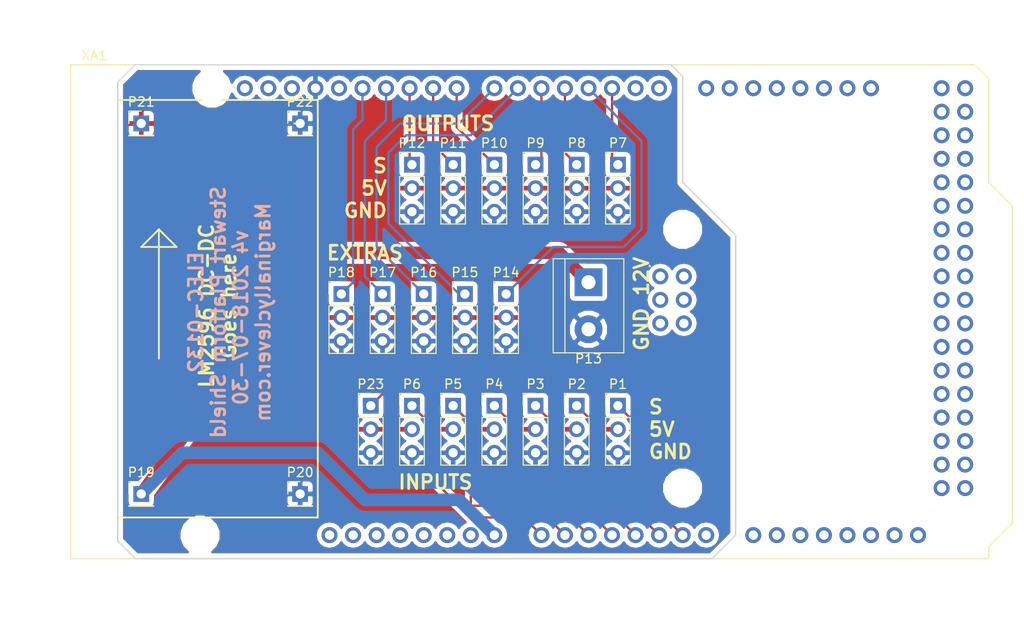
<source format=kicad_pcb>
(kicad_pcb (version 4) (host pcbnew 4.0.2-stable)

  (general
    (links 59)
    (no_connects 0)
    (area 109.855 58.42 220.345001 126.365001)
    (thickness 1.6)
    (drawings 34)
    (tracks 76)
    (zones 0)
    (modules 24)
    (nets 22)
  )

  (page A4)
  (layers
    (0 F.Cu signal hide)
    (31 B.Cu signal)
    (32 B.Adhes user)
    (33 F.Adhes user)
    (34 B.Paste user)
    (35 F.Paste user)
    (36 B.SilkS user)
    (37 F.SilkS user)
    (38 B.Mask user)
    (39 F.Mask user)
    (40 Dwgs.User user)
    (41 Cmts.User user)
    (42 Eco1.User user)
    (43 Eco2.User user)
    (44 Edge.Cuts user)
    (45 Margin user)
    (46 B.CrtYd user)
    (47 F.CrtYd user)
    (48 B.Fab user)
    (49 F.Fab user)
  )

  (setup
    (last_trace_width 0.25)
    (trace_clearance 0.2)
    (zone_clearance 0.508)
    (zone_45_only no)
    (trace_min 0.2)
    (segment_width 0.2)
    (edge_width 0.15)
    (via_size 0.6)
    (via_drill 0.4)
    (via_min_size 0.4)
    (via_min_drill 0.3)
    (uvia_size 0.3)
    (uvia_drill 0.1)
    (uvias_allowed no)
    (uvia_min_size 0.2)
    (uvia_min_drill 0.1)
    (pcb_text_width 0.3)
    (pcb_text_size 1.5 1.5)
    (mod_edge_width 0.15)
    (mod_text_size 1 1)
    (mod_text_width 0.15)
    (pad_size 1.524 1.524)
    (pad_drill 0.762)
    (pad_to_mask_clearance 0.2)
    (aux_axis_origin 0 0)
    (visible_elements 7FFEFFFF)
    (pcbplotparams
      (layerselection 0x00020_00000001)
      (usegerberextensions false)
      (excludeedgelayer true)
      (linewidth 0.100000)
      (plotframeref false)
      (viasonmask false)
      (mode 1)
      (useauxorigin false)
      (hpglpennumber 1)
      (hpglpenspeed 20)
      (hpglpendiameter 15)
      (hpglpenoverlay 2)
      (psnegative false)
      (psa4output false)
      (plotreference true)
      (plotvalue true)
      (plotinvisibletext false)
      (padsonsilk false)
      (subtractmaskfromsilk false)
      (outputformat 1)
      (mirror false)
      (drillshape 0)
      (scaleselection 1)
      (outputdirectory ""))
  )

  (net 0 "")
  (net 1 "Net-(P1-Pad1)")
  (net 2 +5V)
  (net 3 GND)
  (net 4 "Net-(P2-Pad1)")
  (net 5 "Net-(P3-Pad1)")
  (net 6 "Net-(P4-Pad1)")
  (net 7 "Net-(P5-Pad1)")
  (net 8 "Net-(P6-Pad1)")
  (net 9 "Net-(P7-Pad1)")
  (net 10 "Net-(P8-Pad1)")
  (net 11 "Net-(P9-Pad1)")
  (net 12 "Net-(P10-Pad1)")
  (net 13 "Net-(P11-Pad1)")
  (net 14 "Net-(P12-Pad1)")
  (net 15 "Net-(P14-Pad1)")
  (net 16 "Net-(P15-Pad1)")
  (net 17 "Net-(P16-Pad1)")
  (net 18 "Net-(P17-Pad1)")
  (net 19 "Net-(P18-Pad1)")
  (net 20 +12V)
  (net 21 "Net-(P23-Pad1)")

  (net_class Default "This is the default net class."
    (clearance 0.2)
    (trace_width 0.25)
    (via_dia 0.6)
    (via_drill 0.4)
    (uvia_dia 0.3)
    (uvia_drill 0.1)
    (add_net +5V)
    (add_net GND)
    (add_net "Net-(P1-Pad1)")
    (add_net "Net-(P10-Pad1)")
    (add_net "Net-(P11-Pad1)")
    (add_net "Net-(P12-Pad1)")
    (add_net "Net-(P14-Pad1)")
    (add_net "Net-(P15-Pad1)")
    (add_net "Net-(P16-Pad1)")
    (add_net "Net-(P17-Pad1)")
    (add_net "Net-(P18-Pad1)")
    (add_net "Net-(P2-Pad1)")
    (add_net "Net-(P23-Pad1)")
    (add_net "Net-(P3-Pad1)")
    (add_net "Net-(P4-Pad1)")
    (add_net "Net-(P5-Pad1)")
    (add_net "Net-(P6-Pad1)")
    (add_net "Net-(P7-Pad1)")
    (add_net "Net-(P8-Pad1)")
    (add_net "Net-(P9-Pad1)")
  )

  (net_class "3a rail" ""
    (clearance 0.2)
    (trace_width 1.36703)
    (via_dia 0.6)
    (via_drill 0.4)
    (uvia_dia 0.3)
    (uvia_drill 0.1)
    (add_net +12V)
  )

  (module Arduino:Arduino_Mega2560_Shield (layer F.Cu) (tedit 5A8605D3) (tstamp 5B5F784D)
    (at 117.475 118.745)
    (descr https://store.arduino.cc/arduino-mega-2560-rev3)
    (path /5B5F77BF)
    (fp_text reference XA1 (at 2.54 -54.356) (layer F.SilkS)
      (effects (font (size 1 1) (thickness 0.15)))
    )
    (fp_text value Arduino_Mega2560_Shield (at 15.494 -54.356) (layer F.Fab)
      (effects (font (size 1 1) (thickness 0.15)))
    )
    (fp_line (start 9.525 -32.385) (end -6.35 -32.385) (layer B.CrtYd) (width 0.15))
    (fp_line (start 9.525 -43.815) (end -6.35 -43.815) (layer B.CrtYd) (width 0.15))
    (fp_line (start 9.525 -43.815) (end 9.525 -32.385) (layer B.CrtYd) (width 0.15))
    (fp_line (start -6.35 -43.815) (end -6.35 -32.385) (layer B.CrtYd) (width 0.15))
    (fp_text user . (at 62.484 -32.004) (layer F.SilkS)
      (effects (font (size 1 1) (thickness 0.15)))
    )
    (fp_line (start 11.43 -12.065) (end 11.43 -3.175) (layer B.CrtYd) (width 0.15))
    (fp_line (start -1.905 -3.175) (end 11.43 -3.175) (layer B.CrtYd) (width 0.15))
    (fp_line (start -1.905 -12.065) (end -1.905 -3.175) (layer B.CrtYd) (width 0.15))
    (fp_line (start -1.905 -12.065) (end 11.43 -12.065) (layer B.CrtYd) (width 0.15))
    (fp_line (start 0 -53.34) (end 0 0) (layer F.SilkS) (width 0.15))
    (fp_line (start 99.06 -40.64) (end 99.06 -51.816) (layer F.SilkS) (width 0.15))
    (fp_line (start 101.6 -38.1) (end 99.06 -40.64) (layer F.SilkS) (width 0.15))
    (fp_line (start 101.6 -3.81) (end 101.6 -38.1) (layer F.SilkS) (width 0.15))
    (fp_line (start 99.06 -1.27) (end 101.6 -3.81) (layer F.SilkS) (width 0.15))
    (fp_line (start 99.06 0) (end 99.06 -1.27) (layer F.SilkS) (width 0.15))
    (fp_line (start 97.536 -53.34) (end 99.06 -51.816) (layer F.SilkS) (width 0.15))
    (fp_line (start 0 0) (end 99.06 0) (layer F.SilkS) (width 0.15))
    (fp_line (start 0 -53.34) (end 97.536 -53.34) (layer F.SilkS) (width 0.15))
    (pad RST2 thru_hole oval (at 63.627 -25.4) (size 1.7272 1.7272) (drill 1.016) (layers *.Cu *.Mask))
    (pad GND4 thru_hole oval (at 66.167 -25.4) (size 1.7272 1.7272) (drill 1.016) (layers *.Cu *.Mask))
    (pad MOSI thru_hole oval (at 66.167 -27.94) (size 1.7272 1.7272) (drill 1.016) (layers *.Cu *.Mask))
    (pad SCK thru_hole oval (at 63.627 -27.94) (size 1.7272 1.7272) (drill 1.016) (layers *.Cu *.Mask))
    (pad 5V2 thru_hole oval (at 66.167 -30.48) (size 1.7272 1.7272) (drill 1.016) (layers *.Cu *.Mask))
    (pad A0 thru_hole oval (at 50.8 -2.54) (size 1.7272 1.7272) (drill 1.016) (layers *.Cu *.Mask)
      (net 8 "Net-(P6-Pad1)"))
    (pad VIN thru_hole oval (at 45.72 -2.54) (size 1.7272 1.7272) (drill 1.016) (layers *.Cu *.Mask)
      (net 20 +12V))
    (pad GND3 thru_hole oval (at 43.18 -2.54) (size 1.7272 1.7272) (drill 1.016) (layers *.Cu *.Mask))
    (pad GND2 thru_hole oval (at 40.64 -2.54) (size 1.7272 1.7272) (drill 1.016) (layers *.Cu *.Mask))
    (pad 5V1 thru_hole oval (at 38.1 -2.54) (size 1.7272 1.7272) (drill 1.016) (layers *.Cu *.Mask))
    (pad 3V3 thru_hole oval (at 35.56 -2.54) (size 1.7272 1.7272) (drill 1.016) (layers *.Cu *.Mask))
    (pad RST1 thru_hole oval (at 33.02 -2.54) (size 1.7272 1.7272) (drill 1.016) (layers *.Cu *.Mask))
    (pad IORF thru_hole oval (at 30.48 -2.54) (size 1.7272 1.7272) (drill 1.016) (layers *.Cu *.Mask))
    (pad D21 thru_hole oval (at 86.36 -50.8) (size 1.7272 1.7272) (drill 1.016) (layers *.Cu *.Mask))
    (pad D20 thru_hole oval (at 83.82 -50.8) (size 1.7272 1.7272) (drill 1.016) (layers *.Cu *.Mask))
    (pad D19 thru_hole oval (at 81.28 -50.8) (size 1.7272 1.7272) (drill 1.016) (layers *.Cu *.Mask))
    (pad D18 thru_hole oval (at 78.74 -50.8) (size 1.7272 1.7272) (drill 1.016) (layers *.Cu *.Mask))
    (pad D17 thru_hole oval (at 76.2 -50.8) (size 1.7272 1.7272) (drill 1.016) (layers *.Cu *.Mask))
    (pad D16 thru_hole oval (at 73.66 -50.8) (size 1.7272 1.7272) (drill 1.016) (layers *.Cu *.Mask))
    (pad D15 thru_hole oval (at 71.12 -50.8) (size 1.7272 1.7272) (drill 1.016) (layers *.Cu *.Mask))
    (pad D14 thru_hole oval (at 68.58 -50.8) (size 1.7272 1.7272) (drill 1.016) (layers *.Cu *.Mask))
    (pad D0 thru_hole oval (at 63.5 -50.8) (size 1.7272 1.7272) (drill 1.016) (layers *.Cu *.Mask))
    (pad D1 thru_hole oval (at 60.96 -50.8) (size 1.7272 1.7272) (drill 1.016) (layers *.Cu *.Mask))
    (pad D2 thru_hole oval (at 58.42 -50.8) (size 1.7272 1.7272) (drill 1.016) (layers *.Cu *.Mask)
      (net 9 "Net-(P7-Pad1)"))
    (pad D3 thru_hole oval (at 55.88 -50.8) (size 1.7272 1.7272) (drill 1.016) (layers *.Cu *.Mask)
      (net 15 "Net-(P14-Pad1)"))
    (pad D4 thru_hole oval (at 53.34 -50.8) (size 1.7272 1.7272) (drill 1.016) (layers *.Cu *.Mask)
      (net 10 "Net-(P8-Pad1)"))
    (pad D5 thru_hole oval (at 50.8 -50.8) (size 1.7272 1.7272) (drill 1.016) (layers *.Cu *.Mask)
      (net 11 "Net-(P9-Pad1)"))
    (pad D6 thru_hole oval (at 48.26 -50.8) (size 1.7272 1.7272) (drill 1.016) (layers *.Cu *.Mask)
      (net 16 "Net-(P15-Pad1)"))
    (pad D7 thru_hole oval (at 45.72 -50.8) (size 1.7272 1.7272) (drill 1.016) (layers *.Cu *.Mask)
      (net 17 "Net-(P16-Pad1)"))
    (pad GND1 thru_hole oval (at 26.416 -50.8) (size 1.7272 1.7272) (drill 1.016) (layers *.Cu *.Mask)
      (net 3 GND))
    (pad D8 thru_hole oval (at 41.656 -50.8) (size 1.7272 1.7272) (drill 1.016) (layers *.Cu *.Mask)
      (net 12 "Net-(P10-Pad1)"))
    (pad D9 thru_hole oval (at 39.116 -50.8) (size 1.7272 1.7272) (drill 1.016) (layers *.Cu *.Mask)
      (net 13 "Net-(P11-Pad1)"))
    (pad D10 thru_hole oval (at 36.576 -50.8) (size 1.7272 1.7272) (drill 1.016) (layers *.Cu *.Mask)
      (net 14 "Net-(P12-Pad1)"))
    (pad "" np_thru_hole circle (at 66.04 -7.62) (size 3.2 3.2) (drill 3.2) (layers *.Cu *.Mask))
    (pad "" np_thru_hole circle (at 66.04 -35.56) (size 3.2 3.2) (drill 3.2) (layers *.Cu *.Mask))
    (pad "" np_thru_hole circle (at 90.17 -50.8) (size 3.2 3.2) (drill 3.2) (layers *.Cu *.Mask))
    (pad "" np_thru_hole circle (at 15.24 -50.8) (size 3.2 3.2) (drill 3.2) (layers *.Cu *.Mask))
    (pad "" np_thru_hole circle (at 96.52 -2.54) (size 3.2 3.2) (drill 3.2) (layers *.Cu *.Mask))
    (pad "" np_thru_hole circle (at 13.97 -2.54) (size 3.2 3.2) (drill 3.2) (layers *.Cu *.Mask))
    (pad SCL thru_hole oval (at 18.796 -50.8) (size 1.7272 1.7272) (drill 1.016) (layers *.Cu *.Mask))
    (pad SDA thru_hole oval (at 21.336 -50.8) (size 1.7272 1.7272) (drill 1.016) (layers *.Cu *.Mask))
    (pad AREF thru_hole oval (at 23.876 -50.8) (size 1.7272 1.7272) (drill 1.016) (layers *.Cu *.Mask))
    (pad D13 thru_hole oval (at 28.956 -50.8) (size 1.7272 1.7272) (drill 1.016) (layers *.Cu *.Mask))
    (pad D12 thru_hole oval (at 31.496 -50.8) (size 1.7272 1.7272) (drill 1.016) (layers *.Cu *.Mask)
      (net 19 "Net-(P18-Pad1)"))
    (pad D11 thru_hole oval (at 34.036 -50.8) (size 1.7272 1.7272) (drill 1.016) (layers *.Cu *.Mask)
      (net 18 "Net-(P17-Pad1)"))
    (pad "" thru_hole oval (at 27.94 -2.54) (size 1.7272 1.7272) (drill 1.016) (layers *.Cu *.Mask))
    (pad A1 thru_hole oval (at 53.34 -2.54) (size 1.7272 1.7272) (drill 1.016) (layers *.Cu *.Mask)
      (net 7 "Net-(P5-Pad1)"))
    (pad A2 thru_hole oval (at 55.88 -2.54) (size 1.7272 1.7272) (drill 1.016) (layers *.Cu *.Mask)
      (net 6 "Net-(P4-Pad1)"))
    (pad A3 thru_hole oval (at 58.42 -2.54) (size 1.7272 1.7272) (drill 1.016) (layers *.Cu *.Mask)
      (net 5 "Net-(P3-Pad1)"))
    (pad A4 thru_hole oval (at 60.96 -2.54) (size 1.7272 1.7272) (drill 1.016) (layers *.Cu *.Mask)
      (net 4 "Net-(P2-Pad1)"))
    (pad A5 thru_hole oval (at 63.5 -2.54) (size 1.7272 1.7272) (drill 1.016) (layers *.Cu *.Mask)
      (net 1 "Net-(P1-Pad1)"))
    (pad A6 thru_hole oval (at 66.04 -2.54) (size 1.7272 1.7272) (drill 1.016) (layers *.Cu *.Mask)
      (net 21 "Net-(P23-Pad1)"))
    (pad A7 thru_hole oval (at 68.58 -2.54) (size 1.7272 1.7272) (drill 1.016) (layers *.Cu *.Mask))
    (pad A8 thru_hole oval (at 73.66 -2.54) (size 1.7272 1.7272) (drill 1.016) (layers *.Cu *.Mask))
    (pad A9 thru_hole oval (at 76.2 -2.54) (size 1.7272 1.7272) (drill 1.016) (layers *.Cu *.Mask))
    (pad A10 thru_hole oval (at 78.74 -2.54) (size 1.7272 1.7272) (drill 1.016) (layers *.Cu *.Mask))
    (pad A11 thru_hole oval (at 81.28 -2.54) (size 1.7272 1.7272) (drill 1.016) (layers *.Cu *.Mask))
    (pad A12 thru_hole oval (at 83.82 -2.54) (size 1.7272 1.7272) (drill 1.016) (layers *.Cu *.Mask))
    (pad A13 thru_hole oval (at 86.36 -2.54) (size 1.7272 1.7272) (drill 1.016) (layers *.Cu *.Mask))
    (pad A14 thru_hole oval (at 88.9 -2.54) (size 1.7272 1.7272) (drill 1.016) (layers *.Cu *.Mask))
    (pad A15 thru_hole oval (at 91.44 -2.54) (size 1.7272 1.7272) (drill 1.016) (layers *.Cu *.Mask))
    (pad 5V3 thru_hole oval (at 93.98 -50.8) (size 1.7272 1.7272) (drill 1.016) (layers *.Cu *.Mask))
    (pad 5V4 thru_hole oval (at 96.52 -50.8) (size 1.7272 1.7272) (drill 1.016) (layers *.Cu *.Mask))
    (pad D22 thru_hole oval (at 93.98 -48.26) (size 1.7272 1.7272) (drill 1.016) (layers *.Cu *.Mask))
    (pad D23 thru_hole oval (at 96.52 -48.26) (size 1.7272 1.7272) (drill 1.016) (layers *.Cu *.Mask))
    (pad D24 thru_hole oval (at 93.98 -45.72) (size 1.7272 1.7272) (drill 1.016) (layers *.Cu *.Mask))
    (pad D25 thru_hole oval (at 96.52 -45.72) (size 1.7272 1.7272) (drill 1.016) (layers *.Cu *.Mask))
    (pad D26 thru_hole oval (at 93.98 -43.18) (size 1.7272 1.7272) (drill 1.016) (layers *.Cu *.Mask))
    (pad D27 thru_hole oval (at 96.52 -43.18) (size 1.7272 1.7272) (drill 1.016) (layers *.Cu *.Mask))
    (pad D28 thru_hole oval (at 93.98 -40.64) (size 1.7272 1.7272) (drill 1.016) (layers *.Cu *.Mask))
    (pad D29 thru_hole oval (at 96.52 -40.64) (size 1.7272 1.7272) (drill 1.016) (layers *.Cu *.Mask))
    (pad D30 thru_hole oval (at 93.98 -38.1) (size 1.7272 1.7272) (drill 1.016) (layers *.Cu *.Mask))
    (pad D31 thru_hole oval (at 96.52 -38.1) (size 1.7272 1.7272) (drill 1.016) (layers *.Cu *.Mask))
    (pad D32 thru_hole oval (at 93.98 -35.56) (size 1.7272 1.7272) (drill 1.016) (layers *.Cu *.Mask))
    (pad D33 thru_hole oval (at 96.52 -35.56) (size 1.7272 1.7272) (drill 1.016) (layers *.Cu *.Mask))
    (pad D34 thru_hole oval (at 93.98 -33.02) (size 1.7272 1.7272) (drill 1.016) (layers *.Cu *.Mask))
    (pad D35 thru_hole oval (at 96.52 -33.02) (size 1.7272 1.7272) (drill 1.016) (layers *.Cu *.Mask))
    (pad D36 thru_hole oval (at 93.98 -30.48) (size 1.7272 1.7272) (drill 1.016) (layers *.Cu *.Mask))
    (pad D37 thru_hole oval (at 96.52 -30.48) (size 1.7272 1.7272) (drill 1.016) (layers *.Cu *.Mask))
    (pad D38 thru_hole oval (at 93.98 -27.94) (size 1.7272 1.7272) (drill 1.016) (layers *.Cu *.Mask))
    (pad D39 thru_hole oval (at 96.52 -27.94) (size 1.7272 1.7272) (drill 1.016) (layers *.Cu *.Mask))
    (pad D40 thru_hole oval (at 93.98 -25.4) (size 1.7272 1.7272) (drill 1.016) (layers *.Cu *.Mask))
    (pad D41 thru_hole oval (at 96.52 -25.4) (size 1.7272 1.7272) (drill 1.016) (layers *.Cu *.Mask))
    (pad D42 thru_hole oval (at 93.98 -22.86) (size 1.7272 1.7272) (drill 1.016) (layers *.Cu *.Mask))
    (pad D43 thru_hole oval (at 96.52 -22.86) (size 1.7272 1.7272) (drill 1.016) (layers *.Cu *.Mask))
    (pad D44 thru_hole oval (at 93.98 -20.32) (size 1.7272 1.7272) (drill 1.016) (layers *.Cu *.Mask))
    (pad D45 thru_hole oval (at 96.52 -20.32) (size 1.7272 1.7272) (drill 1.016) (layers *.Cu *.Mask))
    (pad D46 thru_hole oval (at 93.98 -17.78) (size 1.7272 1.7272) (drill 1.016) (layers *.Cu *.Mask))
    (pad D47 thru_hole oval (at 96.52 -17.78) (size 1.7272 1.7272) (drill 1.016) (layers *.Cu *.Mask))
    (pad D48 thru_hole oval (at 93.98 -15.24) (size 1.7272 1.7272) (drill 1.016) (layers *.Cu *.Mask))
    (pad D49 thru_hole oval (at 96.52 -15.24) (size 1.7272 1.7272) (drill 1.016) (layers *.Cu *.Mask))
    (pad D50 thru_hole oval (at 93.98 -12.7) (size 1.7272 1.7272) (drill 1.016) (layers *.Cu *.Mask))
    (pad D51 thru_hole oval (at 96.52 -12.7) (size 1.7272 1.7272) (drill 1.016) (layers *.Cu *.Mask))
    (pad D52 thru_hole oval (at 93.98 -10.16) (size 1.7272 1.7272) (drill 1.016) (layers *.Cu *.Mask))
    (pad D53 thru_hole oval (at 96.52 -10.16) (size 1.7272 1.7272) (drill 1.016) (layers *.Cu *.Mask))
    (pad GND5 thru_hole oval (at 93.98 -7.62) (size 1.7272 1.7272) (drill 1.016) (layers *.Cu *.Mask))
    (pad GND6 thru_hole oval (at 96.52 -7.62) (size 1.7272 1.7272) (drill 1.016) (layers *.Cu *.Mask))
    (pad MISO thru_hole oval (at 63.627 -30.48) (size 1.7272 1.7272) (drill 1.016) (layers *.Cu *.Mask))
  )

  (module Socket_Strips:Socket_Strip_Straight_1x03_Pitch2.54mm (layer F.Cu) (tedit 58CD5446) (tstamp 5B117B5C)
    (at 176.53 102.235)
    (descr "Through hole straight socket strip, 1x03, 2.54mm pitch, single row")
    (tags "Through hole socket strip THT 1x03 2.54mm single row")
    (path /5B117A77)
    (fp_text reference P1 (at 0 -2.33) (layer F.SilkS)
      (effects (font (size 1 1) (thickness 0.15)))
    )
    (fp_text value CONN_01X03 (at 0 7.41) (layer F.Fab)
      (effects (font (size 1 1) (thickness 0.15)))
    )
    (fp_line (start -1.27 -1.27) (end -1.27 6.35) (layer F.Fab) (width 0.1))
    (fp_line (start -1.27 6.35) (end 1.27 6.35) (layer F.Fab) (width 0.1))
    (fp_line (start 1.27 6.35) (end 1.27 -1.27) (layer F.Fab) (width 0.1))
    (fp_line (start 1.27 -1.27) (end -1.27 -1.27) (layer F.Fab) (width 0.1))
    (fp_line (start -1.33 1.27) (end -1.33 6.41) (layer F.SilkS) (width 0.12))
    (fp_line (start -1.33 6.41) (end 1.33 6.41) (layer F.SilkS) (width 0.12))
    (fp_line (start 1.33 6.41) (end 1.33 1.27) (layer F.SilkS) (width 0.12))
    (fp_line (start 1.33 1.27) (end -1.33 1.27) (layer F.SilkS) (width 0.12))
    (fp_line (start -1.33 0) (end -1.33 -1.33) (layer F.SilkS) (width 0.12))
    (fp_line (start -1.33 -1.33) (end 0 -1.33) (layer F.SilkS) (width 0.12))
    (fp_line (start -1.8 -1.8) (end -1.8 6.85) (layer F.CrtYd) (width 0.05))
    (fp_line (start -1.8 6.85) (end 1.8 6.85) (layer F.CrtYd) (width 0.05))
    (fp_line (start 1.8 6.85) (end 1.8 -1.8) (layer F.CrtYd) (width 0.05))
    (fp_line (start 1.8 -1.8) (end -1.8 -1.8) (layer F.CrtYd) (width 0.05))
    (fp_text user %R (at 0 -2.33) (layer F.Fab)
      (effects (font (size 1 1) (thickness 0.15)))
    )
    (pad 1 thru_hole rect (at 0 0) (size 1.7 1.7) (drill 1) (layers *.Cu *.Mask)
      (net 1 "Net-(P1-Pad1)"))
    (pad 2 thru_hole oval (at 0 2.54) (size 1.7 1.7) (drill 1) (layers *.Cu *.Mask)
      (net 2 +5V))
    (pad 3 thru_hole oval (at 0 5.08) (size 1.7 1.7) (drill 1) (layers *.Cu *.Mask)
      (net 3 GND))
    (model ${KISYS3DMOD}/Socket_Strips.3dshapes/Socket_Strip_Straight_1x03_Pitch2.54mm.wrl
      (at (xyz 0 -0.1 0))
      (scale (xyz 1 1 1))
      (rotate (xyz 0 0 270))
    )
  )

  (module Socket_Strips:Socket_Strip_Straight_1x03_Pitch2.54mm (layer F.Cu) (tedit 58CD5446) (tstamp 5B117B62)
    (at 172.085 102.235)
    (descr "Through hole straight socket strip, 1x03, 2.54mm pitch, single row")
    (tags "Through hole socket strip THT 1x03 2.54mm single row")
    (path /5B117A7D)
    (fp_text reference P2 (at 0 -2.33) (layer F.SilkS)
      (effects (font (size 1 1) (thickness 0.15)))
    )
    (fp_text value CONN_01X03 (at 0 7.41) (layer F.Fab)
      (effects (font (size 1 1) (thickness 0.15)))
    )
    (fp_line (start -1.27 -1.27) (end -1.27 6.35) (layer F.Fab) (width 0.1))
    (fp_line (start -1.27 6.35) (end 1.27 6.35) (layer F.Fab) (width 0.1))
    (fp_line (start 1.27 6.35) (end 1.27 -1.27) (layer F.Fab) (width 0.1))
    (fp_line (start 1.27 -1.27) (end -1.27 -1.27) (layer F.Fab) (width 0.1))
    (fp_line (start -1.33 1.27) (end -1.33 6.41) (layer F.SilkS) (width 0.12))
    (fp_line (start -1.33 6.41) (end 1.33 6.41) (layer F.SilkS) (width 0.12))
    (fp_line (start 1.33 6.41) (end 1.33 1.27) (layer F.SilkS) (width 0.12))
    (fp_line (start 1.33 1.27) (end -1.33 1.27) (layer F.SilkS) (width 0.12))
    (fp_line (start -1.33 0) (end -1.33 -1.33) (layer F.SilkS) (width 0.12))
    (fp_line (start -1.33 -1.33) (end 0 -1.33) (layer F.SilkS) (width 0.12))
    (fp_line (start -1.8 -1.8) (end -1.8 6.85) (layer F.CrtYd) (width 0.05))
    (fp_line (start -1.8 6.85) (end 1.8 6.85) (layer F.CrtYd) (width 0.05))
    (fp_line (start 1.8 6.85) (end 1.8 -1.8) (layer F.CrtYd) (width 0.05))
    (fp_line (start 1.8 -1.8) (end -1.8 -1.8) (layer F.CrtYd) (width 0.05))
    (fp_text user %R (at 0 -2.33) (layer F.Fab)
      (effects (font (size 1 1) (thickness 0.15)))
    )
    (pad 1 thru_hole rect (at 0 0) (size 1.7 1.7) (drill 1) (layers *.Cu *.Mask)
      (net 4 "Net-(P2-Pad1)"))
    (pad 2 thru_hole oval (at 0 2.54) (size 1.7 1.7) (drill 1) (layers *.Cu *.Mask)
      (net 2 +5V))
    (pad 3 thru_hole oval (at 0 5.08) (size 1.7 1.7) (drill 1) (layers *.Cu *.Mask)
      (net 3 GND))
    (model ${KISYS3DMOD}/Socket_Strips.3dshapes/Socket_Strip_Straight_1x03_Pitch2.54mm.wrl
      (at (xyz 0 -0.1 0))
      (scale (xyz 1 1 1))
      (rotate (xyz 0 0 270))
    )
  )

  (module Socket_Strips:Socket_Strip_Straight_1x03_Pitch2.54mm (layer F.Cu) (tedit 58CD5446) (tstamp 5B117B68)
    (at 167.64 102.235)
    (descr "Through hole straight socket strip, 1x03, 2.54mm pitch, single row")
    (tags "Through hole socket strip THT 1x03 2.54mm single row")
    (path /5B117A83)
    (fp_text reference P3 (at 0 -2.33) (layer F.SilkS)
      (effects (font (size 1 1) (thickness 0.15)))
    )
    (fp_text value CONN_01X03 (at 0 7.41) (layer F.Fab)
      (effects (font (size 1 1) (thickness 0.15)))
    )
    (fp_line (start -1.27 -1.27) (end -1.27 6.35) (layer F.Fab) (width 0.1))
    (fp_line (start -1.27 6.35) (end 1.27 6.35) (layer F.Fab) (width 0.1))
    (fp_line (start 1.27 6.35) (end 1.27 -1.27) (layer F.Fab) (width 0.1))
    (fp_line (start 1.27 -1.27) (end -1.27 -1.27) (layer F.Fab) (width 0.1))
    (fp_line (start -1.33 1.27) (end -1.33 6.41) (layer F.SilkS) (width 0.12))
    (fp_line (start -1.33 6.41) (end 1.33 6.41) (layer F.SilkS) (width 0.12))
    (fp_line (start 1.33 6.41) (end 1.33 1.27) (layer F.SilkS) (width 0.12))
    (fp_line (start 1.33 1.27) (end -1.33 1.27) (layer F.SilkS) (width 0.12))
    (fp_line (start -1.33 0) (end -1.33 -1.33) (layer F.SilkS) (width 0.12))
    (fp_line (start -1.33 -1.33) (end 0 -1.33) (layer F.SilkS) (width 0.12))
    (fp_line (start -1.8 -1.8) (end -1.8 6.85) (layer F.CrtYd) (width 0.05))
    (fp_line (start -1.8 6.85) (end 1.8 6.85) (layer F.CrtYd) (width 0.05))
    (fp_line (start 1.8 6.85) (end 1.8 -1.8) (layer F.CrtYd) (width 0.05))
    (fp_line (start 1.8 -1.8) (end -1.8 -1.8) (layer F.CrtYd) (width 0.05))
    (fp_text user %R (at 0 -2.33) (layer F.Fab)
      (effects (font (size 1 1) (thickness 0.15)))
    )
    (pad 1 thru_hole rect (at 0 0) (size 1.7 1.7) (drill 1) (layers *.Cu *.Mask)
      (net 5 "Net-(P3-Pad1)"))
    (pad 2 thru_hole oval (at 0 2.54) (size 1.7 1.7) (drill 1) (layers *.Cu *.Mask)
      (net 2 +5V))
    (pad 3 thru_hole oval (at 0 5.08) (size 1.7 1.7) (drill 1) (layers *.Cu *.Mask)
      (net 3 GND))
    (model ${KISYS3DMOD}/Socket_Strips.3dshapes/Socket_Strip_Straight_1x03_Pitch2.54mm.wrl
      (at (xyz 0 -0.1 0))
      (scale (xyz 1 1 1))
      (rotate (xyz 0 0 270))
    )
  )

  (module Socket_Strips:Socket_Strip_Straight_1x03_Pitch2.54mm (layer F.Cu) (tedit 58CD5446) (tstamp 5B117B6E)
    (at 163.195 102.235)
    (descr "Through hole straight socket strip, 1x03, 2.54mm pitch, single row")
    (tags "Through hole socket strip THT 1x03 2.54mm single row")
    (path /5B117A89)
    (fp_text reference P4 (at 0 -2.33) (layer F.SilkS)
      (effects (font (size 1 1) (thickness 0.15)))
    )
    (fp_text value CONN_01X03 (at 0 7.41) (layer F.Fab)
      (effects (font (size 1 1) (thickness 0.15)))
    )
    (fp_line (start -1.27 -1.27) (end -1.27 6.35) (layer F.Fab) (width 0.1))
    (fp_line (start -1.27 6.35) (end 1.27 6.35) (layer F.Fab) (width 0.1))
    (fp_line (start 1.27 6.35) (end 1.27 -1.27) (layer F.Fab) (width 0.1))
    (fp_line (start 1.27 -1.27) (end -1.27 -1.27) (layer F.Fab) (width 0.1))
    (fp_line (start -1.33 1.27) (end -1.33 6.41) (layer F.SilkS) (width 0.12))
    (fp_line (start -1.33 6.41) (end 1.33 6.41) (layer F.SilkS) (width 0.12))
    (fp_line (start 1.33 6.41) (end 1.33 1.27) (layer F.SilkS) (width 0.12))
    (fp_line (start 1.33 1.27) (end -1.33 1.27) (layer F.SilkS) (width 0.12))
    (fp_line (start -1.33 0) (end -1.33 -1.33) (layer F.SilkS) (width 0.12))
    (fp_line (start -1.33 -1.33) (end 0 -1.33) (layer F.SilkS) (width 0.12))
    (fp_line (start -1.8 -1.8) (end -1.8 6.85) (layer F.CrtYd) (width 0.05))
    (fp_line (start -1.8 6.85) (end 1.8 6.85) (layer F.CrtYd) (width 0.05))
    (fp_line (start 1.8 6.85) (end 1.8 -1.8) (layer F.CrtYd) (width 0.05))
    (fp_line (start 1.8 -1.8) (end -1.8 -1.8) (layer F.CrtYd) (width 0.05))
    (fp_text user %R (at 0 -2.33) (layer F.Fab)
      (effects (font (size 1 1) (thickness 0.15)))
    )
    (pad 1 thru_hole rect (at 0 0) (size 1.7 1.7) (drill 1) (layers *.Cu *.Mask)
      (net 6 "Net-(P4-Pad1)"))
    (pad 2 thru_hole oval (at 0 2.54) (size 1.7 1.7) (drill 1) (layers *.Cu *.Mask)
      (net 2 +5V))
    (pad 3 thru_hole oval (at 0 5.08) (size 1.7 1.7) (drill 1) (layers *.Cu *.Mask)
      (net 3 GND))
    (model ${KISYS3DMOD}/Socket_Strips.3dshapes/Socket_Strip_Straight_1x03_Pitch2.54mm.wrl
      (at (xyz 0 -0.1 0))
      (scale (xyz 1 1 1))
      (rotate (xyz 0 0 270))
    )
  )

  (module Socket_Strips:Socket_Strip_Straight_1x03_Pitch2.54mm (layer F.Cu) (tedit 58CD5446) (tstamp 5B117B74)
    (at 158.75 102.235)
    (descr "Through hole straight socket strip, 1x03, 2.54mm pitch, single row")
    (tags "Through hole socket strip THT 1x03 2.54mm single row")
    (path /5B117A8F)
    (fp_text reference P5 (at 0 -2.33) (layer F.SilkS)
      (effects (font (size 1 1) (thickness 0.15)))
    )
    (fp_text value CONN_01X03 (at 0 7.41) (layer F.Fab)
      (effects (font (size 1 1) (thickness 0.15)))
    )
    (fp_line (start -1.27 -1.27) (end -1.27 6.35) (layer F.Fab) (width 0.1))
    (fp_line (start -1.27 6.35) (end 1.27 6.35) (layer F.Fab) (width 0.1))
    (fp_line (start 1.27 6.35) (end 1.27 -1.27) (layer F.Fab) (width 0.1))
    (fp_line (start 1.27 -1.27) (end -1.27 -1.27) (layer F.Fab) (width 0.1))
    (fp_line (start -1.33 1.27) (end -1.33 6.41) (layer F.SilkS) (width 0.12))
    (fp_line (start -1.33 6.41) (end 1.33 6.41) (layer F.SilkS) (width 0.12))
    (fp_line (start 1.33 6.41) (end 1.33 1.27) (layer F.SilkS) (width 0.12))
    (fp_line (start 1.33 1.27) (end -1.33 1.27) (layer F.SilkS) (width 0.12))
    (fp_line (start -1.33 0) (end -1.33 -1.33) (layer F.SilkS) (width 0.12))
    (fp_line (start -1.33 -1.33) (end 0 -1.33) (layer F.SilkS) (width 0.12))
    (fp_line (start -1.8 -1.8) (end -1.8 6.85) (layer F.CrtYd) (width 0.05))
    (fp_line (start -1.8 6.85) (end 1.8 6.85) (layer F.CrtYd) (width 0.05))
    (fp_line (start 1.8 6.85) (end 1.8 -1.8) (layer F.CrtYd) (width 0.05))
    (fp_line (start 1.8 -1.8) (end -1.8 -1.8) (layer F.CrtYd) (width 0.05))
    (fp_text user %R (at 0 -2.33) (layer F.Fab)
      (effects (font (size 1 1) (thickness 0.15)))
    )
    (pad 1 thru_hole rect (at 0 0) (size 1.7 1.7) (drill 1) (layers *.Cu *.Mask)
      (net 7 "Net-(P5-Pad1)"))
    (pad 2 thru_hole oval (at 0 2.54) (size 1.7 1.7) (drill 1) (layers *.Cu *.Mask)
      (net 2 +5V))
    (pad 3 thru_hole oval (at 0 5.08) (size 1.7 1.7) (drill 1) (layers *.Cu *.Mask)
      (net 3 GND))
    (model ${KISYS3DMOD}/Socket_Strips.3dshapes/Socket_Strip_Straight_1x03_Pitch2.54mm.wrl
      (at (xyz 0 -0.1 0))
      (scale (xyz 1 1 1))
      (rotate (xyz 0 0 270))
    )
  )

  (module Socket_Strips:Socket_Strip_Straight_1x03_Pitch2.54mm (layer F.Cu) (tedit 58CD5446) (tstamp 5B117B7A)
    (at 154.305 102.235)
    (descr "Through hole straight socket strip, 1x03, 2.54mm pitch, single row")
    (tags "Through hole socket strip THT 1x03 2.54mm single row")
    (path /5B117A95)
    (fp_text reference P6 (at 0 -2.33) (layer F.SilkS)
      (effects (font (size 1 1) (thickness 0.15)))
    )
    (fp_text value CONN_01X03 (at 0 7.41) (layer F.Fab)
      (effects (font (size 1 1) (thickness 0.15)))
    )
    (fp_line (start -1.27 -1.27) (end -1.27 6.35) (layer F.Fab) (width 0.1))
    (fp_line (start -1.27 6.35) (end 1.27 6.35) (layer F.Fab) (width 0.1))
    (fp_line (start 1.27 6.35) (end 1.27 -1.27) (layer F.Fab) (width 0.1))
    (fp_line (start 1.27 -1.27) (end -1.27 -1.27) (layer F.Fab) (width 0.1))
    (fp_line (start -1.33 1.27) (end -1.33 6.41) (layer F.SilkS) (width 0.12))
    (fp_line (start -1.33 6.41) (end 1.33 6.41) (layer F.SilkS) (width 0.12))
    (fp_line (start 1.33 6.41) (end 1.33 1.27) (layer F.SilkS) (width 0.12))
    (fp_line (start 1.33 1.27) (end -1.33 1.27) (layer F.SilkS) (width 0.12))
    (fp_line (start -1.33 0) (end -1.33 -1.33) (layer F.SilkS) (width 0.12))
    (fp_line (start -1.33 -1.33) (end 0 -1.33) (layer F.SilkS) (width 0.12))
    (fp_line (start -1.8 -1.8) (end -1.8 6.85) (layer F.CrtYd) (width 0.05))
    (fp_line (start -1.8 6.85) (end 1.8 6.85) (layer F.CrtYd) (width 0.05))
    (fp_line (start 1.8 6.85) (end 1.8 -1.8) (layer F.CrtYd) (width 0.05))
    (fp_line (start 1.8 -1.8) (end -1.8 -1.8) (layer F.CrtYd) (width 0.05))
    (fp_text user %R (at 0 -2.33) (layer F.Fab)
      (effects (font (size 1 1) (thickness 0.15)))
    )
    (pad 1 thru_hole rect (at 0 0) (size 1.7 1.7) (drill 1) (layers *.Cu *.Mask)
      (net 8 "Net-(P6-Pad1)"))
    (pad 2 thru_hole oval (at 0 2.54) (size 1.7 1.7) (drill 1) (layers *.Cu *.Mask)
      (net 2 +5V))
    (pad 3 thru_hole oval (at 0 5.08) (size 1.7 1.7) (drill 1) (layers *.Cu *.Mask)
      (net 3 GND))
    (model ${KISYS3DMOD}/Socket_Strips.3dshapes/Socket_Strip_Straight_1x03_Pitch2.54mm.wrl
      (at (xyz 0 -0.1 0))
      (scale (xyz 1 1 1))
      (rotate (xyz 0 0 270))
    )
  )

  (module Socket_Strips:Socket_Strip_Straight_1x03_Pitch2.54mm (layer F.Cu) (tedit 58CD5446) (tstamp 5B117B80)
    (at 176.53 76.2)
    (descr "Through hole straight socket strip, 1x03, 2.54mm pitch, single row")
    (tags "Through hole socket strip THT 1x03 2.54mm single row")
    (path /5B116FD9)
    (fp_text reference P7 (at 0 -2.33) (layer F.SilkS)
      (effects (font (size 1 1) (thickness 0.15)))
    )
    (fp_text value CONN_01X03 (at 0 7.41) (layer F.Fab)
      (effects (font (size 1 1) (thickness 0.15)))
    )
    (fp_line (start -1.27 -1.27) (end -1.27 6.35) (layer F.Fab) (width 0.1))
    (fp_line (start -1.27 6.35) (end 1.27 6.35) (layer F.Fab) (width 0.1))
    (fp_line (start 1.27 6.35) (end 1.27 -1.27) (layer F.Fab) (width 0.1))
    (fp_line (start 1.27 -1.27) (end -1.27 -1.27) (layer F.Fab) (width 0.1))
    (fp_line (start -1.33 1.27) (end -1.33 6.41) (layer F.SilkS) (width 0.12))
    (fp_line (start -1.33 6.41) (end 1.33 6.41) (layer F.SilkS) (width 0.12))
    (fp_line (start 1.33 6.41) (end 1.33 1.27) (layer F.SilkS) (width 0.12))
    (fp_line (start 1.33 1.27) (end -1.33 1.27) (layer F.SilkS) (width 0.12))
    (fp_line (start -1.33 0) (end -1.33 -1.33) (layer F.SilkS) (width 0.12))
    (fp_line (start -1.33 -1.33) (end 0 -1.33) (layer F.SilkS) (width 0.12))
    (fp_line (start -1.8 -1.8) (end -1.8 6.85) (layer F.CrtYd) (width 0.05))
    (fp_line (start -1.8 6.85) (end 1.8 6.85) (layer F.CrtYd) (width 0.05))
    (fp_line (start 1.8 6.85) (end 1.8 -1.8) (layer F.CrtYd) (width 0.05))
    (fp_line (start 1.8 -1.8) (end -1.8 -1.8) (layer F.CrtYd) (width 0.05))
    (fp_text user %R (at 0 -2.33) (layer F.Fab)
      (effects (font (size 1 1) (thickness 0.15)))
    )
    (pad 1 thru_hole rect (at 0 0) (size 1.7 1.7) (drill 1) (layers *.Cu *.Mask)
      (net 9 "Net-(P7-Pad1)"))
    (pad 2 thru_hole oval (at 0 2.54) (size 1.7 1.7) (drill 1) (layers *.Cu *.Mask)
      (net 2 +5V))
    (pad 3 thru_hole oval (at 0 5.08) (size 1.7 1.7) (drill 1) (layers *.Cu *.Mask)
      (net 3 GND))
    (model ${KISYS3DMOD}/Socket_Strips.3dshapes/Socket_Strip_Straight_1x03_Pitch2.54mm.wrl
      (at (xyz 0 -0.1 0))
      (scale (xyz 1 1 1))
      (rotate (xyz 0 0 270))
    )
  )

  (module Socket_Strips:Socket_Strip_Straight_1x03_Pitch2.54mm (layer F.Cu) (tedit 58CD5446) (tstamp 5B117B86)
    (at 172.085 76.2)
    (descr "Through hole straight socket strip, 1x03, 2.54mm pitch, single row")
    (tags "Through hole socket strip THT 1x03 2.54mm single row")
    (path /5B11728E)
    (fp_text reference P8 (at 0 -2.33) (layer F.SilkS)
      (effects (font (size 1 1) (thickness 0.15)))
    )
    (fp_text value CONN_01X03 (at 0 7.41) (layer F.Fab)
      (effects (font (size 1 1) (thickness 0.15)))
    )
    (fp_line (start -1.27 -1.27) (end -1.27 6.35) (layer F.Fab) (width 0.1))
    (fp_line (start -1.27 6.35) (end 1.27 6.35) (layer F.Fab) (width 0.1))
    (fp_line (start 1.27 6.35) (end 1.27 -1.27) (layer F.Fab) (width 0.1))
    (fp_line (start 1.27 -1.27) (end -1.27 -1.27) (layer F.Fab) (width 0.1))
    (fp_line (start -1.33 1.27) (end -1.33 6.41) (layer F.SilkS) (width 0.12))
    (fp_line (start -1.33 6.41) (end 1.33 6.41) (layer F.SilkS) (width 0.12))
    (fp_line (start 1.33 6.41) (end 1.33 1.27) (layer F.SilkS) (width 0.12))
    (fp_line (start 1.33 1.27) (end -1.33 1.27) (layer F.SilkS) (width 0.12))
    (fp_line (start -1.33 0) (end -1.33 -1.33) (layer F.SilkS) (width 0.12))
    (fp_line (start -1.33 -1.33) (end 0 -1.33) (layer F.SilkS) (width 0.12))
    (fp_line (start -1.8 -1.8) (end -1.8 6.85) (layer F.CrtYd) (width 0.05))
    (fp_line (start -1.8 6.85) (end 1.8 6.85) (layer F.CrtYd) (width 0.05))
    (fp_line (start 1.8 6.85) (end 1.8 -1.8) (layer F.CrtYd) (width 0.05))
    (fp_line (start 1.8 -1.8) (end -1.8 -1.8) (layer F.CrtYd) (width 0.05))
    (fp_text user %R (at 0 -2.33) (layer F.Fab)
      (effects (font (size 1 1) (thickness 0.15)))
    )
    (pad 1 thru_hole rect (at 0 0) (size 1.7 1.7) (drill 1) (layers *.Cu *.Mask)
      (net 10 "Net-(P8-Pad1)"))
    (pad 2 thru_hole oval (at 0 2.54) (size 1.7 1.7) (drill 1) (layers *.Cu *.Mask)
      (net 2 +5V))
    (pad 3 thru_hole oval (at 0 5.08) (size 1.7 1.7) (drill 1) (layers *.Cu *.Mask)
      (net 3 GND))
    (model ${KISYS3DMOD}/Socket_Strips.3dshapes/Socket_Strip_Straight_1x03_Pitch2.54mm.wrl
      (at (xyz 0 -0.1 0))
      (scale (xyz 1 1 1))
      (rotate (xyz 0 0 270))
    )
  )

  (module Socket_Strips:Socket_Strip_Straight_1x03_Pitch2.54mm (layer F.Cu) (tedit 58CD5446) (tstamp 5B117B8C)
    (at 167.64 76.2)
    (descr "Through hole straight socket strip, 1x03, 2.54mm pitch, single row")
    (tags "Through hole socket strip THT 1x03 2.54mm single row")
    (path /5B117442)
    (fp_text reference P9 (at 0 -2.33) (layer F.SilkS)
      (effects (font (size 1 1) (thickness 0.15)))
    )
    (fp_text value CONN_01X03 (at 0 7.41) (layer F.Fab)
      (effects (font (size 1 1) (thickness 0.15)))
    )
    (fp_line (start -1.27 -1.27) (end -1.27 6.35) (layer F.Fab) (width 0.1))
    (fp_line (start -1.27 6.35) (end 1.27 6.35) (layer F.Fab) (width 0.1))
    (fp_line (start 1.27 6.35) (end 1.27 -1.27) (layer F.Fab) (width 0.1))
    (fp_line (start 1.27 -1.27) (end -1.27 -1.27) (layer F.Fab) (width 0.1))
    (fp_line (start -1.33 1.27) (end -1.33 6.41) (layer F.SilkS) (width 0.12))
    (fp_line (start -1.33 6.41) (end 1.33 6.41) (layer F.SilkS) (width 0.12))
    (fp_line (start 1.33 6.41) (end 1.33 1.27) (layer F.SilkS) (width 0.12))
    (fp_line (start 1.33 1.27) (end -1.33 1.27) (layer F.SilkS) (width 0.12))
    (fp_line (start -1.33 0) (end -1.33 -1.33) (layer F.SilkS) (width 0.12))
    (fp_line (start -1.33 -1.33) (end 0 -1.33) (layer F.SilkS) (width 0.12))
    (fp_line (start -1.8 -1.8) (end -1.8 6.85) (layer F.CrtYd) (width 0.05))
    (fp_line (start -1.8 6.85) (end 1.8 6.85) (layer F.CrtYd) (width 0.05))
    (fp_line (start 1.8 6.85) (end 1.8 -1.8) (layer F.CrtYd) (width 0.05))
    (fp_line (start 1.8 -1.8) (end -1.8 -1.8) (layer F.CrtYd) (width 0.05))
    (fp_text user %R (at 0 -2.33) (layer F.Fab)
      (effects (font (size 1 1) (thickness 0.15)))
    )
    (pad 1 thru_hole rect (at 0 0) (size 1.7 1.7) (drill 1) (layers *.Cu *.Mask)
      (net 11 "Net-(P9-Pad1)"))
    (pad 2 thru_hole oval (at 0 2.54) (size 1.7 1.7) (drill 1) (layers *.Cu *.Mask)
      (net 2 +5V))
    (pad 3 thru_hole oval (at 0 5.08) (size 1.7 1.7) (drill 1) (layers *.Cu *.Mask)
      (net 3 GND))
    (model ${KISYS3DMOD}/Socket_Strips.3dshapes/Socket_Strip_Straight_1x03_Pitch2.54mm.wrl
      (at (xyz 0 -0.1 0))
      (scale (xyz 1 1 1))
      (rotate (xyz 0 0 270))
    )
  )

  (module Socket_Strips:Socket_Strip_Straight_1x03_Pitch2.54mm (layer F.Cu) (tedit 58CD5446) (tstamp 5B117B92)
    (at 163.195 76.2)
    (descr "Through hole straight socket strip, 1x03, 2.54mm pitch, single row")
    (tags "Through hole socket strip THT 1x03 2.54mm single row")
    (path /5B1174D7)
    (fp_text reference P10 (at 0 -2.33) (layer F.SilkS)
      (effects (font (size 1 1) (thickness 0.15)))
    )
    (fp_text value CONN_01X03 (at 0 7.41) (layer F.Fab)
      (effects (font (size 1 1) (thickness 0.15)))
    )
    (fp_line (start -1.27 -1.27) (end -1.27 6.35) (layer F.Fab) (width 0.1))
    (fp_line (start -1.27 6.35) (end 1.27 6.35) (layer F.Fab) (width 0.1))
    (fp_line (start 1.27 6.35) (end 1.27 -1.27) (layer F.Fab) (width 0.1))
    (fp_line (start 1.27 -1.27) (end -1.27 -1.27) (layer F.Fab) (width 0.1))
    (fp_line (start -1.33 1.27) (end -1.33 6.41) (layer F.SilkS) (width 0.12))
    (fp_line (start -1.33 6.41) (end 1.33 6.41) (layer F.SilkS) (width 0.12))
    (fp_line (start 1.33 6.41) (end 1.33 1.27) (layer F.SilkS) (width 0.12))
    (fp_line (start 1.33 1.27) (end -1.33 1.27) (layer F.SilkS) (width 0.12))
    (fp_line (start -1.33 0) (end -1.33 -1.33) (layer F.SilkS) (width 0.12))
    (fp_line (start -1.33 -1.33) (end 0 -1.33) (layer F.SilkS) (width 0.12))
    (fp_line (start -1.8 -1.8) (end -1.8 6.85) (layer F.CrtYd) (width 0.05))
    (fp_line (start -1.8 6.85) (end 1.8 6.85) (layer F.CrtYd) (width 0.05))
    (fp_line (start 1.8 6.85) (end 1.8 -1.8) (layer F.CrtYd) (width 0.05))
    (fp_line (start 1.8 -1.8) (end -1.8 -1.8) (layer F.CrtYd) (width 0.05))
    (fp_text user %R (at 0 -2.33) (layer F.Fab)
      (effects (font (size 1 1) (thickness 0.15)))
    )
    (pad 1 thru_hole rect (at 0 0) (size 1.7 1.7) (drill 1) (layers *.Cu *.Mask)
      (net 12 "Net-(P10-Pad1)"))
    (pad 2 thru_hole oval (at 0 2.54) (size 1.7 1.7) (drill 1) (layers *.Cu *.Mask)
      (net 2 +5V))
    (pad 3 thru_hole oval (at 0 5.08) (size 1.7 1.7) (drill 1) (layers *.Cu *.Mask)
      (net 3 GND))
    (model ${KISYS3DMOD}/Socket_Strips.3dshapes/Socket_Strip_Straight_1x03_Pitch2.54mm.wrl
      (at (xyz 0 -0.1 0))
      (scale (xyz 1 1 1))
      (rotate (xyz 0 0 270))
    )
  )

  (module Socket_Strips:Socket_Strip_Straight_1x03_Pitch2.54mm (layer F.Cu) (tedit 58CD5446) (tstamp 5B117B98)
    (at 158.75 76.2)
    (descr "Through hole straight socket strip, 1x03, 2.54mm pitch, single row")
    (tags "Through hole socket strip THT 1x03 2.54mm single row")
    (path /5B117510)
    (fp_text reference P11 (at 0 -2.33) (layer F.SilkS)
      (effects (font (size 1 1) (thickness 0.15)))
    )
    (fp_text value CONN_01X03 (at 0 7.41) (layer F.Fab)
      (effects (font (size 1 1) (thickness 0.15)))
    )
    (fp_line (start -1.27 -1.27) (end -1.27 6.35) (layer F.Fab) (width 0.1))
    (fp_line (start -1.27 6.35) (end 1.27 6.35) (layer F.Fab) (width 0.1))
    (fp_line (start 1.27 6.35) (end 1.27 -1.27) (layer F.Fab) (width 0.1))
    (fp_line (start 1.27 -1.27) (end -1.27 -1.27) (layer F.Fab) (width 0.1))
    (fp_line (start -1.33 1.27) (end -1.33 6.41) (layer F.SilkS) (width 0.12))
    (fp_line (start -1.33 6.41) (end 1.33 6.41) (layer F.SilkS) (width 0.12))
    (fp_line (start 1.33 6.41) (end 1.33 1.27) (layer F.SilkS) (width 0.12))
    (fp_line (start 1.33 1.27) (end -1.33 1.27) (layer F.SilkS) (width 0.12))
    (fp_line (start -1.33 0) (end -1.33 -1.33) (layer F.SilkS) (width 0.12))
    (fp_line (start -1.33 -1.33) (end 0 -1.33) (layer F.SilkS) (width 0.12))
    (fp_line (start -1.8 -1.8) (end -1.8 6.85) (layer F.CrtYd) (width 0.05))
    (fp_line (start -1.8 6.85) (end 1.8 6.85) (layer F.CrtYd) (width 0.05))
    (fp_line (start 1.8 6.85) (end 1.8 -1.8) (layer F.CrtYd) (width 0.05))
    (fp_line (start 1.8 -1.8) (end -1.8 -1.8) (layer F.CrtYd) (width 0.05))
    (fp_text user %R (at 0 -2.33) (layer F.Fab)
      (effects (font (size 1 1) (thickness 0.15)))
    )
    (pad 1 thru_hole rect (at 0 0) (size 1.7 1.7) (drill 1) (layers *.Cu *.Mask)
      (net 13 "Net-(P11-Pad1)"))
    (pad 2 thru_hole oval (at 0 2.54) (size 1.7 1.7) (drill 1) (layers *.Cu *.Mask)
      (net 2 +5V))
    (pad 3 thru_hole oval (at 0 5.08) (size 1.7 1.7) (drill 1) (layers *.Cu *.Mask)
      (net 3 GND))
    (model ${KISYS3DMOD}/Socket_Strips.3dshapes/Socket_Strip_Straight_1x03_Pitch2.54mm.wrl
      (at (xyz 0 -0.1 0))
      (scale (xyz 1 1 1))
      (rotate (xyz 0 0 270))
    )
  )

  (module Socket_Strips:Socket_Strip_Straight_1x03_Pitch2.54mm (layer F.Cu) (tedit 58CD5446) (tstamp 5B117B9E)
    (at 154.305 76.2)
    (descr "Through hole straight socket strip, 1x03, 2.54mm pitch, single row")
    (tags "Through hole socket strip THT 1x03 2.54mm single row")
    (path /5B11756F)
    (fp_text reference P12 (at 0 -2.33) (layer F.SilkS)
      (effects (font (size 1 1) (thickness 0.15)))
    )
    (fp_text value CONN_01X03 (at 0 7.41) (layer F.Fab)
      (effects (font (size 1 1) (thickness 0.15)))
    )
    (fp_line (start -1.27 -1.27) (end -1.27 6.35) (layer F.Fab) (width 0.1))
    (fp_line (start -1.27 6.35) (end 1.27 6.35) (layer F.Fab) (width 0.1))
    (fp_line (start 1.27 6.35) (end 1.27 -1.27) (layer F.Fab) (width 0.1))
    (fp_line (start 1.27 -1.27) (end -1.27 -1.27) (layer F.Fab) (width 0.1))
    (fp_line (start -1.33 1.27) (end -1.33 6.41) (layer F.SilkS) (width 0.12))
    (fp_line (start -1.33 6.41) (end 1.33 6.41) (layer F.SilkS) (width 0.12))
    (fp_line (start 1.33 6.41) (end 1.33 1.27) (layer F.SilkS) (width 0.12))
    (fp_line (start 1.33 1.27) (end -1.33 1.27) (layer F.SilkS) (width 0.12))
    (fp_line (start -1.33 0) (end -1.33 -1.33) (layer F.SilkS) (width 0.12))
    (fp_line (start -1.33 -1.33) (end 0 -1.33) (layer F.SilkS) (width 0.12))
    (fp_line (start -1.8 -1.8) (end -1.8 6.85) (layer F.CrtYd) (width 0.05))
    (fp_line (start -1.8 6.85) (end 1.8 6.85) (layer F.CrtYd) (width 0.05))
    (fp_line (start 1.8 6.85) (end 1.8 -1.8) (layer F.CrtYd) (width 0.05))
    (fp_line (start 1.8 -1.8) (end -1.8 -1.8) (layer F.CrtYd) (width 0.05))
    (fp_text user %R (at 0 -2.33) (layer F.Fab)
      (effects (font (size 1 1) (thickness 0.15)))
    )
    (pad 1 thru_hole rect (at 0 0) (size 1.7 1.7) (drill 1) (layers *.Cu *.Mask)
      (net 14 "Net-(P12-Pad1)"))
    (pad 2 thru_hole oval (at 0 2.54) (size 1.7 1.7) (drill 1) (layers *.Cu *.Mask)
      (net 2 +5V))
    (pad 3 thru_hole oval (at 0 5.08) (size 1.7 1.7) (drill 1) (layers *.Cu *.Mask)
      (net 3 GND))
    (model ${KISYS3DMOD}/Socket_Strips.3dshapes/Socket_Strip_Straight_1x03_Pitch2.54mm.wrl
      (at (xyz 0 -0.1 0))
      (scale (xyz 1 1 1))
      (rotate (xyz 0 0 270))
    )
  )

  (module Terminal_Blocks:TerminalBlock_bornier-2_P5.08mm (layer F.Cu) (tedit 5B119501) (tstamp 5B11852F)
    (at 173.355 88.9 270)
    (descr "simple 2-pin terminal block, pitch 5.08mm, revamped version of bornier2")
    (tags "terminal block bornier2")
    (path /5B120FD4)
    (fp_text reference P13 (at 8.255 0 360) (layer F.SilkS)
      (effects (font (size 1 1) (thickness 0.15)))
    )
    (fp_text value CONN_01X02 (at 2.54 5.08 270) (layer F.Fab)
      (effects (font (size 1 1) (thickness 0.15)))
    )
    (fp_text user %R (at 2.54 0 270) (layer F.Fab)
      (effects (font (size 1 1) (thickness 0.15)))
    )
    (fp_line (start -2.41 2.55) (end 7.49 2.55) (layer F.Fab) (width 0.1))
    (fp_line (start -2.46 -3.75) (end -2.46 3.75) (layer F.Fab) (width 0.1))
    (fp_line (start -2.46 3.75) (end 7.54 3.75) (layer F.Fab) (width 0.1))
    (fp_line (start 7.54 3.75) (end 7.54 -3.75) (layer F.Fab) (width 0.1))
    (fp_line (start 7.54 -3.75) (end -2.46 -3.75) (layer F.Fab) (width 0.1))
    (fp_line (start 7.62 2.54) (end -2.54 2.54) (layer F.SilkS) (width 0.12))
    (fp_line (start 7.62 3.81) (end 7.62 -3.81) (layer F.SilkS) (width 0.12))
    (fp_line (start 7.62 -3.81) (end -2.54 -3.81) (layer F.SilkS) (width 0.12))
    (fp_line (start -2.54 -3.81) (end -2.54 3.81) (layer F.SilkS) (width 0.12))
    (fp_line (start -2.54 3.81) (end 7.62 3.81) (layer F.SilkS) (width 0.12))
    (fp_line (start -2.71 -4) (end 7.79 -4) (layer F.CrtYd) (width 0.05))
    (fp_line (start -2.71 -4) (end -2.71 4) (layer F.CrtYd) (width 0.05))
    (fp_line (start 7.79 4) (end 7.79 -4) (layer F.CrtYd) (width 0.05))
    (fp_line (start 7.79 4) (end -2.71 4) (layer F.CrtYd) (width 0.05))
    (pad 1 thru_hole rect (at 0 0 270) (size 3 3) (drill 1.52) (layers *.Cu *.Mask)
      (net 20 +12V))
    (pad 2 thru_hole circle (at 5.08 0 270) (size 3 3) (drill 1.52) (layers *.Cu *.Mask)
      (net 3 GND))
    (model ${KISYS3DMOD}/Terminal_Blocks.3dshapes/TerminalBlock_bornier-2_P5.08mm.wrl
      (at (xyz 0.1 0 0))
      (scale (xyz 1 1 1))
      (rotate (xyz 0 0 0))
    )
  )

  (module Socket_Strips:Socket_Strip_Straight_1x03_Pitch2.54mm (layer F.Cu) (tedit 58CD5446) (tstamp 5B118964)
    (at 164.465 90.17)
    (descr "Through hole straight socket strip, 1x03, 2.54mm pitch, single row")
    (tags "Through hole socket strip THT 1x03 2.54mm single row")
    (path /5B2D7223)
    (fp_text reference P14 (at 0 -2.33) (layer F.SilkS)
      (effects (font (size 1 1) (thickness 0.15)))
    )
    (fp_text value CONN_01X03 (at 0 7.41) (layer F.Fab)
      (effects (font (size 1 1) (thickness 0.15)))
    )
    (fp_line (start -1.27 -1.27) (end -1.27 6.35) (layer F.Fab) (width 0.1))
    (fp_line (start -1.27 6.35) (end 1.27 6.35) (layer F.Fab) (width 0.1))
    (fp_line (start 1.27 6.35) (end 1.27 -1.27) (layer F.Fab) (width 0.1))
    (fp_line (start 1.27 -1.27) (end -1.27 -1.27) (layer F.Fab) (width 0.1))
    (fp_line (start -1.33 1.27) (end -1.33 6.41) (layer F.SilkS) (width 0.12))
    (fp_line (start -1.33 6.41) (end 1.33 6.41) (layer F.SilkS) (width 0.12))
    (fp_line (start 1.33 6.41) (end 1.33 1.27) (layer F.SilkS) (width 0.12))
    (fp_line (start 1.33 1.27) (end -1.33 1.27) (layer F.SilkS) (width 0.12))
    (fp_line (start -1.33 0) (end -1.33 -1.33) (layer F.SilkS) (width 0.12))
    (fp_line (start -1.33 -1.33) (end 0 -1.33) (layer F.SilkS) (width 0.12))
    (fp_line (start -1.8 -1.8) (end -1.8 6.85) (layer F.CrtYd) (width 0.05))
    (fp_line (start -1.8 6.85) (end 1.8 6.85) (layer F.CrtYd) (width 0.05))
    (fp_line (start 1.8 6.85) (end 1.8 -1.8) (layer F.CrtYd) (width 0.05))
    (fp_line (start 1.8 -1.8) (end -1.8 -1.8) (layer F.CrtYd) (width 0.05))
    (fp_text user %R (at 0 -2.33) (layer F.Fab)
      (effects (font (size 1 1) (thickness 0.15)))
    )
    (pad 1 thru_hole rect (at 0 0) (size 1.7 1.7) (drill 1) (layers *.Cu *.Mask)
      (net 15 "Net-(P14-Pad1)"))
    (pad 2 thru_hole oval (at 0 2.54) (size 1.7 1.7) (drill 1) (layers *.Cu *.Mask)
      (net 2 +5V))
    (pad 3 thru_hole oval (at 0 5.08) (size 1.7 1.7) (drill 1) (layers *.Cu *.Mask)
      (net 3 GND))
    (model ${KISYS3DMOD}/Socket_Strips.3dshapes/Socket_Strip_Straight_1x03_Pitch2.54mm.wrl
      (at (xyz 0 -0.1 0))
      (scale (xyz 1 1 1))
      (rotate (xyz 0 0 270))
    )
  )

  (module Socket_Strips:Socket_Strip_Straight_1x03_Pitch2.54mm (layer F.Cu) (tedit 58CD5446) (tstamp 5B11896B)
    (at 160.02 90.17)
    (descr "Through hole straight socket strip, 1x03, 2.54mm pitch, single row")
    (tags "Through hole socket strip THT 1x03 2.54mm single row")
    (path /5B122B4A)
    (fp_text reference P15 (at 0 -2.33) (layer F.SilkS)
      (effects (font (size 1 1) (thickness 0.15)))
    )
    (fp_text value CONN_01X03 (at 0 7.41) (layer F.Fab)
      (effects (font (size 1 1) (thickness 0.15)))
    )
    (fp_line (start -1.27 -1.27) (end -1.27 6.35) (layer F.Fab) (width 0.1))
    (fp_line (start -1.27 6.35) (end 1.27 6.35) (layer F.Fab) (width 0.1))
    (fp_line (start 1.27 6.35) (end 1.27 -1.27) (layer F.Fab) (width 0.1))
    (fp_line (start 1.27 -1.27) (end -1.27 -1.27) (layer F.Fab) (width 0.1))
    (fp_line (start -1.33 1.27) (end -1.33 6.41) (layer F.SilkS) (width 0.12))
    (fp_line (start -1.33 6.41) (end 1.33 6.41) (layer F.SilkS) (width 0.12))
    (fp_line (start 1.33 6.41) (end 1.33 1.27) (layer F.SilkS) (width 0.12))
    (fp_line (start 1.33 1.27) (end -1.33 1.27) (layer F.SilkS) (width 0.12))
    (fp_line (start -1.33 0) (end -1.33 -1.33) (layer F.SilkS) (width 0.12))
    (fp_line (start -1.33 -1.33) (end 0 -1.33) (layer F.SilkS) (width 0.12))
    (fp_line (start -1.8 -1.8) (end -1.8 6.85) (layer F.CrtYd) (width 0.05))
    (fp_line (start -1.8 6.85) (end 1.8 6.85) (layer F.CrtYd) (width 0.05))
    (fp_line (start 1.8 6.85) (end 1.8 -1.8) (layer F.CrtYd) (width 0.05))
    (fp_line (start 1.8 -1.8) (end -1.8 -1.8) (layer F.CrtYd) (width 0.05))
    (fp_text user %R (at 0 -2.33) (layer F.Fab)
      (effects (font (size 1 1) (thickness 0.15)))
    )
    (pad 1 thru_hole rect (at 0 0) (size 1.7 1.7) (drill 1) (layers *.Cu *.Mask)
      (net 16 "Net-(P15-Pad1)"))
    (pad 2 thru_hole oval (at 0 2.54) (size 1.7 1.7) (drill 1) (layers *.Cu *.Mask)
      (net 2 +5V))
    (pad 3 thru_hole oval (at 0 5.08) (size 1.7 1.7) (drill 1) (layers *.Cu *.Mask)
      (net 3 GND))
    (model ${KISYS3DMOD}/Socket_Strips.3dshapes/Socket_Strip_Straight_1x03_Pitch2.54mm.wrl
      (at (xyz 0 -0.1 0))
      (scale (xyz 1 1 1))
      (rotate (xyz 0 0 270))
    )
  )

  (module Socket_Strips:Socket_Strip_Straight_1x03_Pitch2.54mm (layer F.Cu) (tedit 58CD5446) (tstamp 5B118972)
    (at 155.575 90.17)
    (descr "Through hole straight socket strip, 1x03, 2.54mm pitch, single row")
    (tags "Through hole socket strip THT 1x03 2.54mm single row")
    (path /5B122B50)
    (fp_text reference P16 (at 0 -2.33) (layer F.SilkS)
      (effects (font (size 1 1) (thickness 0.15)))
    )
    (fp_text value CONN_01X03 (at 0 7.41) (layer F.Fab)
      (effects (font (size 1 1) (thickness 0.15)))
    )
    (fp_line (start -1.27 -1.27) (end -1.27 6.35) (layer F.Fab) (width 0.1))
    (fp_line (start -1.27 6.35) (end 1.27 6.35) (layer F.Fab) (width 0.1))
    (fp_line (start 1.27 6.35) (end 1.27 -1.27) (layer F.Fab) (width 0.1))
    (fp_line (start 1.27 -1.27) (end -1.27 -1.27) (layer F.Fab) (width 0.1))
    (fp_line (start -1.33 1.27) (end -1.33 6.41) (layer F.SilkS) (width 0.12))
    (fp_line (start -1.33 6.41) (end 1.33 6.41) (layer F.SilkS) (width 0.12))
    (fp_line (start 1.33 6.41) (end 1.33 1.27) (layer F.SilkS) (width 0.12))
    (fp_line (start 1.33 1.27) (end -1.33 1.27) (layer F.SilkS) (width 0.12))
    (fp_line (start -1.33 0) (end -1.33 -1.33) (layer F.SilkS) (width 0.12))
    (fp_line (start -1.33 -1.33) (end 0 -1.33) (layer F.SilkS) (width 0.12))
    (fp_line (start -1.8 -1.8) (end -1.8 6.85) (layer F.CrtYd) (width 0.05))
    (fp_line (start -1.8 6.85) (end 1.8 6.85) (layer F.CrtYd) (width 0.05))
    (fp_line (start 1.8 6.85) (end 1.8 -1.8) (layer F.CrtYd) (width 0.05))
    (fp_line (start 1.8 -1.8) (end -1.8 -1.8) (layer F.CrtYd) (width 0.05))
    (fp_text user %R (at 0 -2.33) (layer F.Fab)
      (effects (font (size 1 1) (thickness 0.15)))
    )
    (pad 1 thru_hole rect (at 0 0) (size 1.7 1.7) (drill 1) (layers *.Cu *.Mask)
      (net 17 "Net-(P16-Pad1)"))
    (pad 2 thru_hole oval (at 0 2.54) (size 1.7 1.7) (drill 1) (layers *.Cu *.Mask)
      (net 2 +5V))
    (pad 3 thru_hole oval (at 0 5.08) (size 1.7 1.7) (drill 1) (layers *.Cu *.Mask)
      (net 3 GND))
    (model ${KISYS3DMOD}/Socket_Strips.3dshapes/Socket_Strip_Straight_1x03_Pitch2.54mm.wrl
      (at (xyz 0 -0.1 0))
      (scale (xyz 1 1 1))
      (rotate (xyz 0 0 270))
    )
  )

  (module Socket_Strips:Socket_Strip_Straight_1x03_Pitch2.54mm (layer F.Cu) (tedit 58CD5446) (tstamp 5B118979)
    (at 151.13 90.17)
    (descr "Through hole straight socket strip, 1x03, 2.54mm pitch, single row")
    (tags "Through hole socket strip THT 1x03 2.54mm single row")
    (path /5B122B56)
    (fp_text reference P17 (at 0 -2.33) (layer F.SilkS)
      (effects (font (size 1 1) (thickness 0.15)))
    )
    (fp_text value CONN_01X03 (at 0 7.41) (layer F.Fab)
      (effects (font (size 1 1) (thickness 0.15)))
    )
    (fp_line (start -1.27 -1.27) (end -1.27 6.35) (layer F.Fab) (width 0.1))
    (fp_line (start -1.27 6.35) (end 1.27 6.35) (layer F.Fab) (width 0.1))
    (fp_line (start 1.27 6.35) (end 1.27 -1.27) (layer F.Fab) (width 0.1))
    (fp_line (start 1.27 -1.27) (end -1.27 -1.27) (layer F.Fab) (width 0.1))
    (fp_line (start -1.33 1.27) (end -1.33 6.41) (layer F.SilkS) (width 0.12))
    (fp_line (start -1.33 6.41) (end 1.33 6.41) (layer F.SilkS) (width 0.12))
    (fp_line (start 1.33 6.41) (end 1.33 1.27) (layer F.SilkS) (width 0.12))
    (fp_line (start 1.33 1.27) (end -1.33 1.27) (layer F.SilkS) (width 0.12))
    (fp_line (start -1.33 0) (end -1.33 -1.33) (layer F.SilkS) (width 0.12))
    (fp_line (start -1.33 -1.33) (end 0 -1.33) (layer F.SilkS) (width 0.12))
    (fp_line (start -1.8 -1.8) (end -1.8 6.85) (layer F.CrtYd) (width 0.05))
    (fp_line (start -1.8 6.85) (end 1.8 6.85) (layer F.CrtYd) (width 0.05))
    (fp_line (start 1.8 6.85) (end 1.8 -1.8) (layer F.CrtYd) (width 0.05))
    (fp_line (start 1.8 -1.8) (end -1.8 -1.8) (layer F.CrtYd) (width 0.05))
    (fp_text user %R (at 0 -2.33) (layer F.Fab)
      (effects (font (size 1 1) (thickness 0.15)))
    )
    (pad 1 thru_hole rect (at 0 0) (size 1.7 1.7) (drill 1) (layers *.Cu *.Mask)
      (net 18 "Net-(P17-Pad1)"))
    (pad 2 thru_hole oval (at 0 2.54) (size 1.7 1.7) (drill 1) (layers *.Cu *.Mask)
      (net 2 +5V))
    (pad 3 thru_hole oval (at 0 5.08) (size 1.7 1.7) (drill 1) (layers *.Cu *.Mask)
      (net 3 GND))
    (model ${KISYS3DMOD}/Socket_Strips.3dshapes/Socket_Strip_Straight_1x03_Pitch2.54mm.wrl
      (at (xyz 0 -0.1 0))
      (scale (xyz 1 1 1))
      (rotate (xyz 0 0 270))
    )
  )

  (module Socket_Strips:Socket_Strip_Straight_1x03_Pitch2.54mm (layer F.Cu) (tedit 58CD5446) (tstamp 5B2D5D36)
    (at 146.685 90.17)
    (descr "Through hole straight socket strip, 1x03, 2.54mm pitch, single row")
    (tags "Through hole socket strip THT 1x03 2.54mm single row")
    (path /5B122EB1)
    (fp_text reference P18 (at 0 -2.33) (layer F.SilkS)
      (effects (font (size 1 1) (thickness 0.15)))
    )
    (fp_text value CONN_01X03 (at 0 7.41) (layer F.Fab)
      (effects (font (size 1 1) (thickness 0.15)))
    )
    (fp_line (start -1.27 -1.27) (end -1.27 6.35) (layer F.Fab) (width 0.1))
    (fp_line (start -1.27 6.35) (end 1.27 6.35) (layer F.Fab) (width 0.1))
    (fp_line (start 1.27 6.35) (end 1.27 -1.27) (layer F.Fab) (width 0.1))
    (fp_line (start 1.27 -1.27) (end -1.27 -1.27) (layer F.Fab) (width 0.1))
    (fp_line (start -1.33 1.27) (end -1.33 6.41) (layer F.SilkS) (width 0.12))
    (fp_line (start -1.33 6.41) (end 1.33 6.41) (layer F.SilkS) (width 0.12))
    (fp_line (start 1.33 6.41) (end 1.33 1.27) (layer F.SilkS) (width 0.12))
    (fp_line (start 1.33 1.27) (end -1.33 1.27) (layer F.SilkS) (width 0.12))
    (fp_line (start -1.33 0) (end -1.33 -1.33) (layer F.SilkS) (width 0.12))
    (fp_line (start -1.33 -1.33) (end 0 -1.33) (layer F.SilkS) (width 0.12))
    (fp_line (start -1.8 -1.8) (end -1.8 6.85) (layer F.CrtYd) (width 0.05))
    (fp_line (start -1.8 6.85) (end 1.8 6.85) (layer F.CrtYd) (width 0.05))
    (fp_line (start 1.8 6.85) (end 1.8 -1.8) (layer F.CrtYd) (width 0.05))
    (fp_line (start 1.8 -1.8) (end -1.8 -1.8) (layer F.CrtYd) (width 0.05))
    (fp_text user %R (at 0 -2.33) (layer F.Fab)
      (effects (font (size 1 1) (thickness 0.15)))
    )
    (pad 1 thru_hole rect (at 0 0) (size 1.7 1.7) (drill 1) (layers *.Cu *.Mask)
      (net 19 "Net-(P18-Pad1)"))
    (pad 2 thru_hole oval (at 0 2.54) (size 1.7 1.7) (drill 1) (layers *.Cu *.Mask)
      (net 2 +5V))
    (pad 3 thru_hole oval (at 0 5.08) (size 1.7 1.7) (drill 1) (layers *.Cu *.Mask)
      (net 3 GND))
    (model ${KISYS3DMOD}/Socket_Strips.3dshapes/Socket_Strip_Straight_1x03_Pitch2.54mm.wrl
      (at (xyz 0 -0.1 0))
      (scale (xyz 1 1 1))
      (rotate (xyz 0 0 270))
    )
  )

  (module Socket_Strips:Socket_Strip_Straight_1x01_Pitch2.54mm (layer F.Cu) (tedit 58CD5446) (tstamp 5B57963C)
    (at 125.095 111.76)
    (descr "Through hole straight socket strip, 1x01, 2.54mm pitch, single row")
    (tags "Through hole socket strip THT 1x01 2.54mm single row")
    (path /5B579C96)
    (fp_text reference P19 (at 0 -2.33) (layer F.SilkS)
      (effects (font (size 1 1) (thickness 0.15)))
    )
    (fp_text value CONN_01X01 (at 0 2.33) (layer F.Fab)
      (effects (font (size 1 1) (thickness 0.15)))
    )
    (fp_line (start -1.27 -1.27) (end -1.27 1.27) (layer F.Fab) (width 0.1))
    (fp_line (start -1.27 1.27) (end 1.27 1.27) (layer F.Fab) (width 0.1))
    (fp_line (start 1.27 1.27) (end 1.27 -1.27) (layer F.Fab) (width 0.1))
    (fp_line (start 1.27 -1.27) (end -1.27 -1.27) (layer F.Fab) (width 0.1))
    (fp_line (start -1.33 1.27) (end -1.33 1.33) (layer F.SilkS) (width 0.12))
    (fp_line (start -1.33 1.33) (end 1.33 1.33) (layer F.SilkS) (width 0.12))
    (fp_line (start 1.33 1.33) (end 1.33 1.27) (layer F.SilkS) (width 0.12))
    (fp_line (start 1.33 1.27) (end -1.33 1.27) (layer F.SilkS) (width 0.12))
    (fp_line (start -1.33 0) (end -1.33 -1.33) (layer F.SilkS) (width 0.12))
    (fp_line (start -1.33 -1.33) (end 0 -1.33) (layer F.SilkS) (width 0.12))
    (fp_line (start -1.8 -1.8) (end -1.8 1.8) (layer F.CrtYd) (width 0.05))
    (fp_line (start -1.8 1.8) (end 1.8 1.8) (layer F.CrtYd) (width 0.05))
    (fp_line (start 1.8 1.8) (end 1.8 -1.8) (layer F.CrtYd) (width 0.05))
    (fp_line (start 1.8 -1.8) (end -1.8 -1.8) (layer F.CrtYd) (width 0.05))
    (fp_text user %R (at 0 -2.33) (layer F.Fab)
      (effects (font (size 1 1) (thickness 0.15)))
    )
    (pad 1 thru_hole rect (at 0 0) (size 1.7 1.7) (drill 1) (layers *.Cu *.Mask)
      (net 20 +12V))
    (model ${KISYS3DMOD}/Socket_Strips.3dshapes/Socket_Strip_Straight_1x01_Pitch2.54mm.wrl
      (at (xyz 0 0 0))
      (scale (xyz 1 1 1))
      (rotate (xyz 0 0 270))
    )
  )

  (module Socket_Strips:Socket_Strip_Straight_1x01_Pitch2.54mm (layer F.Cu) (tedit 58CD5446) (tstamp 5B579641)
    (at 142.24 111.76)
    (descr "Through hole straight socket strip, 1x01, 2.54mm pitch, single row")
    (tags "Through hole socket strip THT 1x01 2.54mm single row")
    (path /5B579D4D)
    (fp_text reference P20 (at 0 -2.33) (layer F.SilkS)
      (effects (font (size 1 1) (thickness 0.15)))
    )
    (fp_text value CONN_01X01 (at 0 2.33) (layer F.Fab)
      (effects (font (size 1 1) (thickness 0.15)))
    )
    (fp_line (start -1.27 -1.27) (end -1.27 1.27) (layer F.Fab) (width 0.1))
    (fp_line (start -1.27 1.27) (end 1.27 1.27) (layer F.Fab) (width 0.1))
    (fp_line (start 1.27 1.27) (end 1.27 -1.27) (layer F.Fab) (width 0.1))
    (fp_line (start 1.27 -1.27) (end -1.27 -1.27) (layer F.Fab) (width 0.1))
    (fp_line (start -1.33 1.27) (end -1.33 1.33) (layer F.SilkS) (width 0.12))
    (fp_line (start -1.33 1.33) (end 1.33 1.33) (layer F.SilkS) (width 0.12))
    (fp_line (start 1.33 1.33) (end 1.33 1.27) (layer F.SilkS) (width 0.12))
    (fp_line (start 1.33 1.27) (end -1.33 1.27) (layer F.SilkS) (width 0.12))
    (fp_line (start -1.33 0) (end -1.33 -1.33) (layer F.SilkS) (width 0.12))
    (fp_line (start -1.33 -1.33) (end 0 -1.33) (layer F.SilkS) (width 0.12))
    (fp_line (start -1.8 -1.8) (end -1.8 1.8) (layer F.CrtYd) (width 0.05))
    (fp_line (start -1.8 1.8) (end 1.8 1.8) (layer F.CrtYd) (width 0.05))
    (fp_line (start 1.8 1.8) (end 1.8 -1.8) (layer F.CrtYd) (width 0.05))
    (fp_line (start 1.8 -1.8) (end -1.8 -1.8) (layer F.CrtYd) (width 0.05))
    (fp_text user %R (at 0 -2.33) (layer F.Fab)
      (effects (font (size 1 1) (thickness 0.15)))
    )
    (pad 1 thru_hole rect (at 0 0) (size 1.7 1.7) (drill 1) (layers *.Cu *.Mask)
      (net 3 GND))
    (model ${KISYS3DMOD}/Socket_Strips.3dshapes/Socket_Strip_Straight_1x01_Pitch2.54mm.wrl
      (at (xyz 0 0 0))
      (scale (xyz 1 1 1))
      (rotate (xyz 0 0 270))
    )
  )

  (module Socket_Strips:Socket_Strip_Straight_1x01_Pitch2.54mm (layer F.Cu) (tedit 58CD5446) (tstamp 5B579646)
    (at 125.095 71.755)
    (descr "Through hole straight socket strip, 1x01, 2.54mm pitch, single row")
    (tags "Through hole socket strip THT 1x01 2.54mm single row")
    (path /5B579DFA)
    (fp_text reference P21 (at 0 -2.33) (layer F.SilkS)
      (effects (font (size 1 1) (thickness 0.15)))
    )
    (fp_text value CONN_01X01 (at 0 2.33) (layer F.Fab)
      (effects (font (size 1 1) (thickness 0.15)))
    )
    (fp_line (start -1.27 -1.27) (end -1.27 1.27) (layer F.Fab) (width 0.1))
    (fp_line (start -1.27 1.27) (end 1.27 1.27) (layer F.Fab) (width 0.1))
    (fp_line (start 1.27 1.27) (end 1.27 -1.27) (layer F.Fab) (width 0.1))
    (fp_line (start 1.27 -1.27) (end -1.27 -1.27) (layer F.Fab) (width 0.1))
    (fp_line (start -1.33 1.27) (end -1.33 1.33) (layer F.SilkS) (width 0.12))
    (fp_line (start -1.33 1.33) (end 1.33 1.33) (layer F.SilkS) (width 0.12))
    (fp_line (start 1.33 1.33) (end 1.33 1.27) (layer F.SilkS) (width 0.12))
    (fp_line (start 1.33 1.27) (end -1.33 1.27) (layer F.SilkS) (width 0.12))
    (fp_line (start -1.33 0) (end -1.33 -1.33) (layer F.SilkS) (width 0.12))
    (fp_line (start -1.33 -1.33) (end 0 -1.33) (layer F.SilkS) (width 0.12))
    (fp_line (start -1.8 -1.8) (end -1.8 1.8) (layer F.CrtYd) (width 0.05))
    (fp_line (start -1.8 1.8) (end 1.8 1.8) (layer F.CrtYd) (width 0.05))
    (fp_line (start 1.8 1.8) (end 1.8 -1.8) (layer F.CrtYd) (width 0.05))
    (fp_line (start 1.8 -1.8) (end -1.8 -1.8) (layer F.CrtYd) (width 0.05))
    (fp_text user %R (at 0 -2.33) (layer F.Fab)
      (effects (font (size 1 1) (thickness 0.15)))
    )
    (pad 1 thru_hole rect (at 0 0) (size 1.7 1.7) (drill 1) (layers *.Cu *.Mask)
      (net 2 +5V))
    (model ${KISYS3DMOD}/Socket_Strips.3dshapes/Socket_Strip_Straight_1x01_Pitch2.54mm.wrl
      (at (xyz 0 0 0))
      (scale (xyz 1 1 1))
      (rotate (xyz 0 0 270))
    )
  )

  (module Socket_Strips:Socket_Strip_Straight_1x01_Pitch2.54mm (layer F.Cu) (tedit 58CD5446) (tstamp 5B57964B)
    (at 142.24 71.755)
    (descr "Through hole straight socket strip, 1x01, 2.54mm pitch, single row")
    (tags "Through hole socket strip THT 1x01 2.54mm single row")
    (path /5B579ECD)
    (fp_text reference P22 (at 0 -2.33) (layer F.SilkS)
      (effects (font (size 1 1) (thickness 0.15)))
    )
    (fp_text value CONN_01X01 (at 0 2.33) (layer F.Fab)
      (effects (font (size 1 1) (thickness 0.15)))
    )
    (fp_line (start -1.27 -1.27) (end -1.27 1.27) (layer F.Fab) (width 0.1))
    (fp_line (start -1.27 1.27) (end 1.27 1.27) (layer F.Fab) (width 0.1))
    (fp_line (start 1.27 1.27) (end 1.27 -1.27) (layer F.Fab) (width 0.1))
    (fp_line (start 1.27 -1.27) (end -1.27 -1.27) (layer F.Fab) (width 0.1))
    (fp_line (start -1.33 1.27) (end -1.33 1.33) (layer F.SilkS) (width 0.12))
    (fp_line (start -1.33 1.33) (end 1.33 1.33) (layer F.SilkS) (width 0.12))
    (fp_line (start 1.33 1.33) (end 1.33 1.27) (layer F.SilkS) (width 0.12))
    (fp_line (start 1.33 1.27) (end -1.33 1.27) (layer F.SilkS) (width 0.12))
    (fp_line (start -1.33 0) (end -1.33 -1.33) (layer F.SilkS) (width 0.12))
    (fp_line (start -1.33 -1.33) (end 0 -1.33) (layer F.SilkS) (width 0.12))
    (fp_line (start -1.8 -1.8) (end -1.8 1.8) (layer F.CrtYd) (width 0.05))
    (fp_line (start -1.8 1.8) (end 1.8 1.8) (layer F.CrtYd) (width 0.05))
    (fp_line (start 1.8 1.8) (end 1.8 -1.8) (layer F.CrtYd) (width 0.05))
    (fp_line (start 1.8 -1.8) (end -1.8 -1.8) (layer F.CrtYd) (width 0.05))
    (fp_text user %R (at 0 -2.33) (layer F.Fab)
      (effects (font (size 1 1) (thickness 0.15)))
    )
    (pad 1 thru_hole rect (at 0 0) (size 1.7 1.7) (drill 1) (layers *.Cu *.Mask)
      (net 3 GND))
    (model ${KISYS3DMOD}/Socket_Strips.3dshapes/Socket_Strip_Straight_1x01_Pitch2.54mm.wrl
      (at (xyz 0 0 0))
      (scale (xyz 1 1 1))
      (rotate (xyz 0 0 270))
    )
  )

  (module Socket_Strips:Socket_Strip_Straight_1x03_Pitch2.54mm (layer F.Cu) (tedit 58CD5446) (tstamp 5B5F784C)
    (at 149.86 102.235)
    (descr "Through hole straight socket strip, 1x03, 2.54mm pitch, single row")
    (tags "Through hole socket strip THT 1x03 2.54mm single row")
    (path /5B5FDE3F)
    (fp_text reference P23 (at 0 -2.33) (layer F.SilkS)
      (effects (font (size 1 1) (thickness 0.15)))
    )
    (fp_text value CONN_01X03 (at 0 7.41) (layer F.Fab)
      (effects (font (size 1 1) (thickness 0.15)))
    )
    (fp_line (start -1.27 -1.27) (end -1.27 6.35) (layer F.Fab) (width 0.1))
    (fp_line (start -1.27 6.35) (end 1.27 6.35) (layer F.Fab) (width 0.1))
    (fp_line (start 1.27 6.35) (end 1.27 -1.27) (layer F.Fab) (width 0.1))
    (fp_line (start 1.27 -1.27) (end -1.27 -1.27) (layer F.Fab) (width 0.1))
    (fp_line (start -1.33 1.27) (end -1.33 6.41) (layer F.SilkS) (width 0.12))
    (fp_line (start -1.33 6.41) (end 1.33 6.41) (layer F.SilkS) (width 0.12))
    (fp_line (start 1.33 6.41) (end 1.33 1.27) (layer F.SilkS) (width 0.12))
    (fp_line (start 1.33 1.27) (end -1.33 1.27) (layer F.SilkS) (width 0.12))
    (fp_line (start -1.33 0) (end -1.33 -1.33) (layer F.SilkS) (width 0.12))
    (fp_line (start -1.33 -1.33) (end 0 -1.33) (layer F.SilkS) (width 0.12))
    (fp_line (start -1.8 -1.8) (end -1.8 6.85) (layer F.CrtYd) (width 0.05))
    (fp_line (start -1.8 6.85) (end 1.8 6.85) (layer F.CrtYd) (width 0.05))
    (fp_line (start 1.8 6.85) (end 1.8 -1.8) (layer F.CrtYd) (width 0.05))
    (fp_line (start 1.8 -1.8) (end -1.8 -1.8) (layer F.CrtYd) (width 0.05))
    (fp_text user %R (at 0 -2.33) (layer F.Fab)
      (effects (font (size 1 1) (thickness 0.15)))
    )
    (pad 1 thru_hole rect (at 0 0) (size 1.7 1.7) (drill 1) (layers *.Cu *.Mask)
      (net 21 "Net-(P23-Pad1)"))
    (pad 2 thru_hole oval (at 0 2.54) (size 1.7 1.7) (drill 1) (layers *.Cu *.Mask)
      (net 2 +5V))
    (pad 3 thru_hole oval (at 0 5.08) (size 1.7 1.7) (drill 1) (layers *.Cu *.Mask)
      (net 3 GND))
    (model ${KISYS3DMOD}/Socket_Strips.3dshapes/Socket_Strip_Straight_1x03_Pitch2.54mm.wrl
      (at (xyz 0 -0.1 0))
      (scale (xyz 1 1 1))
      (rotate (xyz 0 0 270))
    )
  )

  (gr_line (start 186.69 118.745) (end 182.245 118.745) (angle 90) (layer Edge.Cuts) (width 0.15))
  (gr_line (start 189.23 116.205) (end 186.69 118.745) (angle 90) (layer Edge.Cuts) (width 0.15))
  (gr_line (start 189.23 114.935) (end 189.23 116.205) (angle 90) (layer Edge.Cuts) (width 0.15))
  (gr_line (start 189.23 83.82) (end 189.23 114.935) (angle 90) (layer Edge.Cuts) (width 0.15))
  (gr_line (start 186.055 80.645) (end 189.23 83.82) (angle 90) (layer Edge.Cuts) (width 0.15))
  (gr_line (start 128.905 85.09) (end 127 83.185) (angle 90) (layer F.SilkS) (width 0.2))
  (gr_line (start 128.27 85.09) (end 128.905 85.09) (angle 90) (layer F.SilkS) (width 0.2))
  (gr_line (start 125.095 85.09) (end 128.27 85.09) (angle 90) (layer F.SilkS) (width 0.2))
  (gr_line (start 127 83.185) (end 125.095 85.09) (angle 90) (layer F.SilkS) (width 0.2))
  (gr_line (start 127 97.155) (end 127 83.185) (angle 90) (layer F.SilkS) (width 0.2))
  (gr_text "LM2596 DC-DC\nGoes here" (at 133.35 91.44 90) (layer F.SilkS)
    (effects (font (size 1.5 1.5) (thickness 0.3)))
  )
  (gr_line (start 144.145 114.3) (end 122.555 114.3) (angle 90) (layer F.SilkS) (width 0.2))
  (gr_line (start 144.145 69.215) (end 144.145 114.3) (angle 90) (layer F.SilkS) (width 0.2))
  (gr_line (start 122.555 69.215) (end 144.145 69.215) (angle 90) (layer F.SilkS) (width 0.2))
  (gr_line (start 141.605 71.755) (end 142.24 71.755) (angle 90) (layer F.SilkS) (width 0.2))
  (gr_line (start 124.46 118.745) (end 130.175 118.745) (angle 90) (layer Edge.Cuts) (width 0.15))
  (gr_line (start 122.555 116.84) (end 124.46 118.745) (angle 90) (layer Edge.Cuts) (width 0.15))
  (gr_line (start 122.555 67.31) (end 122.555 116.84) (angle 90) (layer Edge.Cuts) (width 0.15))
  (gr_line (start 124.46 65.405) (end 122.555 67.31) (angle 90) (layer Edge.Cuts) (width 0.15))
  (gr_line (start 130.175 65.405) (end 124.46 65.405) (angle 90) (layer Edge.Cuts) (width 0.15))
  (gr_text EXTRAS (at 149.225 85.725) (layer F.SilkS)
    (effects (font (size 1.5 1.5) (thickness 0.3)))
  )
  (gr_line (start 130.175 118.745) (end 133.985 118.745) (angle 90) (layer Edge.Cuts) (width 0.15))
  (gr_line (start 182.245 65.405) (end 130.175 65.405) (angle 90) (layer Edge.Cuts) (width 0.15))
  (gr_text OUTPUTS (at 153.035 71.755) (layer F.SilkS)
    (effects (font (size 1.5 1.5) (thickness 0.3)) (justify left))
  )
  (gr_text INPUTS (at 156.845 110.49) (layer F.SilkS)
    (effects (font (size 1.5 1.5) (thickness 0.3)))
  )
  (gr_text GND (at 179.07 93.98 90) (layer F.SilkS)
    (effects (font (size 1.5 1.5) (thickness 0.3)))
  )
  (gr_text 12V (at 179.07 88.265 90) (layer F.SilkS)
    (effects (font (size 1.5 1.5) (thickness 0.3)))
  )
  (gr_text "ELEC-0132 \nStewart Platform Shield \nv4 2018-07-30\nMarginallyclever.com " (at 134.62 92.71 90) (layer B.SilkS)
    (effects (font (size 1.5 1.5) (thickness 0.3)) (justify mirror))
  )
  (gr_text "S\n5V\nGND" (at 151.765 78.74) (layer F.SilkS)
    (effects (font (size 1.5 1.5) (thickness 0.3)) (justify right))
  )
  (gr_text "S\n5V\nGND" (at 179.705 104.775) (layer F.SilkS)
    (effects (font (size 1.5 1.5) (thickness 0.3)) (justify left))
  )
  (gr_line (start 182.245 118.745) (end 133.985 118.745) (angle 90) (layer Edge.Cuts) (width 0.15))
  (gr_line (start 183.515 78.105) (end 186.055 80.645) (angle 90) (layer Edge.Cuts) (width 0.15))
  (gr_line (start 183.515 66.675) (end 183.515 78.105) (angle 90) (layer Edge.Cuts) (width 0.15))
  (gr_line (start 182.245 65.405) (end 183.515 66.675) (angle 90) (layer Edge.Cuts) (width 0.15))

  (segment (start 176.53 102.235) (end 179.07 104.775) (width 0.25) (layer F.Cu) (net 1))
  (segment (start 179.07 104.775) (end 179.07 114.3) (width 0.25) (layer F.Cu) (net 1) (tstamp 5B118315))
  (segment (start 179.07 114.3) (end 180.975 116.205) (width 0.25) (layer F.Cu) (net 1) (tstamp 5B11831C))
  (segment (start 172.085 102.235) (end 173.99 104.14) (width 0.25) (layer F.Cu) (net 4))
  (segment (start 173.99 111.76) (end 178.435 116.205) (width 0.25) (layer F.Cu) (net 4) (tstamp 5B118724))
  (segment (start 173.99 104.14) (end 173.99 111.76) (width 0.25) (layer F.Cu) (net 4) (tstamp 5B118721))
  (segment (start 167.64 102.235) (end 169.545 104.14) (width 0.25) (layer F.Cu) (net 5))
  (segment (start 169.545 109.855) (end 175.895 116.205) (width 0.25) (layer F.Cu) (net 5) (tstamp 5B11871A))
  (segment (start 169.545 104.14) (end 169.545 109.855) (width 0.25) (layer F.Cu) (net 5) (tstamp 5B118717))
  (segment (start 163.195 102.235) (end 165.1 104.14) (width 0.25) (layer F.Cu) (net 6))
  (segment (start 165.1 107.95) (end 173.355 116.205) (width 0.25) (layer F.Cu) (net 6) (tstamp 5B11870E))
  (segment (start 165.1 104.14) (end 165.1 107.95) (width 0.25) (layer F.Cu) (net 6) (tstamp 5B11870A))
  (segment (start 158.75 102.235) (end 160.655 104.14) (width 0.25) (layer F.Cu) (net 7))
  (segment (start 167.64 113.03) (end 170.815 116.205) (width 0.25) (layer F.Cu) (net 7) (tstamp 5B1186F9))
  (segment (start 160.655 113.03) (end 167.64 113.03) (width 0.25) (layer F.Cu) (net 7) (tstamp 5B1186F2))
  (segment (start 160.655 104.14) (end 160.655 113.03) (width 0.25) (layer F.Cu) (net 7) (tstamp 5B1186ED))
  (segment (start 154.305 102.235) (end 156.21 104.14) (width 0.25) (layer F.Cu) (net 8))
  (segment (start 166.37 114.3) (end 168.275 116.205) (width 0.25) (layer F.Cu) (net 8) (tstamp 5B1186E6))
  (segment (start 160.655 114.3) (end 166.37 114.3) (width 0.25) (layer F.Cu) (net 8) (tstamp 5B1186E3))
  (segment (start 156.21 109.855) (end 160.655 114.3) (width 0.25) (layer F.Cu) (net 8) (tstamp 5B1186E1))
  (segment (start 156.21 104.14) (end 156.21 109.855) (width 0.25) (layer F.Cu) (net 8) (tstamp 5B1186DD))
  (segment (start 175.895 67.945) (end 175.895 75.565) (width 0.25) (layer F.Cu) (net 9))
  (segment (start 175.895 75.565) (end 176.53 76.2) (width 0.25) (layer F.Cu) (net 9) (tstamp 5B5F797A))
  (segment (start 170.815 67.945) (end 170.815 74.93) (width 0.25) (layer F.Cu) (net 10))
  (segment (start 170.815 74.93) (end 172.085 76.2) (width 0.25) (layer F.Cu) (net 10) (tstamp 5B5F797D))
  (segment (start 168.275 67.945) (end 168.275 75.565) (width 0.25) (layer F.Cu) (net 11))
  (segment (start 168.275 75.565) (end 167.64 76.2) (width 0.25) (layer F.Cu) (net 11) (tstamp 5B5F7981))
  (segment (start 159.131 67.945) (end 159.131 72.136) (width 0.25) (layer F.Cu) (net 12))
  (segment (start 159.131 72.136) (end 163.195 76.2) (width 0.25) (layer F.Cu) (net 12) (tstamp 5B5F7984))
  (segment (start 159.131 67.945) (end 158.75 68.326) (width 0.25) (layer F.Cu) (net 12))
  (segment (start 156.591 67.945) (end 156.591 74.041) (width 0.25) (layer F.Cu) (net 13))
  (segment (start 156.591 74.041) (end 158.75 76.2) (width 0.25) (layer F.Cu) (net 13) (tstamp 5B5F7988))
  (segment (start 154.051 67.945) (end 154.051 75.946) (width 0.25) (layer F.Cu) (net 14))
  (segment (start 154.051 75.946) (end 154.305 76.2) (width 0.25) (layer F.Cu) (net 14) (tstamp 5B5F798C))
  (segment (start 173.355 67.945) (end 179.07 73.66) (width 0.25) (layer B.Cu) (net 15))
  (segment (start 169.545 85.09) (end 164.465 90.17) (width 0.25) (layer B.Cu) (net 15) (tstamp 5B5F79B3))
  (segment (start 177.165 85.09) (end 169.545 85.09) (width 0.25) (layer B.Cu) (net 15) (tstamp 5B5F79B1))
  (segment (start 179.07 83.185) (end 177.165 85.09) (width 0.25) (layer B.Cu) (net 15) (tstamp 5B5F79AA))
  (segment (start 179.07 73.66) (end 179.07 83.185) (width 0.25) (layer B.Cu) (net 15) (tstamp 5B5F79A7))
  (segment (start 165.735 67.945) (end 160.655 73.025) (width 0.25) (layer B.Cu) (net 16))
  (segment (start 151.765 82.55) (end 159.385 90.17) (width 0.25) (layer B.Cu) (net 16) (tstamp 5B5F79C0))
  (segment (start 151.765 74.93) (end 151.765 82.55) (width 0.25) (layer B.Cu) (net 16) (tstamp 5B5F79BE))
  (segment (start 153.67 73.025) (end 151.765 74.93) (width 0.25) (layer B.Cu) (net 16) (tstamp 5B5F79BC))
  (segment (start 160.655 73.025) (end 153.67 73.025) (width 0.25) (layer B.Cu) (net 16) (tstamp 5B5F79B9))
  (segment (start 159.385 90.17) (end 160.02 90.17) (width 0.25) (layer B.Cu) (net 16) (tstamp 5B5F79C2))
  (segment (start 163.195 67.945) (end 159.385 71.755) (width 0.25) (layer B.Cu) (net 17))
  (segment (start 150.495 85.09) (end 155.575 90.17) (width 0.25) (layer B.Cu) (net 17) (tstamp 5B5F79D1))
  (segment (start 150.495 74.295) (end 150.495 85.09) (width 0.25) (layer B.Cu) (net 17) (tstamp 5B5F79CF))
  (segment (start 153.035 71.755) (end 150.495 74.295) (width 0.25) (layer B.Cu) (net 17) (tstamp 5B5F79CD))
  (segment (start 159.385 71.755) (end 153.035 71.755) (width 0.25) (layer B.Cu) (net 17) (tstamp 5B5F79CA))
  (segment (start 156.21 89.535) (end 155.575 90.17) (width 0.25) (layer B.Cu) (net 17) (tstamp 5B2033B3))
  (segment (start 151.511 67.945) (end 151.511 71.374) (width 0.25) (layer B.Cu) (net 18))
  (segment (start 149.225 88.265) (end 151.13 90.17) (width 0.25) (layer B.Cu) (net 18) (tstamp 5B5F79D9))
  (segment (start 149.225 73.66) (end 149.225 88.265) (width 0.25) (layer B.Cu) (net 18) (tstamp 5B5F79D7))
  (segment (start 151.511 71.374) (end 149.225 73.66) (width 0.25) (layer B.Cu) (net 18) (tstamp 5B5F79D5))
  (segment (start 148.971 67.945) (end 148.971 71.374) (width 0.25) (layer B.Cu) (net 19))
  (segment (start 147.955 88.9) (end 146.685 90.17) (width 0.25) (layer B.Cu) (net 19) (tstamp 5B5F79E1))
  (segment (start 147.955 72.39) (end 147.955 88.9) (width 0.25) (layer B.Cu) (net 19) (tstamp 5B5F79DF))
  (segment (start 148.971 71.374) (end 147.955 72.39) (width 0.25) (layer B.Cu) (net 19) (tstamp 5B5F79DD))
  (segment (start 148.59 68.326) (end 148.971 67.945) (width 0.25) (layer F.Cu) (net 19) (tstamp 5B118A2C))
  (segment (start 146.431 89.916) (end 146.685 90.17) (width 0.25) (layer B.Cu) (net 19) (tstamp 5B2D5DD9))
  (segment (start 146.685 90.17) (end 146.431 89.916) (width 0.25) (layer F.Cu) (net 19))
  (segment (start 163.195 116.205) (end 159.385 112.395) (width 1.36703) (layer B.Cu) (net 20))
  (segment (start 129.54 107.315) (end 125.095 111.76) (width 1.36703) (layer B.Cu) (net 20) (tstamp 5B5F7A48))
  (segment (start 144.145 107.315) (end 129.54 107.315) (width 1.36703) (layer B.Cu) (net 20) (tstamp 5B5F7A46))
  (segment (start 149.225 112.395) (end 144.145 107.315) (width 1.36703) (layer B.Cu) (net 20) (tstamp 5B5F7A3E))
  (segment (start 159.385 112.395) (end 149.225 112.395) (width 1.36703) (layer B.Cu) (net 20) (tstamp 5B5F7A3A))
  (segment (start 173.355 88.9) (end 170.18 85.725) (width 1.36703) (layer F.Cu) (net 20))
  (segment (start 125.095 111.76) (end 125.095 111.76) (width 1.36703) (layer F.Cu) (net 20) (tstamp 5B579C49))
  (segment (start 144.145 85.725) (end 125.095 111.76) (width 1.36703) (layer F.Cu) (net 20) (tstamp 5B579C46))
  (segment (start 170.18 85.725) (end 144.145 85.725) (width 1.36703) (layer F.Cu) (net 20) (tstamp 5B579C42))
  (segment (start 183.515 116.205) (end 180.975 113.665) (width 0.25) (layer F.Cu) (net 21))
  (segment (start 153.67 98.425) (end 149.86 102.235) (width 0.25) (layer F.Cu) (net 21) (tstamp 5B5F7975))
  (segment (start 177.165 98.425) (end 153.67 98.425) (width 0.25) (layer F.Cu) (net 21) (tstamp 5B5F7973))
  (segment (start 180.975 102.235) (end 177.165 98.425) (width 0.25) (layer F.Cu) (net 21) (tstamp 5B5F7971))
  (segment (start 180.975 113.665) (end 180.975 102.235) (width 0.25) (layer F.Cu) (net 21) (tstamp 5B5F796B))

  (zone (net 2) (net_name +5V) (layer F.Cu) (tstamp 5B5F78CA) (hatch edge 0.508)
    (connect_pads (clearance 0.508))
    (min_thickness 0.254)
    (fill yes (arc_segments 16) (thermal_gap 0.508) (thermal_bridge_width 0.508))
    (polygon
      (pts
        (xy 116.205 58.42) (xy 220.345 58.42) (xy 220.345 126.365) (xy 109.855 126.365) (xy 109.855 59.055)
        (xy 109.855 58.42) (xy 115.57 58.42)
      )
    )
    (filled_polygon
      (pts
        (xy 130.821364 66.677321) (xy 130.480389 67.498481) (xy 130.479613 68.387619) (xy 130.819155 69.209372) (xy 131.447321 69.838636)
        (xy 132.268481 70.179611) (xy 133.157619 70.180387) (xy 133.979372 69.840845) (xy 134.608636 69.212679) (xy 134.881645 68.5552)
        (xy 135.181971 69.00467) (xy 135.668152 69.329526) (xy 136.241641 69.4436) (xy 136.300359 69.4436) (xy 136.873848 69.329526)
        (xy 137.360029 69.00467) (xy 137.541 68.733828) (xy 137.721971 69.00467) (xy 138.208152 69.329526) (xy 138.781641 69.4436)
        (xy 138.840359 69.4436) (xy 139.413848 69.329526) (xy 139.900029 69.00467) (xy 140.081 68.733828) (xy 140.261971 69.00467)
        (xy 140.748152 69.329526) (xy 141.321641 69.4436) (xy 141.380359 69.4436) (xy 141.953848 69.329526) (xy 142.440029 69.00467)
        (xy 142.621 68.733828) (xy 142.801971 69.00467) (xy 143.288152 69.329526) (xy 143.861641 69.4436) (xy 143.920359 69.4436)
        (xy 144.493848 69.329526) (xy 144.980029 69.00467) (xy 145.161 68.733828) (xy 145.341971 69.00467) (xy 145.828152 69.329526)
        (xy 146.401641 69.4436) (xy 146.460359 69.4436) (xy 147.033848 69.329526) (xy 147.520029 69.00467) (xy 147.701 68.733828)
        (xy 147.881971 69.00467) (xy 148.368152 69.329526) (xy 148.941641 69.4436) (xy 149.000359 69.4436) (xy 149.573848 69.329526)
        (xy 150.060029 69.00467) (xy 150.241 68.733828) (xy 150.421971 69.00467) (xy 150.908152 69.329526) (xy 151.481641 69.4436)
        (xy 151.540359 69.4436) (xy 152.113848 69.329526) (xy 152.600029 69.00467) (xy 152.781 68.733828) (xy 152.961971 69.00467)
        (xy 153.291 69.22452) (xy 153.291 74.733419) (xy 153.219683 74.746838) (xy 153.003559 74.88591) (xy 152.858569 75.09811)
        (xy 152.80756 75.35) (xy 152.80756 77.05) (xy 152.851838 77.285317) (xy 152.99091 77.501441) (xy 153.20311 77.646431)
        (xy 153.311107 77.668301) (xy 153.033355 77.973076) (xy 152.863524 78.38311) (xy 152.984845 78.613) (xy 154.178 78.613)
        (xy 154.178 78.593) (xy 154.432 78.593) (xy 154.432 78.613) (xy 155.625155 78.613) (xy 155.746476 78.38311)
        (xy 155.576645 77.973076) (xy 155.300499 77.670063) (xy 155.390317 77.653162) (xy 155.606441 77.51409) (xy 155.751431 77.30189)
        (xy 155.80244 77.05) (xy 155.80244 75.35) (xy 155.758162 75.114683) (xy 155.61909 74.898559) (xy 155.40689 74.753569)
        (xy 155.155 74.70256) (xy 154.811 74.70256) (xy 154.811 69.22452) (xy 155.140029 69.00467) (xy 155.321 68.733828)
        (xy 155.501971 69.00467) (xy 155.831 69.22452) (xy 155.831 74.041) (xy 155.888852 74.331839) (xy 156.053599 74.578401)
        (xy 157.25256 75.777362) (xy 157.25256 77.05) (xy 157.296838 77.285317) (xy 157.43591 77.501441) (xy 157.64811 77.646431)
        (xy 157.756107 77.668301) (xy 157.478355 77.973076) (xy 157.308524 78.38311) (xy 157.429845 78.613) (xy 158.623 78.613)
        (xy 158.623 78.593) (xy 158.877 78.593) (xy 158.877 78.613) (xy 160.070155 78.613) (xy 160.191476 78.38311)
        (xy 160.021645 77.973076) (xy 159.745499 77.670063) (xy 159.835317 77.653162) (xy 160.051441 77.51409) (xy 160.196431 77.30189)
        (xy 160.24744 77.05) (xy 160.24744 75.35) (xy 160.203162 75.114683) (xy 160.06409 74.898559) (xy 159.85189 74.753569)
        (xy 159.6 74.70256) (xy 158.327362 74.70256) (xy 157.351 73.726198) (xy 157.351 69.22452) (xy 157.680029 69.00467)
        (xy 157.861 68.733828) (xy 158.041971 69.00467) (xy 158.371 69.22452) (xy 158.371 72.136) (xy 158.428852 72.426839)
        (xy 158.593599 72.673401) (xy 161.69756 75.777362) (xy 161.69756 77.05) (xy 161.741838 77.285317) (xy 161.88091 77.501441)
        (xy 162.09311 77.646431) (xy 162.201107 77.668301) (xy 161.923355 77.973076) (xy 161.753524 78.38311) (xy 161.874845 78.613)
        (xy 163.068 78.613) (xy 163.068 78.593) (xy 163.322 78.593) (xy 163.322 78.613) (xy 164.515155 78.613)
        (xy 164.636476 78.38311) (xy 164.466645 77.973076) (xy 164.190499 77.670063) (xy 164.280317 77.653162) (xy 164.496441 77.51409)
        (xy 164.641431 77.30189) (xy 164.69244 77.05) (xy 164.69244 75.35) (xy 164.648162 75.114683) (xy 164.50909 74.898559)
        (xy 164.29689 74.753569) (xy 164.045 74.70256) (xy 162.772362 74.70256) (xy 159.891 71.821198) (xy 159.891 69.22452)
        (xy 160.220029 69.00467) (xy 160.544885 68.518489) (xy 160.658959 67.945) (xy 161.667041 67.945) (xy 161.781115 68.518489)
        (xy 162.105971 69.00467) (xy 162.592152 69.329526) (xy 163.165641 69.4436) (xy 163.224359 69.4436) (xy 163.797848 69.329526)
        (xy 164.284029 69.00467) (xy 164.465 68.733828) (xy 164.645971 69.00467) (xy 165.132152 69.329526) (xy 165.705641 69.4436)
        (xy 165.764359 69.4436) (xy 166.337848 69.329526) (xy 166.824029 69.00467) (xy 167.005 68.733828) (xy 167.185971 69.00467)
        (xy 167.515 69.22452) (xy 167.515 74.70256) (xy 166.79 74.70256) (xy 166.554683 74.746838) (xy 166.338559 74.88591)
        (xy 166.193569 75.09811) (xy 166.14256 75.35) (xy 166.14256 77.05) (xy 166.186838 77.285317) (xy 166.32591 77.501441)
        (xy 166.53811 77.646431) (xy 166.646107 77.668301) (xy 166.368355 77.973076) (xy 166.198524 78.38311) (xy 166.319845 78.613)
        (xy 167.513 78.613) (xy 167.513 78.593) (xy 167.767 78.593) (xy 167.767 78.613) (xy 168.960155 78.613)
        (xy 169.081476 78.38311) (xy 168.911645 77.973076) (xy 168.635499 77.670063) (xy 168.725317 77.653162) (xy 168.941441 77.51409)
        (xy 169.086431 77.30189) (xy 169.13744 77.05) (xy 169.13744 75.35) (xy 169.093162 75.114683) (xy 169.035 75.024297)
        (xy 169.035 69.22452) (xy 169.364029 69.00467) (xy 169.545 68.733828) (xy 169.725971 69.00467) (xy 170.055 69.22452)
        (xy 170.055 74.93) (xy 170.112852 75.220839) (xy 170.277599 75.467401) (xy 170.58756 75.777362) (xy 170.58756 77.05)
        (xy 170.631838 77.285317) (xy 170.77091 77.501441) (xy 170.98311 77.646431) (xy 171.091107 77.668301) (xy 170.813355 77.973076)
        (xy 170.643524 78.38311) (xy 170.764845 78.613) (xy 171.958 78.613) (xy 171.958 78.593) (xy 172.212 78.593)
        (xy 172.212 78.613) (xy 173.405155 78.613) (xy 173.526476 78.38311) (xy 173.356645 77.973076) (xy 173.080499 77.670063)
        (xy 173.170317 77.653162) (xy 173.386441 77.51409) (xy 173.531431 77.30189) (xy 173.58244 77.05) (xy 173.58244 75.35)
        (xy 173.538162 75.114683) (xy 173.39909 74.898559) (xy 173.18689 74.753569) (xy 172.935 74.70256) (xy 171.662362 74.70256)
        (xy 171.575 74.615198) (xy 171.575 69.22452) (xy 171.904029 69.00467) (xy 172.085 68.733828) (xy 172.265971 69.00467)
        (xy 172.752152 69.329526) (xy 173.325641 69.4436) (xy 173.384359 69.4436) (xy 173.957848 69.329526) (xy 174.444029 69.00467)
        (xy 174.625 68.733828) (xy 174.805971 69.00467) (xy 175.135 69.22452) (xy 175.135 75.022838) (xy 175.083569 75.09811)
        (xy 175.03256 75.35) (xy 175.03256 77.05) (xy 175.076838 77.285317) (xy 175.21591 77.501441) (xy 175.42811 77.646431)
        (xy 175.536107 77.668301) (xy 175.258355 77.973076) (xy 175.088524 78.38311) (xy 175.209845 78.613) (xy 176.403 78.613)
        (xy 176.403 78.593) (xy 176.657 78.593) (xy 176.657 78.613) (xy 177.850155 78.613) (xy 177.971476 78.38311)
        (xy 177.801645 77.973076) (xy 177.525499 77.670063) (xy 177.615317 77.653162) (xy 177.831441 77.51409) (xy 177.976431 77.30189)
        (xy 178.02744 77.05) (xy 178.02744 75.35) (xy 177.983162 75.114683) (xy 177.84409 74.898559) (xy 177.63189 74.753569)
        (xy 177.38 74.70256) (xy 176.655 74.70256) (xy 176.655 69.22452) (xy 176.984029 69.00467) (xy 177.165 68.733828)
        (xy 177.345971 69.00467) (xy 177.832152 69.329526) (xy 178.405641 69.4436) (xy 178.464359 69.4436) (xy 179.037848 69.329526)
        (xy 179.524029 69.00467) (xy 179.705 68.733828) (xy 179.885971 69.00467) (xy 180.372152 69.329526) (xy 180.945641 69.4436)
        (xy 181.004359 69.4436) (xy 181.577848 69.329526) (xy 182.064029 69.00467) (xy 182.388885 68.518489) (xy 182.502959 67.945)
        (xy 182.388885 67.371511) (xy 182.064029 66.88533) (xy 181.577848 66.560474) (xy 181.004359 66.4464) (xy 180.945641 66.4464)
        (xy 180.372152 66.560474) (xy 179.885971 66.88533) (xy 179.705 67.156172) (xy 179.524029 66.88533) (xy 179.037848 66.560474)
        (xy 178.464359 66.4464) (xy 178.405641 66.4464) (xy 177.832152 66.560474) (xy 177.345971 66.88533) (xy 177.165 67.156172)
        (xy 176.984029 66.88533) (xy 176.497848 66.560474) (xy 175.924359 66.4464) (xy 175.865641 66.4464) (xy 175.292152 66.560474)
        (xy 174.805971 66.88533) (xy 174.625 67.156172) (xy 174.444029 66.88533) (xy 173.957848 66.560474) (xy 173.384359 66.4464)
        (xy 173.325641 66.4464) (xy 172.752152 66.560474) (xy 172.265971 66.88533) (xy 172.085 67.156172) (xy 171.904029 66.88533)
        (xy 171.417848 66.560474) (xy 170.844359 66.4464) (xy 170.785641 66.4464) (xy 170.212152 66.560474) (xy 169.725971 66.88533)
        (xy 169.545 67.156172) (xy 169.364029 66.88533) (xy 168.877848 66.560474) (xy 168.304359 66.4464) (xy 168.245641 66.4464)
        (xy 167.672152 66.560474) (xy 167.185971 66.88533) (xy 167.005 67.156172) (xy 166.824029 66.88533) (xy 166.337848 66.560474)
        (xy 165.764359 66.4464) (xy 165.705641 66.4464) (xy 165.132152 66.560474) (xy 164.645971 66.88533) (xy 164.465 67.156172)
        (xy 164.284029 66.88533) (xy 163.797848 66.560474) (xy 163.224359 66.4464) (xy 163.165641 66.4464) (xy 162.592152 66.560474)
        (xy 162.105971 66.88533) (xy 161.781115 67.371511) (xy 161.667041 67.945) (xy 160.658959 67.945) (xy 160.544885 67.371511)
        (xy 160.220029 66.88533) (xy 159.733848 66.560474) (xy 159.160359 66.4464) (xy 159.101641 66.4464) (xy 158.528152 66.560474)
        (xy 158.041971 66.88533) (xy 157.861 67.156172) (xy 157.680029 66.88533) (xy 157.193848 66.560474) (xy 156.620359 66.4464)
        (xy 156.561641 66.4464) (xy 155.988152 66.560474) (xy 155.501971 66.88533) (xy 155.321 67.156172) (xy 155.140029 66.88533)
        (xy 154.653848 66.560474) (xy 154.080359 66.4464) (xy 154.021641 66.4464) (xy 153.448152 66.560474) (xy 152.961971 66.88533)
        (xy 152.781 67.156172) (xy 152.600029 66.88533) (xy 152.113848 66.560474) (xy 151.540359 66.4464) (xy 151.481641 66.4464)
        (xy 150.908152 66.560474) (xy 150.421971 66.88533) (xy 150.241 67.156172) (xy 150.060029 66.88533) (xy 149.573848 66.560474)
        (xy 149.000359 66.4464) (xy 148.941641 66.4464) (xy 148.368152 66.560474) (xy 147.881971 66.88533) (xy 147.701 67.156172)
        (xy 147.520029 66.88533) (xy 147.033848 66.560474) (xy 146.460359 66.4464) (xy 146.401641 66.4464) (xy 145.828152 66.560474)
        (xy 145.341971 66.88533) (xy 145.161 67.156172) (xy 144.980029 66.88533) (xy 144.493848 66.560474) (xy 143.920359 66.4464)
        (xy 143.861641 66.4464) (xy 143.288152 66.560474) (xy 142.801971 66.88533) (xy 142.621 67.156172) (xy 142.440029 66.88533)
        (xy 141.953848 66.560474) (xy 141.380359 66.4464) (xy 141.321641 66.4464) (xy 140.748152 66.560474) (xy 140.261971 66.88533)
        (xy 140.081 67.156172) (xy 139.900029 66.88533) (xy 139.413848 66.560474) (xy 138.840359 66.4464) (xy 138.781641 66.4464)
        (xy 138.208152 66.560474) (xy 137.721971 66.88533) (xy 137.541 67.156172) (xy 137.360029 66.88533) (xy 136.873848 66.560474)
        (xy 136.300359 66.4464) (xy 136.241641 66.4464) (xy 135.668152 66.560474) (xy 135.181971 66.88533) (xy 134.881335 67.335263)
        (xy 134.610845 66.680628) (xy 134.046204 66.115) (xy 181.950908 66.115) (xy 182.805 66.969092) (xy 182.805 78.105)
        (xy 182.859046 78.376705) (xy 183.012954 78.607046) (xy 185.552952 81.147043) (xy 185.552954 81.147046) (xy 188.52 84.114092)
        (xy 188.52 115.910909) (xy 186.395908 118.035) (xy 132.775332 118.035) (xy 133.338636 117.472679) (xy 133.679611 116.651519)
        (xy 133.68 116.205) (xy 143.887041 116.205) (xy 144.001115 116.778489) (xy 144.325971 117.26467) (xy 144.812152 117.589526)
        (xy 145.385641 117.7036) (xy 145.444359 117.7036) (xy 146.017848 117.589526) (xy 146.504029 117.26467) (xy 146.685 116.993828)
        (xy 146.865971 117.26467) (xy 147.352152 117.589526) (xy 147.925641 117.7036) (xy 147.984359 117.7036) (xy 148.557848 117.589526)
        (xy 149.044029 117.26467) (xy 149.225 116.993828) (xy 149.405971 117.26467) (xy 149.892152 117.589526) (xy 150.465641 117.7036)
        (xy 150.524359 117.7036) (xy 151.097848 117.589526) (xy 151.584029 117.26467) (xy 151.765 116.993828) (xy 151.945971 117.26467)
        (xy 152.432152 117.589526) (xy 153.005641 117.7036) (xy 153.064359 117.7036) (xy 153.637848 117.589526) (xy 154.124029 117.26467)
        (xy 154.305 116.993828) (xy 154.485971 117.26467) (xy 154.972152 117.589526) (xy 155.545641 117.7036) (xy 155.604359 117.7036)
        (xy 156.177848 117.589526) (xy 156.664029 117.26467) (xy 156.845 116.993828) (xy 157.025971 117.26467) (xy 157.512152 117.589526)
        (xy 158.085641 117.7036) (xy 158.144359 117.7036) (xy 158.717848 117.589526) (xy 159.204029 117.26467) (xy 159.385 116.993828)
        (xy 159.565971 117.26467) (xy 160.052152 117.589526) (xy 160.625641 117.7036) (xy 160.684359 117.7036) (xy 161.257848 117.589526)
        (xy 161.744029 117.26467) (xy 161.925 116.993828) (xy 162.105971 117.26467) (xy 162.592152 117.589526) (xy 163.165641 117.7036)
        (xy 163.224359 117.7036) (xy 163.797848 117.589526) (xy 164.284029 117.26467) (xy 164.608885 116.778489) (xy 164.722959 116.205)
        (xy 164.608885 115.631511) (xy 164.284029 115.14533) (xy 164.156324 115.06) (xy 166.055198 115.06) (xy 166.822225 115.827027)
        (xy 166.747041 116.205) (xy 166.861115 116.778489) (xy 167.185971 117.26467) (xy 167.672152 117.589526) (xy 168.245641 117.7036)
        (xy 168.304359 117.7036) (xy 168.877848 117.589526) (xy 169.364029 117.26467) (xy 169.545 116.993828) (xy 169.725971 117.26467)
        (xy 170.212152 117.589526) (xy 170.785641 117.7036) (xy 170.844359 117.7036) (xy 171.417848 117.589526) (xy 171.904029 117.26467)
        (xy 172.085 116.993828) (xy 172.265971 117.26467) (xy 172.752152 117.589526) (xy 173.325641 117.7036) (xy 173.384359 117.7036)
        (xy 173.957848 117.589526) (xy 174.444029 117.26467) (xy 174.625 116.993828) (xy 174.805971 117.26467) (xy 175.292152 117.589526)
        (xy 175.865641 117.7036) (xy 175.924359 117.7036) (xy 176.497848 117.589526) (xy 176.984029 117.26467) (xy 177.165 116.993828)
        (xy 177.345971 117.26467) (xy 177.832152 117.589526) (xy 178.405641 117.7036) (xy 178.464359 117.7036) (xy 179.037848 117.589526)
        (xy 179.524029 117.26467) (xy 179.705 116.993828) (xy 179.885971 117.26467) (xy 180.372152 117.589526) (xy 180.945641 117.7036)
        (xy 181.004359 117.7036) (xy 181.577848 117.589526) (xy 182.064029 117.26467) (xy 182.245 116.993828) (xy 182.425971 117.26467)
        (xy 182.912152 117.589526) (xy 183.485641 117.7036) (xy 183.544359 117.7036) (xy 184.117848 117.589526) (xy 184.604029 117.26467)
        (xy 184.785 116.993828) (xy 184.965971 117.26467) (xy 185.452152 117.589526) (xy 186.025641 117.7036) (xy 186.084359 117.7036)
        (xy 186.657848 117.589526) (xy 187.144029 117.26467) (xy 187.468885 116.778489) (xy 187.582959 116.205) (xy 187.468885 115.631511)
        (xy 187.144029 115.14533) (xy 186.657848 114.820474) (xy 186.084359 114.7064) (xy 186.025641 114.7064) (xy 185.452152 114.820474)
        (xy 184.965971 115.14533) (xy 184.785 115.416172) (xy 184.604029 115.14533) (xy 184.117848 114.820474) (xy 183.544359 114.7064)
        (xy 183.485641 114.7064) (xy 183.156644 114.771842) (xy 181.735 113.350198) (xy 181.735 112.505419) (xy 182.247321 113.018636)
        (xy 183.068481 113.359611) (xy 183.957619 113.360387) (xy 184.779372 113.020845) (xy 185.408636 112.392679) (xy 185.749611 111.571519)
        (xy 185.750387 110.682381) (xy 185.410845 109.860628) (xy 184.782679 109.231364) (xy 183.961519 108.890389) (xy 183.072381 108.889613)
        (xy 182.250628 109.229155) (xy 181.735 109.743883) (xy 181.735 102.235) (xy 181.677148 101.944161) (xy 181.512401 101.697599)
        (xy 177.702401 97.887599) (xy 177.455839 97.722852) (xy 177.165 97.665) (xy 153.67 97.665) (xy 153.379161 97.722852)
        (xy 153.132599 97.887599) (xy 150.282638 100.73756) (xy 149.01 100.73756) (xy 148.774683 100.781838) (xy 148.558559 100.92091)
        (xy 148.413569 101.13311) (xy 148.36256 101.385) (xy 148.36256 103.085) (xy 148.406838 103.320317) (xy 148.54591 103.536441)
        (xy 148.75811 103.681431) (xy 148.866107 103.703301) (xy 148.588355 104.008076) (xy 148.418524 104.41811) (xy 148.539845 104.648)
        (xy 149.733 104.648) (xy 149.733 104.628) (xy 149.987 104.628) (xy 149.987 104.648) (xy 151.180155 104.648)
        (xy 151.301476 104.41811) (xy 151.131645 104.008076) (xy 150.855499 103.705063) (xy 150.945317 103.688162) (xy 151.161441 103.54909)
        (xy 151.306431 103.33689) (xy 151.35744 103.085) (xy 151.35744 101.812362) (xy 153.984802 99.185) (xy 176.850198 99.185)
        (xy 180.215 102.549802) (xy 180.215 113.665) (xy 180.272852 113.955839) (xy 180.437599 114.202401) (xy 180.942269 114.707071)
        (xy 180.616644 114.771842) (xy 179.83 113.985198) (xy 179.83 104.775) (xy 179.772148 104.484161) (xy 179.772148 104.48416)
        (xy 179.607401 104.237599) (xy 178.02744 102.657638) (xy 178.02744 101.385) (xy 177.983162 101.149683) (xy 177.84409 100.933559)
        (xy 177.63189 100.788569) (xy 177.38 100.73756) (xy 175.68 100.73756) (xy 175.444683 100.781838) (xy 175.228559 100.92091)
        (xy 175.083569 101.13311) (xy 175.03256 101.385) (xy 175.03256 103.085) (xy 175.076838 103.320317) (xy 175.21591 103.536441)
        (xy 175.42811 103.681431) (xy 175.536107 103.703301) (xy 175.258355 104.008076) (xy 175.088524 104.41811) (xy 175.209845 104.648)
        (xy 176.403 104.648) (xy 176.403 104.628) (xy 176.657 104.628) (xy 176.657 104.648) (xy 176.677 104.648)
        (xy 176.677 104.902) (xy 176.657 104.902) (xy 176.657 104.922) (xy 176.403 104.922) (xy 176.403 104.902)
        (xy 175.209845 104.902) (xy 175.088524 105.13189) (xy 175.258355 105.541924) (xy 175.648642 105.970183) (xy 175.791553 106.037298)
        (xy 175.450853 106.264946) (xy 175.128946 106.746715) (xy 175.015907 107.315) (xy 175.128946 107.883285) (xy 175.450853 108.365054)
        (xy 175.932622 108.686961) (xy 176.500907 108.8) (xy 176.559093 108.8) (xy 177.127378 108.686961) (xy 177.609147 108.365054)
        (xy 177.931054 107.883285) (xy 178.044093 107.315) (xy 177.931054 106.746715) (xy 177.609147 106.264946) (xy 177.268447 106.037298)
        (xy 177.411358 105.970183) (xy 177.801645 105.541924) (xy 177.971476 105.13189) (xy 177.850156 104.902002) (xy 178.015 104.902002)
        (xy 178.015 104.794802) (xy 178.31 105.089802) (xy 178.31 114.3) (xy 178.367852 114.590839) (xy 178.445067 114.7064)
        (xy 178.405641 114.7064) (xy 178.076644 114.771842) (xy 174.75 111.445198) (xy 174.75 104.14) (xy 174.692148 103.849161)
        (xy 174.527401 103.602599) (xy 173.58244 102.657638) (xy 173.58244 101.385) (xy 173.538162 101.149683) (xy 173.39909 100.933559)
        (xy 173.18689 100.788569) (xy 172.935 100.73756) (xy 171.235 100.73756) (xy 170.999683 100.781838) (xy 170.783559 100.92091)
        (xy 170.638569 101.13311) (xy 170.58756 101.385) (xy 170.58756 103.085) (xy 170.631838 103.320317) (xy 170.77091 103.536441)
        (xy 170.98311 103.681431) (xy 171.091107 103.703301) (xy 170.813355 104.008076) (xy 170.643524 104.41811) (xy 170.764845 104.648)
        (xy 171.958 104.648) (xy 171.958 104.628) (xy 172.212 104.628) (xy 172.212 104.648) (xy 172.232 104.648)
        (xy 172.232 104.902) (xy 172.212 104.902) (xy 172.212 104.922) (xy 171.958 104.922) (xy 171.958 104.902)
        (xy 170.764845 104.902) (xy 170.643524 105.13189) (xy 170.813355 105.541924) (xy 171.203642 105.970183) (xy 171.346553 106.037298)
        (xy 171.005853 106.264946) (xy 170.683946 106.746715) (xy 170.570907 107.315) (xy 170.683946 107.883285) (xy 171.005853 108.365054)
        (xy 171.487622 108.686961) (xy 172.055907 108.8) (xy 172.114093 108.8) (xy 172.682378 108.686961) (xy 173.164147 108.365054)
        (xy 173.23 108.266498) (xy 173.23 111.76) (xy 173.287852 112.050839) (xy 173.452599 112.297401) (xy 175.862269 114.707071)
        (xy 175.536644 114.771842) (xy 170.305 109.540198) (xy 170.305 104.14) (xy 170.247148 103.849161) (xy 170.082401 103.602599)
        (xy 169.13744 102.657638) (xy 169.13744 101.385) (xy 169.093162 101.149683) (xy 168.95409 100.933559) (xy 168.74189 100.788569)
        (xy 168.49 100.73756) (xy 166.79 100.73756) (xy 166.554683 100.781838) (xy 166.338559 100.92091) (xy 166.193569 101.13311)
        (xy 166.14256 101.385) (xy 166.14256 103.085) (xy 166.186838 103.320317) (xy 166.32591 103.536441) (xy 166.53811 103.681431)
        (xy 166.646107 103.703301) (xy 166.368355 104.008076) (xy 166.198524 104.41811) (xy 166.319845 104.648) (xy 167.513 104.648)
        (xy 167.513 104.628) (xy 167.767 104.628) (xy 167.767 104.648) (xy 167.787 104.648) (xy 167.787 104.902)
        (xy 167.767 104.902) (xy 167.767 104.922) (xy 167.513 104.922) (xy 167.513 104.902) (xy 166.319845 104.902)
        (xy 166.198524 105.13189) (xy 166.368355 105.541924) (xy 166.758642 105.970183) (xy 166.901553 106.037298) (xy 166.560853 106.264946)
        (xy 166.238946 106.746715) (xy 166.125907 107.315) (xy 166.238946 107.883285) (xy 166.502451 108.277649) (xy 165.86 107.635198)
        (xy 165.86 104.14) (xy 165.802148 103.849161) (xy 165.637401 103.602599) (xy 164.69244 102.657638) (xy 164.69244 101.385)
        (xy 164.648162 101.149683) (xy 164.50909 100.933559) (xy 164.29689 100.788569) (xy 164.045 100.73756) (xy 162.345 100.73756)
        (xy 162.109683 100.781838) (xy 161.893559 100.92091) (xy 161.748569 101.13311) (xy 161.69756 101.385) (xy 161.69756 103.085)
        (xy 161.741838 103.320317) (xy 161.88091 103.536441) (xy 162.09311 103.681431) (xy 162.201107 103.703301) (xy 161.923355 104.008076)
        (xy 161.753524 104.41811) (xy 161.874845 104.648) (xy 163.068 104.648) (xy 163.068 104.628) (xy 163.322 104.628)
        (xy 163.322 104.648) (xy 163.342 104.648) (xy 163.342 104.902) (xy 163.322 104.902) (xy 163.322 104.922)
        (xy 163.068 104.922) (xy 163.068 104.902) (xy 161.874845 104.902) (xy 161.753524 105.13189) (xy 161.923355 105.541924)
        (xy 162.313642 105.970183) (xy 162.456553 106.037298) (xy 162.115853 106.264946) (xy 161.793946 106.746715) (xy 161.680907 107.315)
        (xy 161.793946 107.883285) (xy 162.115853 108.365054) (xy 162.597622 108.686961) (xy 163.165907 108.8) (xy 163.224093 108.8)
        (xy 163.792378 108.686961) (xy 164.274147 108.365054) (xy 164.388514 108.193892) (xy 164.397852 108.240839) (xy 164.562599 108.487401)
        (xy 170.782269 114.707071) (xy 170.456644 114.771842) (xy 168.177401 112.492599) (xy 167.930839 112.327852) (xy 167.64 112.27)
        (xy 161.415 112.27) (xy 161.415 104.14) (xy 161.357148 103.849161) (xy 161.192401 103.602599) (xy 160.24744 102.657638)
        (xy 160.24744 101.385) (xy 160.203162 101.149683) (xy 160.06409 100.933559) (xy 159.85189 100.788569) (xy 159.6 100.73756)
        (xy 157.9 100.73756) (xy 157.664683 100.781838) (xy 157.448559 100.92091) (xy 157.303569 101.13311) (xy 157.25256 101.385)
        (xy 157.25256 103.085) (xy 157.296838 103.320317) (xy 157.43591 103.536441) (xy 157.64811 103.681431) (xy 157.756107 103.703301)
        (xy 157.478355 104.008076) (xy 157.308524 104.41811) (xy 157.429845 104.648) (xy 158.623 104.648) (xy 158.623 104.628)
        (xy 158.877 104.628) (xy 158.877 104.648) (xy 158.897 104.648) (xy 158.897 104.902) (xy 158.877 104.902)
        (xy 158.877 104.922) (xy 158.623 104.922) (xy 158.623 104.902) (xy 157.429845 104.902) (xy 157.308524 105.13189)
        (xy 157.478355 105.541924) (xy 157.868642 105.970183) (xy 158.011553 106.037298) (xy 157.670853 106.264946) (xy 157.348946 106.746715)
        (xy 157.235907 107.315) (xy 157.348946 107.883285) (xy 157.670853 108.365054) (xy 158.152622 108.686961) (xy 158.720907 108.8)
        (xy 158.779093 108.8) (xy 159.347378 108.686961) (xy 159.829147 108.365054) (xy 159.895 108.266498) (xy 159.895 112.465198)
        (xy 156.97 109.540198) (xy 156.97 104.14) (xy 156.912148 103.849161) (xy 156.747401 103.602599) (xy 155.80244 102.657638)
        (xy 155.80244 101.385) (xy 155.758162 101.149683) (xy 155.61909 100.933559) (xy 155.40689 100.788569) (xy 155.155 100.73756)
        (xy 153.455 100.73756) (xy 153.219683 100.781838) (xy 153.003559 100.92091) (xy 152.858569 101.13311) (xy 152.80756 101.385)
        (xy 152.80756 103.085) (xy 152.851838 103.320317) (xy 152.99091 103.536441) (xy 153.20311 103.681431) (xy 153.311107 103.703301)
        (xy 153.033355 104.008076) (xy 152.863524 104.41811) (xy 152.984845 104.648) (xy 154.178 104.648) (xy 154.178 104.628)
        (xy 154.432 104.628) (xy 154.432 104.648) (xy 154.452 104.648) (xy 154.452 104.902) (xy 154.432 104.902)
        (xy 154.432 104.922) (xy 154.178 104.922) (xy 154.178 104.902) (xy 152.984845 104.902) (xy 152.863524 105.13189)
        (xy 153.033355 105.541924) (xy 153.423642 105.970183) (xy 153.566553 106.037298) (xy 153.225853 106.264946) (xy 152.903946 106.746715)
        (xy 152.790907 107.315) (xy 152.903946 107.883285) (xy 153.225853 108.365054) (xy 153.707622 108.686961) (xy 154.275907 108.8)
        (xy 154.334093 108.8) (xy 154.902378 108.686961) (xy 155.384147 108.365054) (xy 155.45 108.266498) (xy 155.45 109.855)
        (xy 155.507852 110.145839) (xy 155.672599 110.392401) (xy 160.092622 114.812424) (xy 160.052152 114.820474) (xy 159.565971 115.14533)
        (xy 159.385 115.416172) (xy 159.204029 115.14533) (xy 158.717848 114.820474) (xy 158.144359 114.7064) (xy 158.085641 114.7064)
        (xy 157.512152 114.820474) (xy 157.025971 115.14533) (xy 156.845 115.416172) (xy 156.664029 115.14533) (xy 156.177848 114.820474)
        (xy 155.604359 114.7064) (xy 155.545641 114.7064) (xy 154.972152 114.820474) (xy 154.485971 115.14533) (xy 154.305 115.416172)
        (xy 154.124029 115.14533) (xy 153.637848 114.820474) (xy 153.064359 114.7064) (xy 153.005641 114.7064) (xy 152.432152 114.820474)
        (xy 151.945971 115.14533) (xy 151.765 115.416172) (xy 151.584029 115.14533) (xy 151.097848 114.820474) (xy 150.524359 114.7064)
        (xy 150.465641 114.7064) (xy 149.892152 114.820474) (xy 149.405971 115.14533) (xy 149.225 115.416172) (xy 149.044029 115.14533)
        (xy 148.557848 114.820474) (xy 147.984359 114.7064) (xy 147.925641 114.7064) (xy 147.352152 114.820474) (xy 146.865971 115.14533)
        (xy 146.685 115.416172) (xy 146.504029 115.14533) (xy 146.017848 114.820474) (xy 145.444359 114.7064) (xy 145.385641 114.7064)
        (xy 144.812152 114.820474) (xy 144.325971 115.14533) (xy 144.001115 115.631511) (xy 143.887041 116.205) (xy 133.68 116.205)
        (xy 133.680387 115.762381) (xy 133.340845 114.940628) (xy 132.712679 114.311364) (xy 131.891519 113.970389) (xy 131.002381 113.969613)
        (xy 130.180628 114.309155) (xy 129.551364 114.937321) (xy 129.210389 115.758481) (xy 129.209613 116.647619) (xy 129.549155 117.469372)
        (xy 130.113796 118.035) (xy 124.754092 118.035) (xy 123.265 116.545908) (xy 123.265 110.91) (xy 123.59756 110.91)
        (xy 123.59756 112.61) (xy 123.641838 112.845317) (xy 123.78091 113.061441) (xy 123.99311 113.206431) (xy 124.245 113.25744)
        (xy 125.945 113.25744) (xy 126.180317 113.213162) (xy 126.396441 113.07409) (xy 126.541431 112.86189) (xy 126.59244 112.61)
        (xy 126.59244 111.94634) (xy 127.350737 110.91) (xy 140.74256 110.91) (xy 140.74256 112.61) (xy 140.786838 112.845317)
        (xy 140.92591 113.061441) (xy 141.13811 113.206431) (xy 141.39 113.25744) (xy 143.09 113.25744) (xy 143.325317 113.213162)
        (xy 143.541441 113.07409) (xy 143.686431 112.86189) (xy 143.73744 112.61) (xy 143.73744 110.91) (xy 143.693162 110.674683)
        (xy 143.55409 110.458559) (xy 143.34189 110.313569) (xy 143.09 110.26256) (xy 141.39 110.26256) (xy 141.154683 110.306838)
        (xy 140.938559 110.44591) (xy 140.793569 110.65811) (xy 140.74256 110.91) (xy 127.350737 110.91) (xy 129.981224 107.315)
        (xy 148.345907 107.315) (xy 148.458946 107.883285) (xy 148.780853 108.365054) (xy 149.262622 108.686961) (xy 149.830907 108.8)
        (xy 149.889093 108.8) (xy 150.457378 108.686961) (xy 150.939147 108.365054) (xy 151.261054 107.883285) (xy 151.374093 107.315)
        (xy 151.261054 106.746715) (xy 150.939147 106.264946) (xy 150.598447 106.037298) (xy 150.741358 105.970183) (xy 151.131645 105.541924)
        (xy 151.301476 105.13189) (xy 151.180155 104.902) (xy 149.987 104.902) (xy 149.987 104.922) (xy 149.733 104.922)
        (xy 149.733 104.902) (xy 148.539845 104.902) (xy 148.418524 105.13189) (xy 148.588355 105.541924) (xy 148.978642 105.970183)
        (xy 149.121553 106.037298) (xy 148.780853 106.264946) (xy 148.458946 106.746715) (xy 148.345907 107.315) (xy 129.981224 107.315)
        (xy 138.809273 95.25) (xy 145.170907 95.25) (xy 145.283946 95.818285) (xy 145.605853 96.300054) (xy 146.087622 96.621961)
        (xy 146.655907 96.735) (xy 146.714093 96.735) (xy 147.282378 96.621961) (xy 147.764147 96.300054) (xy 148.086054 95.818285)
        (xy 148.199093 95.25) (xy 149.615907 95.25) (xy 149.728946 95.818285) (xy 150.050853 96.300054) (xy 150.532622 96.621961)
        (xy 151.100907 96.735) (xy 151.159093 96.735) (xy 151.727378 96.621961) (xy 152.209147 96.300054) (xy 152.531054 95.818285)
        (xy 152.644093 95.25) (xy 154.060907 95.25) (xy 154.173946 95.818285) (xy 154.495853 96.300054) (xy 154.977622 96.621961)
        (xy 155.545907 96.735) (xy 155.604093 96.735) (xy 156.172378 96.621961) (xy 156.654147 96.300054) (xy 156.976054 95.818285)
        (xy 157.089093 95.25) (xy 158.505907 95.25) (xy 158.618946 95.818285) (xy 158.940853 96.300054) (xy 159.422622 96.621961)
        (xy 159.990907 96.735) (xy 160.049093 96.735) (xy 160.617378 96.621961) (xy 161.099147 96.300054) (xy 161.421054 95.818285)
        (xy 161.534093 95.25) (xy 162.950907 95.25) (xy 163.063946 95.818285) (xy 163.385853 96.300054) (xy 163.867622 96.621961)
        (xy 164.435907 96.735) (xy 164.494093 96.735) (xy 165.062378 96.621961) (xy 165.544147 96.300054) (xy 165.866054 95.818285)
        (xy 165.979093 95.25) (xy 165.866054 94.681715) (xy 165.6797 94.402815) (xy 171.21963 94.402815) (xy 171.54398 95.1878)
        (xy 172.144041 95.788909) (xy 172.928459 96.114628) (xy 173.777815 96.11537) (xy 174.5628 95.79102) (xy 175.163909 95.190959)
        (xy 175.489628 94.406541) (xy 175.49037 93.557185) (xy 175.16602 92.7722) (xy 174.565959 92.171091) (xy 173.781541 91.845372)
        (xy 172.932185 91.84463) (xy 172.1472 92.16898) (xy 171.546091 92.769041) (xy 171.220372 93.553459) (xy 171.21963 94.402815)
        (xy 165.6797 94.402815) (xy 165.544147 94.199946) (xy 165.203447 93.972298) (xy 165.346358 93.905183) (xy 165.736645 93.476924)
        (xy 165.906476 93.06689) (xy 165.785155 92.837) (xy 164.592 92.837) (xy 164.592 92.857) (xy 164.338 92.857)
        (xy 164.338 92.837) (xy 163.144845 92.837) (xy 163.023524 93.06689) (xy 163.193355 93.476924) (xy 163.583642 93.905183)
        (xy 163.726553 93.972298) (xy 163.385853 94.199946) (xy 163.063946 94.681715) (xy 162.950907 95.25) (xy 161.534093 95.25)
        (xy 161.421054 94.681715) (xy 161.099147 94.199946) (xy 160.758447 93.972298) (xy 160.901358 93.905183) (xy 161.291645 93.476924)
        (xy 161.461476 93.06689) (xy 161.340155 92.837) (xy 160.147 92.837) (xy 160.147 92.857) (xy 159.893 92.857)
        (xy 159.893 92.837) (xy 158.699845 92.837) (xy 158.578524 93.06689) (xy 158.748355 93.476924) (xy 159.138642 93.905183)
        (xy 159.281553 93.972298) (xy 158.940853 94.199946) (xy 158.618946 94.681715) (xy 158.505907 95.25) (xy 157.089093 95.25)
        (xy 156.976054 94.681715) (xy 156.654147 94.199946) (xy 156.313447 93.972298) (xy 156.456358 93.905183) (xy 156.846645 93.476924)
        (xy 157.016476 93.06689) (xy 156.895155 92.837) (xy 155.702 92.837) (xy 155.702 92.857) (xy 155.448 92.857)
        (xy 155.448 92.837) (xy 154.254845 92.837) (xy 154.133524 93.06689) (xy 154.303355 93.476924) (xy 154.693642 93.905183)
        (xy 154.836553 93.972298) (xy 154.495853 94.199946) (xy 154.173946 94.681715) (xy 154.060907 95.25) (xy 152.644093 95.25)
        (xy 152.531054 94.681715) (xy 152.209147 94.199946) (xy 151.868447 93.972298) (xy 152.011358 93.905183) (xy 152.401645 93.476924)
        (xy 152.571476 93.06689) (xy 152.450155 92.837) (xy 151.257 92.837) (xy 151.257 92.857) (xy 151.003 92.857)
        (xy 151.003 92.837) (xy 149.809845 92.837) (xy 149.688524 93.06689) (xy 149.858355 93.476924) (xy 150.248642 93.905183)
        (xy 150.391553 93.972298) (xy 150.050853 94.199946) (xy 149.728946 94.681715) (xy 149.615907 95.25) (xy 148.199093 95.25)
        (xy 148.086054 94.681715) (xy 147.764147 94.199946) (xy 147.423447 93.972298) (xy 147.566358 93.905183) (xy 147.956645 93.476924)
        (xy 148.126476 93.06689) (xy 148.005155 92.837) (xy 146.812 92.837) (xy 146.812 92.857) (xy 146.558 92.857)
        (xy 146.558 92.837) (xy 145.364845 92.837) (xy 145.243524 93.06689) (xy 145.413355 93.476924) (xy 145.803642 93.905183)
        (xy 145.946553 93.972298) (xy 145.605853 94.199946) (xy 145.283946 94.681715) (xy 145.170907 95.25) (xy 138.809273 95.25)
        (xy 143.148298 89.32) (xy 145.18756 89.32) (xy 145.18756 91.02) (xy 145.231838 91.255317) (xy 145.37091 91.471441)
        (xy 145.58311 91.616431) (xy 145.691107 91.638301) (xy 145.413355 91.943076) (xy 145.243524 92.35311) (xy 145.364845 92.583)
        (xy 146.558 92.583) (xy 146.558 92.563) (xy 146.812 92.563) (xy 146.812 92.583) (xy 148.005155 92.583)
        (xy 148.126476 92.35311) (xy 147.956645 91.943076) (xy 147.680499 91.640063) (xy 147.770317 91.623162) (xy 147.986441 91.48409)
        (xy 148.131431 91.27189) (xy 148.18244 91.02) (xy 148.18244 89.32) (xy 149.63256 89.32) (xy 149.63256 91.02)
        (xy 149.676838 91.255317) (xy 149.81591 91.471441) (xy 150.02811 91.616431) (xy 150.136107 91.638301) (xy 149.858355 91.943076)
        (xy 149.688524 92.35311) (xy 149.809845 92.583) (xy 151.003 92.583) (xy 151.003 92.563) (xy 151.257 92.563)
        (xy 151.257 92.583) (xy 152.450155 92.583) (xy 152.571476 92.35311) (xy 152.401645 91.943076) (xy 152.125499 91.640063)
        (xy 152.215317 91.623162) (xy 152.431441 91.48409) (xy 152.576431 91.27189) (xy 152.62744 91.02) (xy 152.62744 89.32)
        (xy 154.07756 89.32) (xy 154.07756 91.02) (xy 154.121838 91.255317) (xy 154.26091 91.471441) (xy 154.47311 91.616431)
        (xy 154.581107 91.638301) (xy 154.303355 91.943076) (xy 154.133524 92.35311) (xy 154.254845 92.583) (xy 155.448 92.583)
        (xy 155.448 92.563) (xy 155.702 92.563) (xy 155.702 92.583) (xy 156.895155 92.583) (xy 157.016476 92.35311)
        (xy 156.846645 91.943076) (xy 156.570499 91.640063) (xy 156.660317 91.623162) (xy 156.876441 91.48409) (xy 157.021431 91.27189)
        (xy 157.07244 91.02) (xy 157.07244 89.32) (xy 158.52256 89.32) (xy 158.52256 91.02) (xy 158.566838 91.255317)
        (xy 158.70591 91.471441) (xy 158.91811 91.616431) (xy 159.026107 91.638301) (xy 158.748355 91.943076) (xy 158.578524 92.35311)
        (xy 158.699845 92.583) (xy 159.893 92.583) (xy 159.893 92.563) (xy 160.147 92.563) (xy 160.147 92.583)
        (xy 161.340155 92.583) (xy 161.461476 92.35311) (xy 161.291645 91.943076) (xy 161.015499 91.640063) (xy 161.105317 91.623162)
        (xy 161.321441 91.48409) (xy 161.466431 91.27189) (xy 161.51744 91.02) (xy 161.51744 89.32) (xy 162.96756 89.32)
        (xy 162.96756 91.02) (xy 163.011838 91.255317) (xy 163.15091 91.471441) (xy 163.36311 91.616431) (xy 163.471107 91.638301)
        (xy 163.193355 91.943076) (xy 163.023524 92.35311) (xy 163.144845 92.583) (xy 164.338 92.583) (xy 164.338 92.563)
        (xy 164.592 92.563) (xy 164.592 92.583) (xy 165.785155 92.583) (xy 165.906476 92.35311) (xy 165.736645 91.943076)
        (xy 165.460499 91.640063) (xy 165.550317 91.623162) (xy 165.766441 91.48409) (xy 165.911431 91.27189) (xy 165.96244 91.02)
        (xy 165.96244 89.32) (xy 165.918162 89.084683) (xy 165.77909 88.868559) (xy 165.56689 88.723569) (xy 165.315 88.67256)
        (xy 163.615 88.67256) (xy 163.379683 88.716838) (xy 163.163559 88.85591) (xy 163.018569 89.06811) (xy 162.96756 89.32)
        (xy 161.51744 89.32) (xy 161.473162 89.084683) (xy 161.33409 88.868559) (xy 161.12189 88.723569) (xy 160.87 88.67256)
        (xy 159.17 88.67256) (xy 158.934683 88.716838) (xy 158.718559 88.85591) (xy 158.573569 89.06811) (xy 158.52256 89.32)
        (xy 157.07244 89.32) (xy 157.028162 89.084683) (xy 156.88909 88.868559) (xy 156.67689 88.723569) (xy 156.425 88.67256)
        (xy 154.725 88.67256) (xy 154.489683 88.716838) (xy 154.273559 88.85591) (xy 154.128569 89.06811) (xy 154.07756 89.32)
        (xy 152.62744 89.32) (xy 152.583162 89.084683) (xy 152.44409 88.868559) (xy 152.23189 88.723569) (xy 151.98 88.67256)
        (xy 150.28 88.67256) (xy 150.044683 88.716838) (xy 149.828559 88.85591) (xy 149.683569 89.06811) (xy 149.63256 89.32)
        (xy 148.18244 89.32) (xy 148.138162 89.084683) (xy 147.99909 88.868559) (xy 147.78689 88.723569) (xy 147.535 88.67256)
        (xy 145.835 88.67256) (xy 145.599683 88.716838) (xy 145.383559 88.85591) (xy 145.238569 89.06811) (xy 145.18756 89.32)
        (xy 143.148298 89.32) (xy 144.814019 87.043515) (xy 169.633853 87.043515) (xy 171.20756 88.617222) (xy 171.20756 90.4)
        (xy 171.251838 90.635317) (xy 171.39091 90.851441) (xy 171.60311 90.996431) (xy 171.855 91.04744) (xy 174.855 91.04744)
        (xy 175.090317 91.003162) (xy 175.306441 90.86409) (xy 175.451431 90.65189) (xy 175.50244 90.4) (xy 175.50244 88.265)
        (xy 179.574041 88.265) (xy 179.688115 88.838489) (xy 180.012971 89.32467) (xy 180.327752 89.535) (xy 180.012971 89.74533)
        (xy 179.688115 90.231511) (xy 179.574041 90.805) (xy 179.688115 91.378489) (xy 180.012971 91.86467) (xy 180.327752 92.075)
        (xy 180.012971 92.28533) (xy 179.688115 92.771511) (xy 179.574041 93.345) (xy 179.688115 93.918489) (xy 180.012971 94.40467)
        (xy 180.499152 94.729526) (xy 181.072641 94.8436) (xy 181.131359 94.8436) (xy 181.704848 94.729526) (xy 182.191029 94.40467)
        (xy 182.372 94.133828) (xy 182.552971 94.40467) (xy 183.039152 94.729526) (xy 183.612641 94.8436) (xy 183.671359 94.8436)
        (xy 184.244848 94.729526) (xy 184.731029 94.40467) (xy 185.055885 93.918489) (xy 185.169959 93.345) (xy 185.055885 92.771511)
        (xy 184.731029 92.28533) (xy 184.416248 92.075) (xy 184.731029 91.86467) (xy 185.055885 91.378489) (xy 185.169959 90.805)
        (xy 185.055885 90.231511) (xy 184.731029 89.74533) (xy 184.416248 89.535) (xy 184.731029 89.32467) (xy 185.055885 88.838489)
        (xy 185.169959 88.265) (xy 185.055885 87.691511) (xy 184.731029 87.20533) (xy 184.244848 86.880474) (xy 183.671359 86.7664)
        (xy 183.612641 86.7664) (xy 183.039152 86.880474) (xy 182.552971 87.20533) (xy 182.372 87.476172) (xy 182.191029 87.20533)
        (xy 181.704848 86.880474) (xy 181.131359 86.7664) (xy 181.072641 86.7664) (xy 180.499152 86.880474) (xy 180.012971 87.20533)
        (xy 179.688115 87.691511) (xy 179.574041 88.265) (xy 175.50244 88.265) (xy 175.50244 87.4) (xy 175.458162 87.164683)
        (xy 175.31909 86.948559) (xy 175.10689 86.803569) (xy 174.855 86.75256) (xy 173.072222 86.75256) (xy 171.112331 84.792669)
        (xy 170.684574 84.506851) (xy 170.18 84.406485) (xy 144.145 84.406485) (xy 144.044999 84.426376) (xy 143.943131 84.42203)
        (xy 143.795044 84.476096) (xy 143.640426 84.506851) (xy 143.55565 84.563497) (xy 143.459873 84.598464) (xy 143.343748 84.705085)
        (xy 143.212669 84.792669) (xy 143.156023 84.877446) (xy 143.080918 84.946404) (xy 124.556901 110.26256) (xy 124.245 110.26256)
        (xy 124.009683 110.306838) (xy 123.793559 110.44591) (xy 123.648569 110.65811) (xy 123.59756 110.91) (xy 123.265 110.91)
        (xy 123.265 83.627619) (xy 181.279613 83.627619) (xy 181.619155 84.449372) (xy 182.247321 85.078636) (xy 183.068481 85.419611)
        (xy 183.957619 85.420387) (xy 184.779372 85.080845) (xy 185.408636 84.452679) (xy 185.749611 83.631519) (xy 185.750387 82.742381)
        (xy 185.410845 81.920628) (xy 184.782679 81.291364) (xy 183.961519 80.950389) (xy 183.072381 80.949613) (xy 182.250628 81.289155)
        (xy 181.621364 81.917321) (xy 181.280389 82.738481) (xy 181.279613 83.627619) (xy 123.265 83.627619) (xy 123.265 81.28)
        (xy 152.790907 81.28) (xy 152.903946 81.848285) (xy 153.225853 82.330054) (xy 153.707622 82.651961) (xy 154.275907 82.765)
        (xy 154.334093 82.765) (xy 154.902378 82.651961) (xy 155.384147 82.330054) (xy 155.706054 81.848285) (xy 155.819093 81.28)
        (xy 157.235907 81.28) (xy 157.348946 81.848285) (xy 157.670853 82.330054) (xy 158.152622 82.651961) (xy 158.720907 82.765)
        (xy 158.779093 82.765) (xy 159.347378 82.651961) (xy 159.829147 82.330054) (xy 160.151054 81.848285) (xy 160.264093 81.28)
        (xy 161.680907 81.28) (xy 161.793946 81.848285) (xy 162.115853 82.330054) (xy 162.597622 82.651961) (xy 163.165907 82.765)
        (xy 163.224093 82.765) (xy 163.792378 82.651961) (xy 164.274147 82.330054) (xy 164.596054 81.848285) (xy 164.709093 81.28)
        (xy 166.125907 81.28) (xy 166.238946 81.848285) (xy 166.560853 82.330054) (xy 167.042622 82.651961) (xy 167.610907 82.765)
        (xy 167.669093 82.765) (xy 168.237378 82.651961) (xy 168.719147 82.330054) (xy 169.041054 81.848285) (xy 169.154093 81.28)
        (xy 170.570907 81.28) (xy 170.683946 81.848285) (xy 171.005853 82.330054) (xy 171.487622 82.651961) (xy 172.055907 82.765)
        (xy 172.114093 82.765) (xy 172.682378 82.651961) (xy 173.164147 82.330054) (xy 173.486054 81.848285) (xy 173.599093 81.28)
        (xy 175.015907 81.28) (xy 175.128946 81.848285) (xy 175.450853 82.330054) (xy 175.932622 82.651961) (xy 176.500907 82.765)
        (xy 176.559093 82.765) (xy 177.127378 82.651961) (xy 177.609147 82.330054) (xy 177.931054 81.848285) (xy 178.044093 81.28)
        (xy 177.931054 80.711715) (xy 177.609147 80.229946) (xy 177.268447 80.002298) (xy 177.411358 79.935183) (xy 177.801645 79.506924)
        (xy 177.971476 79.09689) (xy 177.850155 78.867) (xy 176.657 78.867) (xy 176.657 78.887) (xy 176.403 78.887)
        (xy 176.403 78.867) (xy 175.209845 78.867) (xy 175.088524 79.09689) (xy 175.258355 79.506924) (xy 175.648642 79.935183)
        (xy 175.791553 80.002298) (xy 175.450853 80.229946) (xy 175.128946 80.711715) (xy 175.015907 81.28) (xy 173.599093 81.28)
        (xy 173.486054 80.711715) (xy 173.164147 80.229946) (xy 172.823447 80.002298) (xy 172.966358 79.935183) (xy 173.356645 79.506924)
        (xy 173.526476 79.09689) (xy 173.405155 78.867) (xy 172.212 78.867) (xy 172.212 78.887) (xy 171.958 78.887)
        (xy 171.958 78.867) (xy 170.764845 78.867) (xy 170.643524 79.09689) (xy 170.813355 79.506924) (xy 171.203642 79.935183)
        (xy 171.346553 80.002298) (xy 171.005853 80.229946) (xy 170.683946 80.711715) (xy 170.570907 81.28) (xy 169.154093 81.28)
        (xy 169.041054 80.711715) (xy 168.719147 80.229946) (xy 168.378447 80.002298) (xy 168.521358 79.935183) (xy 168.911645 79.506924)
        (xy 169.081476 79.09689) (xy 168.960155 78.867) (xy 167.767 78.867) (xy 167.767 78.887) (xy 167.513 78.887)
        (xy 167.513 78.867) (xy 166.319845 78.867) (xy 166.198524 79.09689) (xy 166.368355 79.506924) (xy 166.758642 79.935183)
        (xy 166.901553 80.002298) (xy 166.560853 80.229946) (xy 166.238946 80.711715) (xy 166.125907 81.28) (xy 164.709093 81.28)
        (xy 164.596054 80.711715) (xy 164.274147 80.229946) (xy 163.933447 80.002298) (xy 164.076358 79.935183) (xy 164.466645 79.506924)
        (xy 164.636476 79.09689) (xy 164.515155 78.867) (xy 163.322 78.867) (xy 163.322 78.887) (xy 163.068 78.887)
        (xy 163.068 78.867) (xy 161.874845 78.867) (xy 161.753524 79.09689) (xy 161.923355 79.506924) (xy 162.313642 79.935183)
        (xy 162.456553 80.002298) (xy 162.115853 80.229946) (xy 161.793946 80.711715) (xy 161.680907 81.28) (xy 160.264093 81.28)
        (xy 160.151054 80.711715) (xy 159.829147 80.229946) (xy 159.488447 80.002298) (xy 159.631358 79.935183) (xy 160.021645 79.506924)
        (xy 160.191476 79.09689) (xy 160.070155 78.867) (xy 158.877 78.867) (xy 158.877 78.887) (xy 158.623 78.887)
        (xy 158.623 78.867) (xy 157.429845 78.867) (xy 157.308524 79.09689) (xy 157.478355 79.506924) (xy 157.868642 79.935183)
        (xy 158.011553 80.002298) (xy 157.670853 80.229946) (xy 157.348946 80.711715) (xy 157.235907 81.28) (xy 155.819093 81.28)
        (xy 155.706054 80.711715) (xy 155.384147 80.229946) (xy 155.043447 80.002298) (xy 155.186358 79.935183) (xy 155.576645 79.506924)
        (xy 155.746476 79.09689) (xy 155.625155 78.867) (xy 154.432 78.867) (xy 154.432 78.887) (xy 154.178 78.887)
        (xy 154.178 78.867) (xy 152.984845 78.867) (xy 152.863524 79.09689) (xy 153.033355 79.506924) (xy 153.423642 79.935183)
        (xy 153.566553 80.002298) (xy 153.225853 80.229946) (xy 152.903946 80.711715) (xy 152.790907 81.28) (xy 123.265 81.28)
        (xy 123.265 72.04075) (xy 123.61 72.04075) (xy 123.61 72.73131) (xy 123.706673 72.964699) (xy 123.885302 73.143327)
        (xy 124.118691 73.24) (xy 124.80925 73.24) (xy 124.968 73.08125) (xy 124.968 71.882) (xy 125.222 71.882)
        (xy 125.222 73.08125) (xy 125.38075 73.24) (xy 126.071309 73.24) (xy 126.304698 73.143327) (xy 126.483327 72.964699)
        (xy 126.58 72.73131) (xy 126.58 72.04075) (xy 126.42125 71.882) (xy 125.222 71.882) (xy 124.968 71.882)
        (xy 123.76875 71.882) (xy 123.61 72.04075) (xy 123.265 72.04075) (xy 123.265 70.77869) (xy 123.61 70.77869)
        (xy 123.61 71.46925) (xy 123.76875 71.628) (xy 124.968 71.628) (xy 124.968 70.42875) (xy 125.222 70.42875)
        (xy 125.222 71.628) (xy 126.42125 71.628) (xy 126.58 71.46925) (xy 126.58 70.905) (xy 140.74256 70.905)
        (xy 140.74256 72.605) (xy 140.786838 72.840317) (xy 140.92591 73.056441) (xy 141.13811 73.201431) (xy 141.39 73.25244)
        (xy 143.09 73.25244) (xy 143.325317 73.208162) (xy 143.541441 73.06909) (xy 143.686431 72.85689) (xy 143.73744 72.605)
        (xy 143.73744 70.905) (xy 143.693162 70.669683) (xy 143.55409 70.453559) (xy 143.34189 70.308569) (xy 143.09 70.25756)
        (xy 141.39 70.25756) (xy 141.154683 70.301838) (xy 140.938559 70.44091) (xy 140.793569 70.65311) (xy 140.74256 70.905)
        (xy 126.58 70.905) (xy 126.58 70.77869) (xy 126.483327 70.545301) (xy 126.304698 70.366673) (xy 126.071309 70.27)
        (xy 125.38075 70.27) (xy 125.222 70.42875) (xy 124.968 70.42875) (xy 124.80925 70.27) (xy 124.118691 70.27)
        (xy 123.885302 70.366673) (xy 123.706673 70.545301) (xy 123.61 70.77869) (xy 123.265 70.77869) (xy 123.265 67.604092)
        (xy 124.754092 66.115) (xy 131.384668 66.115)
      )
    )
  )
  (zone (net 3) (net_name GND) (layer B.Cu) (tstamp 5B5F78F9) (hatch edge 0.508)
    (connect_pads (clearance 0.508))
    (min_thickness 0.254)
    (fill yes (arc_segments 16) (thermal_gap 0.508) (thermal_bridge_width 0.508))
    (polygon
      (pts
        (xy 220.345 58.42) (xy 220.345 126.365) (xy 109.855 126.365) (xy 109.855 58.42)
      )
    )
    (filled_polygon
      (pts
        (xy 130.821364 66.677321) (xy 130.480389 67.498481) (xy 130.479613 68.387619) (xy 130.819155 69.209372) (xy 131.447321 69.838636)
        (xy 132.268481 70.179611) (xy 133.157619 70.180387) (xy 133.979372 69.840845) (xy 134.608636 69.212679) (xy 134.881645 68.5552)
        (xy 135.181971 69.00467) (xy 135.668152 69.329526) (xy 136.241641 69.4436) (xy 136.300359 69.4436) (xy 136.873848 69.329526)
        (xy 137.360029 69.00467) (xy 137.541 68.733828) (xy 137.721971 69.00467) (xy 138.208152 69.329526) (xy 138.781641 69.4436)
        (xy 138.840359 69.4436) (xy 139.413848 69.329526) (xy 139.900029 69.00467) (xy 140.081 68.733828) (xy 140.261971 69.00467)
        (xy 140.748152 69.329526) (xy 141.321641 69.4436) (xy 141.380359 69.4436) (xy 141.953848 69.329526) (xy 142.440029 69.00467)
        (xy 142.620992 68.733839) (xy 143.00251 69.151821) (xy 143.531973 69.399968) (xy 143.764 69.279469) (xy 143.764 68.072)
        (xy 143.744 68.072) (xy 143.744 67.818) (xy 143.764 67.818) (xy 143.764 66.610531) (xy 144.018 66.610531)
        (xy 144.018 67.818) (xy 144.038 67.818) (xy 144.038 68.072) (xy 144.018 68.072) (xy 144.018 69.279469)
        (xy 144.250027 69.399968) (xy 144.77949 69.151821) (xy 145.161008 68.733839) (xy 145.341971 69.00467) (xy 145.828152 69.329526)
        (xy 146.401641 69.4436) (xy 146.460359 69.4436) (xy 147.033848 69.329526) (xy 147.520029 69.00467) (xy 147.701 68.733828)
        (xy 147.881971 69.00467) (xy 148.211 69.22452) (xy 148.211 71.059198) (xy 147.417599 71.852599) (xy 147.252852 72.099161)
        (xy 147.195 72.39) (xy 147.195 88.585198) (xy 147.107638 88.67256) (xy 145.835 88.67256) (xy 145.599683 88.716838)
        (xy 145.383559 88.85591) (xy 145.238569 89.06811) (xy 145.18756 89.32) (xy 145.18756 91.02) (xy 145.231838 91.255317)
        (xy 145.37091 91.471441) (xy 145.58311 91.616431) (xy 145.650541 91.630086) (xy 145.605853 91.659946) (xy 145.283946 92.141715)
        (xy 145.170907 92.71) (xy 145.283946 93.278285) (xy 145.605853 93.760054) (xy 145.946553 93.987702) (xy 145.803642 94.054817)
        (xy 145.413355 94.483076) (xy 145.243524 94.89311) (xy 145.364845 95.123) (xy 146.558 95.123) (xy 146.558 95.103)
        (xy 146.812 95.103) (xy 146.812 95.123) (xy 148.005155 95.123) (xy 148.126476 94.89311) (xy 147.956645 94.483076)
        (xy 147.566358 94.054817) (xy 147.423447 93.987702) (xy 147.764147 93.760054) (xy 148.086054 93.278285) (xy 148.199093 92.71)
        (xy 148.086054 92.141715) (xy 147.764147 91.659946) (xy 147.722548 91.63215) (xy 147.770317 91.623162) (xy 147.986441 91.48409)
        (xy 148.131431 91.27189) (xy 148.18244 91.02) (xy 148.18244 89.747362) (xy 148.492401 89.437401) (xy 148.657148 89.19084)
        (xy 148.715 88.9) (xy 148.715 88.829802) (xy 149.63256 89.747362) (xy 149.63256 91.02) (xy 149.676838 91.255317)
        (xy 149.81591 91.471441) (xy 150.02811 91.616431) (xy 150.095541 91.630086) (xy 150.050853 91.659946) (xy 149.728946 92.141715)
        (xy 149.615907 92.71) (xy 149.728946 93.278285) (xy 150.050853 93.760054) (xy 150.391553 93.987702) (xy 150.248642 94.054817)
        (xy 149.858355 94.483076) (xy 149.688524 94.89311) (xy 149.809845 95.123) (xy 151.003 95.123) (xy 151.003 95.103)
        (xy 151.257 95.103) (xy 151.257 95.123) (xy 152.450155 95.123) (xy 152.571476 94.89311) (xy 152.401645 94.483076)
        (xy 152.011358 94.054817) (xy 151.868447 93.987702) (xy 152.209147 93.760054) (xy 152.531054 93.278285) (xy 152.644093 92.71)
        (xy 152.531054 92.141715) (xy 152.209147 91.659946) (xy 152.167548 91.63215) (xy 152.215317 91.623162) (xy 152.431441 91.48409)
        (xy 152.576431 91.27189) (xy 152.62744 91.02) (xy 152.62744 89.32) (xy 152.583162 89.084683) (xy 152.44409 88.868559)
        (xy 152.23189 88.723569) (xy 151.98 88.67256) (xy 150.707362 88.67256) (xy 149.985 87.950198) (xy 149.985 85.654802)
        (xy 154.07756 89.747362) (xy 154.07756 91.02) (xy 154.121838 91.255317) (xy 154.26091 91.471441) (xy 154.47311 91.616431)
        (xy 154.540541 91.630086) (xy 154.495853 91.659946) (xy 154.173946 92.141715) (xy 154.060907 92.71) (xy 154.173946 93.278285)
        (xy 154.495853 93.760054) (xy 154.836553 93.987702) (xy 154.693642 94.054817) (xy 154.303355 94.483076) (xy 154.133524 94.89311)
        (xy 154.254845 95.123) (xy 155.448 95.123) (xy 155.448 95.103) (xy 155.702 95.103) (xy 155.702 95.123)
        (xy 156.895155 95.123) (xy 157.016476 94.89311) (xy 156.846645 94.483076) (xy 156.456358 94.054817) (xy 156.313447 93.987702)
        (xy 156.654147 93.760054) (xy 156.976054 93.278285) (xy 157.089093 92.71) (xy 156.976054 92.141715) (xy 156.654147 91.659946)
        (xy 156.612548 91.63215) (xy 156.660317 91.623162) (xy 156.876441 91.48409) (xy 157.021431 91.27189) (xy 157.07244 91.02)
        (xy 157.07244 89.32) (xy 157.028162 89.084683) (xy 156.88909 88.868559) (xy 156.67689 88.723569) (xy 156.425 88.67256)
        (xy 155.152362 88.67256) (xy 151.255 84.775198) (xy 151.255 83.114802) (xy 158.52256 90.382362) (xy 158.52256 91.02)
        (xy 158.566838 91.255317) (xy 158.70591 91.471441) (xy 158.91811 91.616431) (xy 158.985541 91.630086) (xy 158.940853 91.659946)
        (xy 158.618946 92.141715) (xy 158.505907 92.71) (xy 158.618946 93.278285) (xy 158.940853 93.760054) (xy 159.281553 93.987702)
        (xy 159.138642 94.054817) (xy 158.748355 94.483076) (xy 158.578524 94.89311) (xy 158.699845 95.123) (xy 159.893 95.123)
        (xy 159.893 95.103) (xy 160.147 95.103) (xy 160.147 95.123) (xy 161.340155 95.123) (xy 161.461476 94.89311)
        (xy 161.291645 94.483076) (xy 160.901358 94.054817) (xy 160.758447 93.987702) (xy 161.099147 93.760054) (xy 161.421054 93.278285)
        (xy 161.534093 92.71) (xy 161.421054 92.141715) (xy 161.099147 91.659946) (xy 161.057548 91.63215) (xy 161.105317 91.623162)
        (xy 161.321441 91.48409) (xy 161.466431 91.27189) (xy 161.51744 91.02) (xy 161.51744 89.32) (xy 161.473162 89.084683)
        (xy 161.33409 88.868559) (xy 161.12189 88.723569) (xy 160.87 88.67256) (xy 159.17 88.67256) (xy 158.995245 88.705443)
        (xy 152.525 82.235198) (xy 152.525 81.63689) (xy 152.863524 81.63689) (xy 153.033355 82.046924) (xy 153.423642 82.475183)
        (xy 153.948108 82.721486) (xy 154.178 82.600819) (xy 154.178 81.407) (xy 154.432 81.407) (xy 154.432 82.600819)
        (xy 154.661892 82.721486) (xy 155.186358 82.475183) (xy 155.576645 82.046924) (xy 155.746476 81.63689) (xy 157.308524 81.63689)
        (xy 157.478355 82.046924) (xy 157.868642 82.475183) (xy 158.393108 82.721486) (xy 158.623 82.600819) (xy 158.623 81.407)
        (xy 158.877 81.407) (xy 158.877 82.600819) (xy 159.106892 82.721486) (xy 159.631358 82.475183) (xy 160.021645 82.046924)
        (xy 160.191476 81.63689) (xy 161.753524 81.63689) (xy 161.923355 82.046924) (xy 162.313642 82.475183) (xy 162.838108 82.721486)
        (xy 163.068 82.600819) (xy 163.068 81.407) (xy 163.322 81.407) (xy 163.322 82.600819) (xy 163.551892 82.721486)
        (xy 164.076358 82.475183) (xy 164.466645 82.046924) (xy 164.636476 81.63689) (xy 166.198524 81.63689) (xy 166.368355 82.046924)
        (xy 166.758642 82.475183) (xy 167.283108 82.721486) (xy 167.513 82.600819) (xy 167.513 81.407) (xy 167.767 81.407)
        (xy 167.767 82.600819) (xy 167.996892 82.721486) (xy 168.521358 82.475183) (xy 168.911645 82.046924) (xy 169.081476 81.63689)
        (xy 170.643524 81.63689) (xy 170.813355 82.046924) (xy 171.203642 82.475183) (xy 171.728108 82.721486) (xy 171.958 82.600819)
        (xy 171.958 81.407) (xy 172.212 81.407) (xy 172.212 82.600819) (xy 172.441892 82.721486) (xy 172.966358 82.475183)
        (xy 173.356645 82.046924) (xy 173.526476 81.63689) (xy 175.088524 81.63689) (xy 175.258355 82.046924) (xy 175.648642 82.475183)
        (xy 176.173108 82.721486) (xy 176.403 82.600819) (xy 176.403 81.407) (xy 176.657 81.407) (xy 176.657 82.600819)
        (xy 176.886892 82.721486) (xy 177.411358 82.475183) (xy 177.801645 82.046924) (xy 177.971476 81.63689) (xy 177.850155 81.407)
        (xy 176.657 81.407) (xy 176.403 81.407) (xy 175.209845 81.407) (xy 175.088524 81.63689) (xy 173.526476 81.63689)
        (xy 173.405155 81.407) (xy 172.212 81.407) (xy 171.958 81.407) (xy 170.764845 81.407) (xy 170.643524 81.63689)
        (xy 169.081476 81.63689) (xy 168.960155 81.407) (xy 167.767 81.407) (xy 167.513 81.407) (xy 166.319845 81.407)
        (xy 166.198524 81.63689) (xy 164.636476 81.63689) (xy 164.515155 81.407) (xy 163.322 81.407) (xy 163.068 81.407)
        (xy 161.874845 81.407) (xy 161.753524 81.63689) (xy 160.191476 81.63689) (xy 160.070155 81.407) (xy 158.877 81.407)
        (xy 158.623 81.407) (xy 157.429845 81.407) (xy 157.308524 81.63689) (xy 155.746476 81.63689) (xy 155.625155 81.407)
        (xy 154.432 81.407) (xy 154.178 81.407) (xy 152.984845 81.407) (xy 152.863524 81.63689) (xy 152.525 81.63689)
        (xy 152.525 78.74) (xy 152.790907 78.74) (xy 152.903946 79.308285) (xy 153.225853 79.790054) (xy 153.566553 80.017702)
        (xy 153.423642 80.084817) (xy 153.033355 80.513076) (xy 152.863524 80.92311) (xy 152.984845 81.153) (xy 154.178 81.153)
        (xy 154.178 81.133) (xy 154.432 81.133) (xy 154.432 81.153) (xy 155.625155 81.153) (xy 155.746476 80.92311)
        (xy 155.576645 80.513076) (xy 155.186358 80.084817) (xy 155.043447 80.017702) (xy 155.384147 79.790054) (xy 155.706054 79.308285)
        (xy 155.819093 78.74) (xy 157.235907 78.74) (xy 157.348946 79.308285) (xy 157.670853 79.790054) (xy 158.011553 80.017702)
        (xy 157.868642 80.084817) (xy 157.478355 80.513076) (xy 157.308524 80.92311) (xy 157.429845 81.153) (xy 158.623 81.153)
        (xy 158.623 81.133) (xy 158.877 81.133) (xy 158.877 81.153) (xy 160.070155 81.153) (xy 160.191476 80.92311)
        (xy 160.021645 80.513076) (xy 159.631358 80.084817) (xy 159.488447 80.017702) (xy 159.829147 79.790054) (xy 160.151054 79.308285)
        (xy 160.264093 78.74) (xy 161.680907 78.74) (xy 161.793946 79.308285) (xy 162.115853 79.790054) (xy 162.456553 80.017702)
        (xy 162.313642 80.084817) (xy 161.923355 80.513076) (xy 161.753524 80.92311) (xy 161.874845 81.153) (xy 163.068 81.153)
        (xy 163.068 81.133) (xy 163.322 81.133) (xy 163.322 81.153) (xy 164.515155 81.153) (xy 164.636476 80.92311)
        (xy 164.466645 80.513076) (xy 164.076358 80.084817) (xy 163.933447 80.017702) (xy 164.274147 79.790054) (xy 164.596054 79.308285)
        (xy 164.709093 78.74) (xy 166.125907 78.74) (xy 166.238946 79.308285) (xy 166.560853 79.790054) (xy 166.901553 80.017702)
        (xy 166.758642 80.084817) (xy 166.368355 80.513076) (xy 166.198524 80.92311) (xy 166.319845 81.153) (xy 167.513 81.153)
        (xy 167.513 81.133) (xy 167.767 81.133) (xy 167.767 81.153) (xy 168.960155 81.153) (xy 169.081476 80.92311)
        (xy 168.911645 80.513076) (xy 168.521358 80.084817) (xy 168.378447 80.017702) (xy 168.719147 79.790054) (xy 169.041054 79.308285)
        (xy 169.154093 78.74) (xy 170.570907 78.74) (xy 170.683946 79.308285) (xy 171.005853 79.790054) (xy 171.346553 80.017702)
        (xy 171.203642 80.084817) (xy 170.813355 80.513076) (xy 170.643524 80.92311) (xy 170.764845 81.153) (xy 171.958 81.153)
        (xy 171.958 81.133) (xy 172.212 81.133) (xy 172.212 81.153) (xy 173.405155 81.153) (xy 173.526476 80.92311)
        (xy 173.356645 80.513076) (xy 172.966358 80.084817) (xy 172.823447 80.017702) (xy 173.164147 79.790054) (xy 173.486054 79.308285)
        (xy 173.599093 78.74) (xy 175.015907 78.74) (xy 175.128946 79.308285) (xy 175.450853 79.790054) (xy 175.791553 80.017702)
        (xy 175.648642 80.084817) (xy 175.258355 80.513076) (xy 175.088524 80.92311) (xy 175.209845 81.153) (xy 176.403 81.153)
        (xy 176.403 81.133) (xy 176.657 81.133) (xy 176.657 81.153) (xy 177.850155 81.153) (xy 177.971476 80.92311)
        (xy 177.801645 80.513076) (xy 177.411358 80.084817) (xy 177.268447 80.017702) (xy 177.609147 79.790054) (xy 177.931054 79.308285)
        (xy 178.044093 78.74) (xy 177.931054 78.171715) (xy 177.609147 77.689946) (xy 177.567548 77.66215) (xy 177.615317 77.653162)
        (xy 177.831441 77.51409) (xy 177.976431 77.30189) (xy 178.02744 77.05) (xy 178.02744 75.35) (xy 177.983162 75.114683)
        (xy 177.84409 74.898559) (xy 177.63189 74.753569) (xy 177.38 74.70256) (xy 175.68 74.70256) (xy 175.444683 74.746838)
        (xy 175.228559 74.88591) (xy 175.083569 75.09811) (xy 175.03256 75.35) (xy 175.03256 77.05) (xy 175.076838 77.285317)
        (xy 175.21591 77.501441) (xy 175.42811 77.646431) (xy 175.495541 77.660086) (xy 175.450853 77.689946) (xy 175.128946 78.171715)
        (xy 175.015907 78.74) (xy 173.599093 78.74) (xy 173.486054 78.171715) (xy 173.164147 77.689946) (xy 173.122548 77.66215)
        (xy 173.170317 77.653162) (xy 173.386441 77.51409) (xy 173.531431 77.30189) (xy 173.58244 77.05) (xy 173.58244 75.35)
        (xy 173.538162 75.114683) (xy 173.39909 74.898559) (xy 173.18689 74.753569) (xy 172.935 74.70256) (xy 171.235 74.70256)
        (xy 170.999683 74.746838) (xy 170.783559 74.88591) (xy 170.638569 75.09811) (xy 170.58756 75.35) (xy 170.58756 77.05)
        (xy 170.631838 77.285317) (xy 170.77091 77.501441) (xy 170.98311 77.646431) (xy 171.050541 77.660086) (xy 171.005853 77.689946)
        (xy 170.683946 78.171715) (xy 170.570907 78.74) (xy 169.154093 78.74) (xy 169.041054 78.171715) (xy 168.719147 77.689946)
        (xy 168.677548 77.66215) (xy 168.725317 77.653162) (xy 168.941441 77.51409) (xy 169.086431 77.30189) (xy 169.13744 77.05)
        (xy 169.13744 75.35) (xy 169.093162 75.114683) (xy 168.95409 74.898559) (xy 168.74189 74.753569) (xy 168.49 74.70256)
        (xy 166.79 74.70256) (xy 166.554683 74.746838) (xy 166.338559 74.88591) (xy 166.193569 75.09811) (xy 166.14256 75.35)
        (xy 166.14256 77.05) (xy 166.186838 77.285317) (xy 166.32591 77.501441) (xy 166.53811 77.646431) (xy 166.605541 77.660086)
        (xy 166.560853 77.689946) (xy 166.238946 78.171715) (xy 166.125907 78.74) (xy 164.709093 78.74) (xy 164.596054 78.171715)
        (xy 164.274147 77.689946) (xy 164.232548 77.66215) (xy 164.280317 77.653162) (xy 164.496441 77.51409) (xy 164.641431 77.30189)
        (xy 164.69244 77.05) (xy 164.69244 75.35) (xy 164.648162 75.114683) (xy 164.50909 74.898559) (xy 164.29689 74.753569)
        (xy 164.045 74.70256) (xy 162.345 74.70256) (xy 162.109683 74.746838) (xy 161.893559 74.88591) (xy 161.748569 75.09811)
        (xy 161.69756 75.35) (xy 161.69756 77.05) (xy 161.741838 77.285317) (xy 161.88091 77.501441) (xy 162.09311 77.646431)
        (xy 162.160541 77.660086) (xy 162.115853 77.689946) (xy 161.793946 78.171715) (xy 161.680907 78.74) (xy 160.264093 78.74)
        (xy 160.151054 78.171715) (xy 159.829147 77.689946) (xy 159.787548 77.66215) (xy 159.835317 77.653162) (xy 160.051441 77.51409)
        (xy 160.196431 77.30189) (xy 160.24744 77.05) (xy 160.24744 75.35) (xy 160.203162 75.114683) (xy 160.06409 74.898559)
        (xy 159.85189 74.753569) (xy 159.6 74.70256) (xy 157.9 74.70256) (xy 157.664683 74.746838) (xy 157.448559 74.88591)
        (xy 157.303569 75.09811) (xy 157.25256 75.35) (xy 157.25256 77.05) (xy 157.296838 77.285317) (xy 157.43591 77.501441)
        (xy 157.64811 77.646431) (xy 157.715541 77.660086) (xy 157.670853 77.689946) (xy 157.348946 78.171715) (xy 157.235907 78.74)
        (xy 155.819093 78.74) (xy 155.706054 78.171715) (xy 155.384147 77.689946) (xy 155.342548 77.66215) (xy 155.390317 77.653162)
        (xy 155.606441 77.51409) (xy 155.751431 77.30189) (xy 155.80244 77.05) (xy 155.80244 75.35) (xy 155.758162 75.114683)
        (xy 155.61909 74.898559) (xy 155.40689 74.753569) (xy 155.155 74.70256) (xy 153.455 74.70256) (xy 153.219683 74.746838)
        (xy 153.003559 74.88591) (xy 152.858569 75.09811) (xy 152.80756 75.35) (xy 152.80756 77.05) (xy 152.851838 77.285317)
        (xy 152.99091 77.501441) (xy 153.20311 77.646431) (xy 153.270541 77.660086) (xy 153.225853 77.689946) (xy 152.903946 78.171715)
        (xy 152.790907 78.74) (xy 152.525 78.74) (xy 152.525 75.244802) (xy 153.984802 73.785) (xy 160.655 73.785)
        (xy 160.945839 73.727148) (xy 161.192401 73.562401) (xy 165.376644 69.378158) (xy 165.705641 69.4436) (xy 165.764359 69.4436)
        (xy 166.337848 69.329526) (xy 166.824029 69.00467) (xy 167.005 68.733828) (xy 167.185971 69.00467) (xy 167.672152 69.329526)
        (xy 168.245641 69.4436) (xy 168.304359 69.4436) (xy 168.877848 69.329526) (xy 169.364029 69.00467) (xy 169.545 68.733828)
        (xy 169.725971 69.00467) (xy 170.212152 69.329526) (xy 170.785641 69.4436) (xy 170.844359 69.4436) (xy 171.417848 69.329526)
        (xy 171.904029 69.00467) (xy 172.085 68.733828) (xy 172.265971 69.00467) (xy 172.752152 69.329526) (xy 173.325641 69.4436)
        (xy 173.384359 69.4436) (xy 173.713356 69.378158) (xy 178.31 73.974803) (xy 178.31 82.870198) (xy 176.850198 84.33)
        (xy 169.545 84.33) (xy 169.254161 84.387852) (xy 169.007599 84.552599) (xy 164.887638 88.67256) (xy 163.615 88.67256)
        (xy 163.379683 88.716838) (xy 163.163559 88.85591) (xy 163.018569 89.06811) (xy 162.96756 89.32) (xy 162.96756 91.02)
        (xy 163.011838 91.255317) (xy 163.15091 91.471441) (xy 163.36311 91.616431) (xy 163.430541 91.630086) (xy 163.385853 91.659946)
        (xy 163.063946 92.141715) (xy 162.950907 92.71) (xy 163.063946 93.278285) (xy 163.385853 93.760054) (xy 163.726553 93.987702)
        (xy 163.583642 94.054817) (xy 163.193355 94.483076) (xy 163.023524 94.89311) (xy 163.144845 95.123) (xy 164.338 95.123)
        (xy 164.338 95.103) (xy 164.592 95.103) (xy 164.592 95.123) (xy 165.785155 95.123) (xy 165.906476 94.89311)
        (xy 165.736645 94.483076) (xy 165.346358 94.054817) (xy 165.203447 93.987702) (xy 165.544147 93.760054) (xy 165.653639 93.596187)
        (xy 171.212277 93.596187) (xy 171.228503 94.445387) (xy 171.522261 95.154582) (xy 171.84103 95.314365) (xy 173.175395 93.98)
        (xy 173.534605 93.98) (xy 174.86897 95.314365) (xy 175.187739 95.154582) (xy 175.497723 94.363813) (xy 175.481497 93.514613)
        (xy 175.187739 92.805418) (xy 174.86897 92.645635) (xy 173.534605 93.98) (xy 173.175395 93.98) (xy 171.84103 92.645635)
        (xy 171.522261 92.805418) (xy 171.212277 93.596187) (xy 165.653639 93.596187) (xy 165.866054 93.278285) (xy 165.979093 92.71)
        (xy 165.930565 92.46603) (xy 172.020635 92.46603) (xy 173.355 93.800395) (xy 174.689365 92.46603) (xy 174.529582 92.147261)
        (xy 173.738813 91.837277) (xy 172.889613 91.853503) (xy 172.180418 92.147261) (xy 172.020635 92.46603) (xy 165.930565 92.46603)
        (xy 165.866054 92.141715) (xy 165.544147 91.659946) (xy 165.502548 91.63215) (xy 165.550317 91.623162) (xy 165.766441 91.48409)
        (xy 165.911431 91.27189) (xy 165.96244 91.02) (xy 165.96244 89.747362) (xy 168.309802 87.4) (xy 171.20756 87.4)
        (xy 171.20756 90.4) (xy 171.251838 90.635317) (xy 171.39091 90.851441) (xy 171.60311 90.996431) (xy 171.855 91.04744)
        (xy 174.855 91.04744) (xy 175.090317 91.003162) (xy 175.306441 90.86409) (xy 175.451431 90.65189) (xy 175.50244 90.4)
        (xy 175.50244 88.265) (xy 179.574041 88.265) (xy 179.688115 88.838489) (xy 180.012971 89.32467) (xy 180.327752 89.535)
        (xy 180.012971 89.74533) (xy 179.688115 90.231511) (xy 179.574041 90.805) (xy 179.688115 91.378489) (xy 180.012971 91.86467)
        (xy 180.327752 92.075) (xy 180.012971 92.28533) (xy 179.688115 92.771511) (xy 179.574041 93.345) (xy 179.688115 93.918489)
        (xy 180.012971 94.40467) (xy 180.499152 94.729526) (xy 181.072641 94.8436) (xy 181.131359 94.8436) (xy 181.704848 94.729526)
        (xy 182.191029 94.40467) (xy 182.372 94.133828) (xy 182.552971 94.40467) (xy 183.039152 94.729526) (xy 183.612641 94.8436)
        (xy 183.671359 94.8436) (xy 184.244848 94.729526) (xy 184.731029 94.40467) (xy 185.055885 93.918489) (xy 185.169959 93.345)
        (xy 185.055885 92.771511) (xy 184.731029 92.28533) (xy 184.416248 92.075) (xy 184.731029 91.86467) (xy 185.055885 91.378489)
        (xy 185.169959 90.805) (xy 185.055885 90.231511) (xy 184.731029 89.74533) (xy 184.416248 89.535) (xy 184.731029 89.32467)
        (xy 185.055885 88.838489) (xy 185.169959 88.265) (xy 185.055885 87.691511) (xy 184.731029 87.20533) (xy 184.244848 86.880474)
        (xy 183.671359 86.7664) (xy 183.612641 86.7664) (xy 183.039152 86.880474) (xy 182.552971 87.20533) (xy 182.372 87.476172)
        (xy 182.191029 87.20533) (xy 181.704848 86.880474) (xy 181.131359 86.7664) (xy 181.072641 86.7664) (xy 180.499152 86.880474)
        (xy 180.012971 87.20533) (xy 179.688115 87.691511) (xy 179.574041 88.265) (xy 175.50244 88.265) (xy 175.50244 87.4)
        (xy 175.458162 87.164683) (xy 175.31909 86.948559) (xy 175.10689 86.803569) (xy 174.855 86.75256) (xy 171.855 86.75256)
        (xy 171.619683 86.796838) (xy 171.403559 86.93591) (xy 171.258569 87.14811) (xy 171.20756 87.4) (xy 168.309802 87.4)
        (xy 169.859802 85.85) (xy 177.165 85.85) (xy 177.455839 85.792148) (xy 177.702401 85.627401) (xy 179.607401 83.722401)
        (xy 179.670732 83.627619) (xy 181.279613 83.627619) (xy 181.619155 84.449372) (xy 182.247321 85.078636) (xy 183.068481 85.419611)
        (xy 183.957619 85.420387) (xy 184.779372 85.080845) (xy 185.408636 84.452679) (xy 185.749611 83.631519) (xy 185.750387 82.742381)
        (xy 185.410845 81.920628) (xy 184.782679 81.291364) (xy 183.961519 80.950389) (xy 183.072381 80.949613) (xy 182.250628 81.289155)
        (xy 181.621364 81.917321) (xy 181.280389 82.738481) (xy 181.279613 83.627619) (xy 179.670732 83.627619) (xy 179.772148 83.475839)
        (xy 179.83 83.185) (xy 179.83 73.66) (xy 179.772148 73.369161) (xy 179.607402 73.122599) (xy 175.927732 69.442929)
        (xy 176.497848 69.329526) (xy 176.984029 69.00467) (xy 177.165 68.733828) (xy 177.345971 69.00467) (xy 177.832152 69.329526)
        (xy 178.405641 69.4436) (xy 178.464359 69.4436) (xy 179.037848 69.329526) (xy 179.524029 69.00467) (xy 179.705 68.733828)
        (xy 179.885971 69.00467) (xy 180.372152 69.329526) (xy 180.945641 69.4436) (xy 181.004359 69.4436) (xy 181.577848 69.329526)
        (xy 182.064029 69.00467) (xy 182.388885 68.518489) (xy 182.502959 67.945) (xy 182.388885 67.371511) (xy 182.064029 66.88533)
        (xy 181.577848 66.560474) (xy 181.004359 66.4464) (xy 180.945641 66.4464) (xy 180.372152 66.560474) (xy 179.885971 66.88533)
        (xy 179.705 67.156172) (xy 179.524029 66.88533) (xy 179.037848 66.560474) (xy 178.464359 66.4464) (xy 178.405641 66.4464)
        (xy 177.832152 66.560474) (xy 177.345971 66.88533) (xy 177.165 67.156172) (xy 176.984029 66.88533) (xy 176.497848 66.560474)
        (xy 175.924359 66.4464) (xy 175.865641 66.4464) (xy 175.292152 66.560474) (xy 174.805971 66.88533) (xy 174.625 67.156172)
        (xy 174.444029 66.88533) (xy 173.957848 66.560474) (xy 173.384359 66.4464) (xy 173.325641 66.4464) (xy 172.752152 66.560474)
        (xy 172.265971 66.88533) (xy 172.085 67.156172) (xy 171.904029 66.88533) (xy 171.417848 66.560474) (xy 170.844359 66.4464)
        (xy 170.785641 66.4464) (xy 170.212152 66.560474) (xy 169.725971 66.88533) (xy 169.545 67.156172) (xy 169.364029 66.88533)
        (xy 168.877848 66.560474) (xy 168.304359 66.4464) (xy 168.245641 66.4464) (xy 167.672152 66.560474) (xy 167.185971 66.88533)
        (xy 167.005 67.156172) (xy 166.824029 66.88533) (xy 166.337848 66.560474) (xy 165.764359 66.4464) (xy 165.705641 66.4464)
        (xy 165.132152 66.560474) (xy 164.645971 66.88533) (xy 164.465 67.156172) (xy 164.284029 66.88533) (xy 163.797848 66.560474)
        (xy 163.224359 66.4464) (xy 163.165641 66.4464) (xy 162.592152 66.560474) (xy 162.105971 66.88533) (xy 161.781115 67.371511)
        (xy 161.667041 67.945) (xy 161.742225 68.322973) (xy 159.070198 70.995) (xy 153.035 70.995) (xy 152.792414 71.043254)
        (xy 152.74416 71.052852) (xy 152.497599 71.217599) (xy 152.25357 71.461628) (xy 152.271 71.374) (xy 152.271 69.22452)
        (xy 152.600029 69.00467) (xy 152.781 68.733828) (xy 152.961971 69.00467) (xy 153.448152 69.329526) (xy 154.021641 69.4436)
        (xy 154.080359 69.4436) (xy 154.653848 69.329526) (xy 155.140029 69.00467) (xy 155.321 68.733828) (xy 155.501971 69.00467)
        (xy 155.988152 69.329526) (xy 156.561641 69.4436) (xy 156.620359 69.4436) (xy 157.193848 69.329526) (xy 157.680029 69.00467)
        (xy 157.861 68.733828) (xy 158.041971 69.00467) (xy 158.528152 69.329526) (xy 159.101641 69.4436) (xy 159.160359 69.4436)
        (xy 159.733848 69.329526) (xy 160.220029 69.00467) (xy 160.544885 68.518489) (xy 160.658959 67.945) (xy 160.544885 67.371511)
        (xy 160.220029 66.88533) (xy 159.733848 66.560474) (xy 159.160359 66.4464) (xy 159.101641 66.4464) (xy 158.528152 66.560474)
        (xy 158.041971 66.88533) (xy 157.861 67.156172) (xy 157.680029 66.88533) (xy 157.193848 66.560474) (xy 156.620359 66.4464)
        (xy 156.561641 66.4464) (xy 155.988152 66.560474) (xy 155.501971 66.88533) (xy 155.321 67.156172) (xy 155.140029 66.88533)
        (xy 154.653848 66.560474) (xy 154.080359 66.4464) (xy 154.021641 66.4464) (xy 153.448152 66.560474) (xy 152.961971 66.88533)
        (xy 152.781 67.156172) (xy 152.600029 66.88533) (xy 152.113848 66.560474) (xy 151.540359 66.4464) (xy 151.481641 66.4464)
        (xy 150.908152 66.560474) (xy 150.421971 66.88533) (xy 150.241 67.156172) (xy 150.060029 66.88533) (xy 149.573848 66.560474)
        (xy 149.000359 66.4464) (xy 148.941641 66.4464) (xy 148.368152 66.560474) (xy 147.881971 66.88533) (xy 147.701 67.156172)
        (xy 147.520029 66.88533) (xy 147.033848 66.560474) (xy 146.460359 66.4464) (xy 146.401641 66.4464) (xy 145.828152 66.560474)
        (xy 145.341971 66.88533) (xy 145.161008 67.156161) (xy 144.77949 66.738179) (xy 144.250027 66.490032) (xy 144.018 66.610531)
        (xy 143.764 66.610531) (xy 143.531973 66.490032) (xy 143.00251 66.738179) (xy 142.620992 67.156161) (xy 142.440029 66.88533)
        (xy 141.953848 66.560474) (xy 141.380359 66.4464) (xy 141.321641 66.4464) (xy 140.748152 66.560474) (xy 140.261971 66.88533)
        (xy 140.081 67.156172) (xy 139.900029 66.88533) (xy 139.413848 66.560474) (xy 138.840359 66.4464) (xy 138.781641 66.4464)
        (xy 138.208152 66.560474) (xy 137.721971 66.88533) (xy 137.541 67.156172) (xy 137.360029 66.88533) (xy 136.873848 66.560474)
        (xy 136.300359 66.4464) (xy 136.241641 66.4464) (xy 135.668152 66.560474) (xy 135.181971 66.88533) (xy 134.881335 67.335263)
        (xy 134.610845 66.680628) (xy 134.046204 66.115) (xy 181.950908 66.115) (xy 182.805 66.969092) (xy 182.805 78.105)
        (xy 182.859046 78.376705) (xy 183.012954 78.607046) (xy 185.552952 81.147043) (xy 185.552954 81.147046) (xy 188.52 84.114092)
        (xy 188.52 115.910909) (xy 186.395908 118.035) (xy 132.775332 118.035) (xy 133.338636 117.472679) (xy 133.679611 116.651519)
        (xy 133.680387 115.762381) (xy 133.340845 114.940628) (xy 132.712679 114.311364) (xy 131.891519 113.970389) (xy 131.002381 113.969613)
        (xy 130.180628 114.309155) (xy 129.551364 114.937321) (xy 129.210389 115.758481) (xy 129.209613 116.647619) (xy 129.549155 117.469372)
        (xy 130.113796 118.035) (xy 124.754092 118.035) (xy 123.265 116.545908) (xy 123.265 110.91) (xy 123.59756 110.91)
        (xy 123.59756 112.61) (xy 123.641838 112.845317) (xy 123.78091 113.061441) (xy 123.99311 113.206431) (xy 124.245 113.25744)
        (xy 125.945 113.25744) (xy 126.180317 113.213162) (xy 126.396441 113.07409) (xy 126.541431 112.86189) (xy 126.59244 112.61)
        (xy 126.59244 112.127222) (xy 126.673912 112.04575) (xy 140.755 112.04575) (xy 140.755 112.73631) (xy 140.851673 112.969699)
        (xy 141.030302 113.148327) (xy 141.263691 113.245) (xy 141.95425 113.245) (xy 142.113 113.08625) (xy 142.113 111.887)
        (xy 142.367 111.887) (xy 142.367 113.08625) (xy 142.52575 113.245) (xy 143.216309 113.245) (xy 143.449698 113.148327)
        (xy 143.628327 112.969699) (xy 143.725 112.73631) (xy 143.725 112.04575) (xy 143.56625 111.887) (xy 142.367 111.887)
        (xy 142.113 111.887) (xy 140.91375 111.887) (xy 140.755 112.04575) (xy 126.673912 112.04575) (xy 127.935972 110.78369)
        (xy 140.755 110.78369) (xy 140.755 111.47425) (xy 140.91375 111.633) (xy 142.113 111.633) (xy 142.113 110.43375)
        (xy 142.367 110.43375) (xy 142.367 111.633) (xy 143.56625 111.633) (xy 143.725 111.47425) (xy 143.725 110.78369)
        (xy 143.628327 110.550301) (xy 143.449698 110.371673) (xy 143.216309 110.275) (xy 142.52575 110.275) (xy 142.367 110.43375)
        (xy 142.113 110.43375) (xy 141.95425 110.275) (xy 141.263691 110.275) (xy 141.030302 110.371673) (xy 140.851673 110.550301)
        (xy 140.755 110.78369) (xy 127.935972 110.78369) (xy 130.086147 108.633515) (xy 143.598853 108.633515) (xy 148.292669 113.327331)
        (xy 148.720426 113.613149) (xy 149.225 113.713515) (xy 158.838853 113.713515) (xy 159.988406 114.863068) (xy 159.565971 115.14533)
        (xy 159.385 115.416172) (xy 159.204029 115.14533) (xy 158.717848 114.820474) (xy 158.144359 114.7064) (xy 158.085641 114.7064)
        (xy 157.512152 114.820474) (xy 157.025971 115.14533) (xy 156.845 115.416172) (xy 156.664029 115.14533) (xy 156.177848 114.820474)
        (xy 155.604359 114.7064) (xy 155.545641 114.7064) (xy 154.972152 114.820474) (xy 154.485971 115.14533) (xy 154.305 115.416172)
        (xy 154.124029 115.14533) (xy 153.637848 114.820474) (xy 153.064359 114.7064) (xy 153.005641 114.7064) (xy 152.432152 114.820474)
        (xy 151.945971 115.14533) (xy 151.765 115.416172) (xy 151.584029 115.14533) (xy 151.097848 114.820474) (xy 150.524359 114.7064)
        (xy 150.465641 114.7064) (xy 149.892152 114.820474) (xy 149.405971 115.14533) (xy 149.225 115.416172) (xy 149.044029 115.14533)
        (xy 148.557848 114.820474) (xy 147.984359 114.7064) (xy 147.925641 114.7064) (xy 147.352152 114.820474) (xy 146.865971 115.14533)
        (xy 146.685 115.416172) (xy 146.504029 115.14533) (xy 146.017848 114.820474) (xy 145.444359 114.7064) (xy 145.385641 114.7064)
        (xy 144.812152 114.820474) (xy 144.325971 115.14533) (xy 144.001115 115.631511) (xy 143.887041 116.205) (xy 144.001115 116.778489)
        (xy 144.325971 117.26467) (xy 144.812152 117.589526) (xy 145.385641 117.7036) (xy 145.444359 117.7036) (xy 146.017848 117.589526)
        (xy 146.504029 117.26467) (xy 146.685 116.993828) (xy 146.865971 117.26467) (xy 147.352152 117.589526) (xy 147.925641 117.7036)
        (xy 147.984359 117.7036) (xy 148.557848 117.589526) (xy 149.044029 117.26467) (xy 149.225 116.993828) (xy 149.405971 117.26467)
        (xy 149.892152 117.589526) (xy 150.465641 117.7036) (xy 150.524359 117.7036) (xy 151.097848 117.589526) (xy 151.584029 117.26467)
        (xy 151.765 116.993828) (xy 151.945971 117.26467) (xy 152.432152 117.589526) (xy 153.005641 117.7036) (xy 153.064359 117.7036)
        (xy 153.637848 117.589526) (xy 154.124029 117.26467) (xy 154.305 116.993828) (xy 154.485971 117.26467) (xy 154.972152 117.589526)
        (xy 155.545641 117.7036) (xy 155.604359 117.7036) (xy 156.177848 117.589526) (xy 156.664029 117.26467) (xy 156.845 116.993828)
        (xy 157.025971 117.26467) (xy 157.512152 117.589526) (xy 158.085641 117.7036) (xy 158.144359 117.7036) (xy 158.717848 117.589526)
        (xy 159.204029 117.26467) (xy 159.385 116.993828) (xy 159.565971 117.26467) (xy 160.052152 117.589526) (xy 160.625641 117.7036)
        (xy 160.684359 117.7036) (xy 161.257848 117.589526) (xy 161.744029 117.26467) (xy 161.925 116.993828) (xy 162.105971 117.26467)
        (xy 162.592152 117.589526) (xy 163.165641 117.7036) (xy 163.224359 117.7036) (xy 163.797848 117.589526) (xy 164.284029 117.26467)
        (xy 164.608885 116.778489) (xy 164.722959 116.205) (xy 166.747041 116.205) (xy 166.861115 116.778489) (xy 167.185971 117.26467)
        (xy 167.672152 117.589526) (xy 168.245641 117.7036) (xy 168.304359 117.7036) (xy 168.877848 117.589526) (xy 169.364029 117.26467)
        (xy 169.545 116.993828) (xy 169.725971 117.26467) (xy 170.212152 117.589526) (xy 170.785641 117.7036) (xy 170.844359 117.7036)
        (xy 171.417848 117.589526) (xy 171.904029 117.26467) (xy 172.085 116.993828) (xy 172.265971 117.26467) (xy 172.752152 117.589526)
        (xy 173.325641 117.7036) (xy 173.384359 117.7036) (xy 173.957848 117.589526) (xy 174.444029 117.26467) (xy 174.625 116.993828)
        (xy 174.805971 117.26467) (xy 175.292152 117.589526) (xy 175.865641 117.7036) (xy 175.924359 117.7036) (xy 176.497848 117.589526)
        (xy 176.984029 117.26467) (xy 177.165 116.993828) (xy 177.345971 117.26467) (xy 177.832152 117.589526) (xy 178.405641 117.7036)
        (xy 178.464359 117.7036) (xy 179.037848 117.589526) (xy 179.524029 117.26467) (xy 179.705 116.993828) (xy 179.885971 117.26467)
        (xy 180.372152 117.589526) (xy 180.945641 117.7036) (xy 181.004359 117.7036) (xy 181.577848 117.589526) (xy 182.064029 117.26467)
        (xy 182.245 116.993828) (xy 182.425971 117.26467) (xy 182.912152 117.589526) (xy 183.485641 117.7036) (xy 183.544359 117.7036)
        (xy 184.117848 117.589526) (xy 184.604029 117.26467) (xy 184.785 116.993828) (xy 184.965971 117.26467) (xy 185.452152 117.589526)
        (xy 186.025641 117.7036) (xy 186.084359 117.7036) (xy 186.657848 117.589526) (xy 187.144029 117.26467) (xy 187.468885 116.778489)
        (xy 187.582959 116.205) (xy 187.468885 115.631511) (xy 187.144029 115.14533) (xy 186.657848 114.820474) (xy 186.084359 114.7064)
        (xy 186.025641 114.7064) (xy 185.452152 114.820474) (xy 184.965971 115.14533) (xy 184.785 115.416172) (xy 184.604029 115.14533)
        (xy 184.117848 114.820474) (xy 183.544359 114.7064) (xy 183.485641 114.7064) (xy 182.912152 114.820474) (xy 182.425971 115.14533)
        (xy 182.245 115.416172) (xy 182.064029 115.14533) (xy 181.577848 114.820474) (xy 181.004359 114.7064) (xy 180.945641 114.7064)
        (xy 180.372152 114.820474) (xy 179.885971 115.14533) (xy 179.705 115.416172) (xy 179.524029 115.14533) (xy 179.037848 114.820474)
        (xy 178.464359 114.7064) (xy 178.405641 114.7064) (xy 177.832152 114.820474) (xy 177.345971 115.14533) (xy 177.165 115.416172)
        (xy 176.984029 115.14533) (xy 176.497848 114.820474) (xy 175.924359 114.7064) (xy 175.865641 114.7064) (xy 175.292152 114.820474)
        (xy 174.805971 115.14533) (xy 174.625 115.416172) (xy 174.444029 115.14533) (xy 173.957848 114.820474) (xy 173.384359 114.7064)
        (xy 173.325641 114.7064) (xy 172.752152 114.820474) (xy 172.265971 115.14533) (xy 172.085 115.416172) (xy 171.904029 115.14533)
        (xy 171.417848 114.820474) (xy 170.844359 114.7064) (xy 170.785641 114.7064) (xy 170.212152 114.820474) (xy 169.725971 115.14533)
        (xy 169.545 115.416172) (xy 169.364029 115.14533) (xy 168.877848 114.820474) (xy 168.304359 114.7064) (xy 168.245641 114.7064)
        (xy 167.672152 114.820474) (xy 167.185971 115.14533) (xy 166.861115 115.631511) (xy 166.747041 116.205) (xy 164.722959 116.205)
        (xy 164.608885 115.631511) (xy 164.284029 115.14533) (xy 163.797848 114.820474) (xy 163.644666 114.790004) (xy 160.422281 111.567619)
        (xy 181.279613 111.567619) (xy 181.619155 112.389372) (xy 182.247321 113.018636) (xy 183.068481 113.359611) (xy 183.957619 113.360387)
        (xy 184.779372 113.020845) (xy 185.408636 112.392679) (xy 185.749611 111.571519) (xy 185.750387 110.682381) (xy 185.410845 109.860628)
        (xy 184.782679 109.231364) (xy 183.961519 108.890389) (xy 183.072381 108.889613) (xy 182.250628 109.229155) (xy 181.621364 109.857321)
        (xy 181.280389 110.678481) (xy 181.279613 111.567619) (xy 160.422281 111.567619) (xy 160.317331 111.462669) (xy 159.889574 111.176851)
        (xy 159.385 111.076485) (xy 149.771147 111.076485) (xy 146.366552 107.67189) (xy 148.418524 107.67189) (xy 148.588355 108.081924)
        (xy 148.978642 108.510183) (xy 149.503108 108.756486) (xy 149.733 108.635819) (xy 149.733 107.442) (xy 149.987 107.442)
        (xy 149.987 108.635819) (xy 150.216892 108.756486) (xy 150.741358 108.510183) (xy 151.131645 108.081924) (xy 151.301476 107.67189)
        (xy 152.863524 107.67189) (xy 153.033355 108.081924) (xy 153.423642 108.510183) (xy 153.948108 108.756486) (xy 154.178 108.635819)
        (xy 154.178 107.442) (xy 154.432 107.442) (xy 154.432 108.635819) (xy 154.661892 108.756486) (xy 155.186358 108.510183)
        (xy 155.576645 108.081924) (xy 155.746476 107.67189) (xy 157.308524 107.67189) (xy 157.478355 108.081924) (xy 157.868642 108.510183)
        (xy 158.393108 108.756486) (xy 158.623 108.635819) (xy 158.623 107.442) (xy 158.877 107.442) (xy 158.877 108.635819)
        (xy 159.106892 108.756486) (xy 159.631358 108.510183) (xy 160.021645 108.081924) (xy 160.191476 107.67189) (xy 161.753524 107.67189)
        (xy 161.923355 108.081924) (xy 162.313642 108.510183) (xy 162.838108 108.756486) (xy 163.068 108.635819) (xy 163.068 107.442)
        (xy 163.322 107.442) (xy 163.322 108.635819) (xy 163.551892 108.756486) (xy 164.076358 108.510183) (xy 164.466645 108.081924)
        (xy 164.636476 107.67189) (xy 166.198524 107.67189) (xy 166.368355 108.081924) (xy 166.758642 108.510183) (xy 167.283108 108.756486)
        (xy 167.513 108.635819) (xy 167.513 107.442) (xy 167.767 107.442) (xy 167.767 108.635819) (xy 167.996892 108.756486)
        (xy 168.521358 108.510183) (xy 168.911645 108.081924) (xy 169.081476 107.67189) (xy 170.643524 107.67189) (xy 170.813355 108.081924)
        (xy 171.203642 108.510183) (xy 171.728108 108.756486) (xy 171.958 108.635819) (xy 171.958 107.442) (xy 172.212 107.442)
        (xy 172.212 108.635819) (xy 172.441892 108.756486) (xy 172.966358 108.510183) (xy 173.356645 108.081924) (xy 173.526476 107.67189)
        (xy 175.088524 107.67189) (xy 175.258355 108.081924) (xy 175.648642 108.510183) (xy 176.173108 108.756486) (xy 176.403 108.635819)
        (xy 176.403 107.442) (xy 176.657 107.442) (xy 176.657 108.635819) (xy 176.886892 108.756486) (xy 177.411358 108.510183)
        (xy 177.801645 108.081924) (xy 177.971476 107.67189) (xy 177.850155 107.442) (xy 176.657 107.442) (xy 176.403 107.442)
        (xy 175.209845 107.442) (xy 175.088524 107.67189) (xy 173.526476 107.67189) (xy 173.405155 107.442) (xy 172.212 107.442)
        (xy 171.958 107.442) (xy 170.764845 107.442) (xy 170.643524 107.67189) (xy 169.081476 107.67189) (xy 168.960155 107.442)
        (xy 167.767 107.442) (xy 167.513 107.442) (xy 166.319845 107.442) (xy 166.198524 107.67189) (xy 164.636476 107.67189)
        (xy 164.515155 107.442) (xy 163.322 107.442) (xy 163.068 107.442) (xy 161.874845 107.442) (xy 161.753524 107.67189)
        (xy 160.191476 107.67189) (xy 160.070155 107.442) (xy 158.877 107.442) (xy 158.623 107.442) (xy 157.429845 107.442)
        (xy 157.308524 107.67189) (xy 155.746476 107.67189) (xy 155.625155 107.442) (xy 154.432 107.442) (xy 154.178 107.442)
        (xy 152.984845 107.442) (xy 152.863524 107.67189) (xy 151.301476 107.67189) (xy 151.180155 107.442) (xy 149.987 107.442)
        (xy 149.733 107.442) (xy 148.539845 107.442) (xy 148.418524 107.67189) (xy 146.366552 107.67189) (xy 145.077331 106.382669)
        (xy 144.649574 106.096851) (xy 144.145 105.996485) (xy 129.54 105.996485) (xy 129.035426 106.096851) (xy 128.607669 106.382669)
        (xy 124.727778 110.26256) (xy 124.245 110.26256) (xy 124.009683 110.306838) (xy 123.793559 110.44591) (xy 123.648569 110.65811)
        (xy 123.59756 110.91) (xy 123.265 110.91) (xy 123.265 104.775) (xy 148.345907 104.775) (xy 148.458946 105.343285)
        (xy 148.780853 105.825054) (xy 149.121553 106.052702) (xy 148.978642 106.119817) (xy 148.588355 106.548076) (xy 148.418524 106.95811)
        (xy 148.539845 107.188) (xy 149.733 107.188) (xy 149.733 107.168) (xy 149.987 107.168) (xy 149.987 107.188)
        (xy 151.180155 107.188) (xy 151.301476 106.95811) (xy 151.131645 106.548076) (xy 150.741358 106.119817) (xy 150.598447 106.052702)
        (xy 150.939147 105.825054) (xy 151.261054 105.343285) (xy 151.374093 104.775) (xy 152.790907 104.775) (xy 152.903946 105.343285)
        (xy 153.225853 105.825054) (xy 153.566553 106.052702) (xy 153.423642 106.119817) (xy 153.033355 106.548076) (xy 152.863524 106.95811)
        (xy 152.984845 107.188) (xy 154.178 107.188) (xy 154.178 107.168) (xy 154.432 107.168) (xy 154.432 107.188)
        (xy 155.625155 107.188) (xy 155.746476 106.95811) (xy 155.576645 106.548076) (xy 155.186358 106.119817) (xy 155.043447 106.052702)
        (xy 155.384147 105.825054) (xy 155.706054 105.343285) (xy 155.819093 104.775) (xy 157.235907 104.775) (xy 157.348946 105.343285)
        (xy 157.670853 105.825054) (xy 158.011553 106.052702) (xy 157.868642 106.119817) (xy 157.478355 106.548076) (xy 157.308524 106.95811)
        (xy 157.429845 107.188) (xy 158.623 107.188) (xy 158.623 107.168) (xy 158.877 107.168) (xy 158.877 107.188)
        (xy 160.070155 107.188) (xy 160.191476 106.95811) (xy 160.021645 106.548076) (xy 159.631358 106.119817) (xy 159.488447 106.052702)
        (xy 159.829147 105.825054) (xy 160.151054 105.343285) (xy 160.264093 104.775) (xy 161.680907 104.775) (xy 161.793946 105.343285)
        (xy 162.115853 105.825054) (xy 162.456553 106.052702) (xy 162.313642 106.119817) (xy 161.923355 106.548076) (xy 161.753524 106.95811)
        (xy 161.874845 107.188) (xy 163.068 107.188) (xy 163.068 107.168) (xy 163.322 107.168) (xy 163.322 107.188)
        (xy 164.515155 107.188) (xy 164.636476 106.95811) (xy 164.466645 106.548076) (xy 164.076358 106.119817) (xy 163.933447 106.052702)
        (xy 164.274147 105.825054) (xy 164.596054 105.343285) (xy 164.709093 104.775) (xy 166.125907 104.775) (xy 166.238946 105.343285)
        (xy 166.560853 105.825054) (xy 166.901553 106.052702) (xy 166.758642 106.119817) (xy 166.368355 106.548076) (xy 166.198524 106.95811)
        (xy 166.319845 107.188) (xy 167.513 107.188) (xy 167.513 107.168) (xy 167.767 107.168) (xy 167.767 107.188)
        (xy 168.960155 107.188) (xy 169.081476 106.95811) (xy 168.911645 106.548076) (xy 168.521358 106.119817) (xy 168.378447 106.052702)
        (xy 168.719147 105.825054) (xy 169.041054 105.343285) (xy 169.154093 104.775) (xy 170.570907 104.775) (xy 170.683946 105.343285)
        (xy 171.005853 105.825054) (xy 171.346553 106.052702) (xy 171.203642 106.119817) (xy 170.813355 106.548076) (xy 170.643524 106.95811)
        (xy 170.764845 107.188) (xy 171.958 107.188) (xy 171.958 107.168) (xy 172.212 107.168) (xy 172.212 107.188)
        (xy 173.405155 107.188) (xy 173.526476 106.95811) (xy 173.356645 106.548076) (xy 172.966358 106.119817) (xy 172.823447 106.052702)
        (xy 173.164147 105.825054) (xy 173.486054 105.343285) (xy 173.599093 104.775) (xy 175.015907 104.775) (xy 175.128946 105.343285)
        (xy 175.450853 105.825054) (xy 175.791553 106.052702) (xy 175.648642 106.119817) (xy 175.258355 106.548076) (xy 175.088524 106.95811)
        (xy 175.209845 107.188) (xy 176.403 107.188) (xy 176.403 107.168) (xy 176.657 107.168) (xy 176.657 107.188)
        (xy 177.850155 107.188) (xy 177.971476 106.95811) (xy 177.801645 106.548076) (xy 177.411358 106.119817) (xy 177.268447 106.052702)
        (xy 177.609147 105.825054) (xy 177.931054 105.343285) (xy 178.044093 104.775) (xy 177.931054 104.206715) (xy 177.609147 103.724946)
        (xy 177.567548 103.69715) (xy 177.615317 103.688162) (xy 177.831441 103.54909) (xy 177.976431 103.33689) (xy 178.02744 103.085)
        (xy 178.02744 101.385) (xy 177.983162 101.149683) (xy 177.84409 100.933559) (xy 177.63189 100.788569) (xy 177.38 100.73756)
        (xy 175.68 100.73756) (xy 175.444683 100.781838) (xy 175.228559 100.92091) (xy 175.083569 101.13311) (xy 175.03256 101.385)
        (xy 175.03256 103.085) (xy 175.076838 103.320317) (xy 175.21591 103.536441) (xy 175.42811 103.681431) (xy 175.495541 103.695086)
        (xy 175.450853 103.724946) (xy 175.128946 104.206715) (xy 175.015907 104.775) (xy 173.599093 104.775) (xy 173.486054 104.206715)
        (xy 173.164147 103.724946) (xy 173.122548 103.69715) (xy 173.170317 103.688162) (xy 173.386441 103.54909) (xy 173.531431 103.33689)
        (xy 173.58244 103.085) (xy 173.58244 101.385) (xy 173.538162 101.149683) (xy 173.39909 100.933559) (xy 173.18689 100.788569)
        (xy 172.935 100.73756) (xy 171.235 100.73756) (xy 170.999683 100.781838) (xy 170.783559 100.92091) (xy 170.638569 101.13311)
        (xy 170.58756 101.385) (xy 170.58756 103.085) (xy 170.631838 103.320317) (xy 170.77091 103.536441) (xy 170.98311 103.681431)
        (xy 171.050541 103.695086) (xy 171.005853 103.724946) (xy 170.683946 104.206715) (xy 170.570907 104.775) (xy 169.154093 104.775)
        (xy 169.041054 104.206715) (xy 168.719147 103.724946) (xy 168.677548 103.69715) (xy 168.725317 103.688162) (xy 168.941441 103.54909)
        (xy 169.086431 103.33689) (xy 169.13744 103.085) (xy 169.13744 101.385) (xy 169.093162 101.149683) (xy 168.95409 100.933559)
        (xy 168.74189 100.788569) (xy 168.49 100.73756) (xy 166.79 100.73756) (xy 166.554683 100.781838) (xy 166.338559 100.92091)
        (xy 166.193569 101.13311) (xy 166.14256 101.385) (xy 166.14256 103.085) (xy 166.186838 103.320317) (xy 166.32591 103.536441)
        (xy 166.53811 103.681431) (xy 166.605541 103.695086) (xy 166.560853 103.724946) (xy 166.238946 104.206715) (xy 166.125907 104.775)
        (xy 164.709093 104.775) (xy 164.596054 104.206715) (xy 164.274147 103.724946) (xy 164.232548 103.69715) (xy 164.280317 103.688162)
        (xy 164.496441 103.54909) (xy 164.641431 103.33689) (xy 164.69244 103.085) (xy 164.69244 101.385) (xy 164.648162 101.149683)
        (xy 164.50909 100.933559) (xy 164.29689 100.788569) (xy 164.045 100.73756) (xy 162.345 100.73756) (xy 162.109683 100.781838)
        (xy 161.893559 100.92091) (xy 161.748569 101.13311) (xy 161.69756 101.385) (xy 161.69756 103.085) (xy 161.741838 103.320317)
        (xy 161.88091 103.536441) (xy 162.09311 103.681431) (xy 162.160541 103.695086) (xy 162.115853 103.724946) (xy 161.793946 104.206715)
        (xy 161.680907 104.775) (xy 160.264093 104.775) (xy 160.151054 104.206715) (xy 159.829147 103.724946) (xy 159.787548 103.69715)
        (xy 159.835317 103.688162) (xy 160.051441 103.54909) (xy 160.196431 103.33689) (xy 160.24744 103.085) (xy 160.24744 101.385)
        (xy 160.203162 101.149683) (xy 160.06409 100.933559) (xy 159.85189 100.788569) (xy 159.6 100.73756) (xy 157.9 100.73756)
        (xy 157.664683 100.781838) (xy 157.448559 100.92091) (xy 157.303569 101.13311) (xy 157.25256 101.385) (xy 157.25256 103.085)
        (xy 157.296838 103.320317) (xy 157.43591 103.536441) (xy 157.64811 103.681431) (xy 157.715541 103.695086) (xy 157.670853 103.724946)
        (xy 157.348946 104.206715) (xy 157.235907 104.775) (xy 155.819093 104.775) (xy 155.706054 104.206715) (xy 155.384147 103.724946)
        (xy 155.342548 103.69715) (xy 155.390317 103.688162) (xy 155.606441 103.54909) (xy 155.751431 103.33689) (xy 155.80244 103.085)
        (xy 155.80244 101.385) (xy 155.758162 101.149683) (xy 155.61909 100.933559) (xy 155.40689 100.788569) (xy 155.155 100.73756)
        (xy 153.455 100.73756) (xy 153.219683 100.781838) (xy 153.003559 100.92091) (xy 152.858569 101.13311) (xy 152.80756 101.385)
        (xy 152.80756 103.085) (xy 152.851838 103.320317) (xy 152.99091 103.536441) (xy 153.20311 103.681431) (xy 153.270541 103.695086)
        (xy 153.225853 103.724946) (xy 152.903946 104.206715) (xy 152.790907 104.775) (xy 151.374093 104.775) (xy 151.261054 104.206715)
        (xy 150.939147 103.724946) (xy 150.897548 103.69715) (xy 150.945317 103.688162) (xy 151.161441 103.54909) (xy 151.306431 103.33689)
        (xy 151.35744 103.085) (xy 151.35744 101.385) (xy 151.313162 101.149683) (xy 151.17409 100.933559) (xy 150.96189 100.788569)
        (xy 150.71 100.73756) (xy 149.01 100.73756) (xy 148.774683 100.781838) (xy 148.558559 100.92091) (xy 148.413569 101.13311)
        (xy 148.36256 101.385) (xy 148.36256 103.085) (xy 148.406838 103.320317) (xy 148.54591 103.536441) (xy 148.75811 103.681431)
        (xy 148.825541 103.695086) (xy 148.780853 103.724946) (xy 148.458946 104.206715) (xy 148.345907 104.775) (xy 123.265 104.775)
        (xy 123.265 95.60689) (xy 145.243524 95.60689) (xy 145.413355 96.016924) (xy 145.803642 96.445183) (xy 146.328108 96.691486)
        (xy 146.558 96.570819) (xy 146.558 95.377) (xy 146.812 95.377) (xy 146.812 96.570819) (xy 147.041892 96.691486)
        (xy 147.566358 96.445183) (xy 147.956645 96.016924) (xy 148.126476 95.60689) (xy 149.688524 95.60689) (xy 149.858355 96.016924)
        (xy 150.248642 96.445183) (xy 150.773108 96.691486) (xy 151.003 96.570819) (xy 151.003 95.377) (xy 151.257 95.377)
        (xy 151.257 96.570819) (xy 151.486892 96.691486) (xy 152.011358 96.445183) (xy 152.401645 96.016924) (xy 152.571476 95.60689)
        (xy 154.133524 95.60689) (xy 154.303355 96.016924) (xy 154.693642 96.445183) (xy 155.218108 96.691486) (xy 155.448 96.570819)
        (xy 155.448 95.377) (xy 155.702 95.377) (xy 155.702 96.570819) (xy 155.931892 96.691486) (xy 156.456358 96.445183)
        (xy 156.846645 96.016924) (xy 157.016476 95.60689) (xy 158.578524 95.60689) (xy 158.748355 96.016924) (xy 159.138642 96.445183)
        (xy 159.663108 96.691486) (xy 159.893 96.570819) (xy 159.893 95.377) (xy 160.147 95.377) (xy 160.147 96.570819)
        (xy 160.376892 96.691486) (xy 160.901358 96.445183) (xy 161.291645 96.016924) (xy 161.461476 95.60689) (xy 163.023524 95.60689)
        (xy 163.193355 96.016924) (xy 163.583642 96.445183) (xy 164.108108 96.691486) (xy 164.338 96.570819) (xy 164.338 95.377)
        (xy 164.592 95.377) (xy 164.592 96.570819) (xy 164.821892 96.691486) (xy 165.346358 96.445183) (xy 165.736645 96.016924)
        (xy 165.906476 95.60689) (xy 165.846885 95.49397) (xy 172.020635 95.49397) (xy 172.180418 95.812739) (xy 172.971187 96.122723)
        (xy 173.820387 96.106497) (xy 174.529582 95.812739) (xy 174.689365 95.49397) (xy 173.355 94.159605) (xy 172.020635 95.49397)
        (xy 165.846885 95.49397) (xy 165.785155 95.377) (xy 164.592 95.377) (xy 164.338 95.377) (xy 163.144845 95.377)
        (xy 163.023524 95.60689) (xy 161.461476 95.60689) (xy 161.340155 95.377) (xy 160.147 95.377) (xy 159.893 95.377)
        (xy 158.699845 95.377) (xy 158.578524 95.60689) (xy 157.016476 95.60689) (xy 156.895155 95.377) (xy 155.702 95.377)
        (xy 155.448 95.377) (xy 154.254845 95.377) (xy 154.133524 95.60689) (xy 152.571476 95.60689) (xy 152.450155 95.377)
        (xy 151.257 95.377) (xy 151.003 95.377) (xy 149.809845 95.377) (xy 149.688524 95.60689) (xy 148.126476 95.60689)
        (xy 148.005155 95.377) (xy 146.812 95.377) (xy 146.558 95.377) (xy 145.364845 95.377) (xy 145.243524 95.60689)
        (xy 123.265 95.60689) (xy 123.265 70.905) (xy 123.59756 70.905) (xy 123.59756 72.605) (xy 123.641838 72.840317)
        (xy 123.78091 73.056441) (xy 123.99311 73.201431) (xy 124.245 73.25244) (xy 125.945 73.25244) (xy 126.180317 73.208162)
        (xy 126.396441 73.06909) (xy 126.541431 72.85689) (xy 126.59244 72.605) (xy 126.59244 72.04075) (xy 140.755 72.04075)
        (xy 140.755 72.73131) (xy 140.851673 72.964699) (xy 141.030302 73.143327) (xy 141.263691 73.24) (xy 141.95425 73.24)
        (xy 142.113 73.08125) (xy 142.113 71.882) (xy 142.367 71.882) (xy 142.367 73.08125) (xy 142.52575 73.24)
        (xy 143.216309 73.24) (xy 143.449698 73.143327) (xy 143.628327 72.964699) (xy 143.725 72.73131) (xy 143.725 72.04075)
        (xy 143.56625 71.882) (xy 142.367 71.882) (xy 142.113 71.882) (xy 140.91375 71.882) (xy 140.755 72.04075)
        (xy 126.59244 72.04075) (xy 126.59244 70.905) (xy 126.568674 70.77869) (xy 140.755 70.77869) (xy 140.755 71.46925)
        (xy 140.91375 71.628) (xy 142.113 71.628) (xy 142.113 70.42875) (xy 142.367 70.42875) (xy 142.367 71.628)
        (xy 143.56625 71.628) (xy 143.725 71.46925) (xy 143.725 70.77869) (xy 143.628327 70.545301) (xy 143.449698 70.366673)
        (xy 143.216309 70.27) (xy 142.52575 70.27) (xy 142.367 70.42875) (xy 142.113 70.42875) (xy 141.95425 70.27)
        (xy 141.263691 70.27) (xy 141.030302 70.366673) (xy 140.851673 70.545301) (xy 140.755 70.77869) (xy 126.568674 70.77869)
        (xy 126.548162 70.669683) (xy 126.40909 70.453559) (xy 126.19689 70.308569) (xy 125.945 70.25756) (xy 124.245 70.25756)
        (xy 124.009683 70.301838) (xy 123.793559 70.44091) (xy 123.648569 70.65311) (xy 123.59756 70.905) (xy 123.265 70.905)
        (xy 123.265 67.604092) (xy 124.754092 66.115) (xy 131.384668 66.115)
      )
    )
  )
)

</source>
